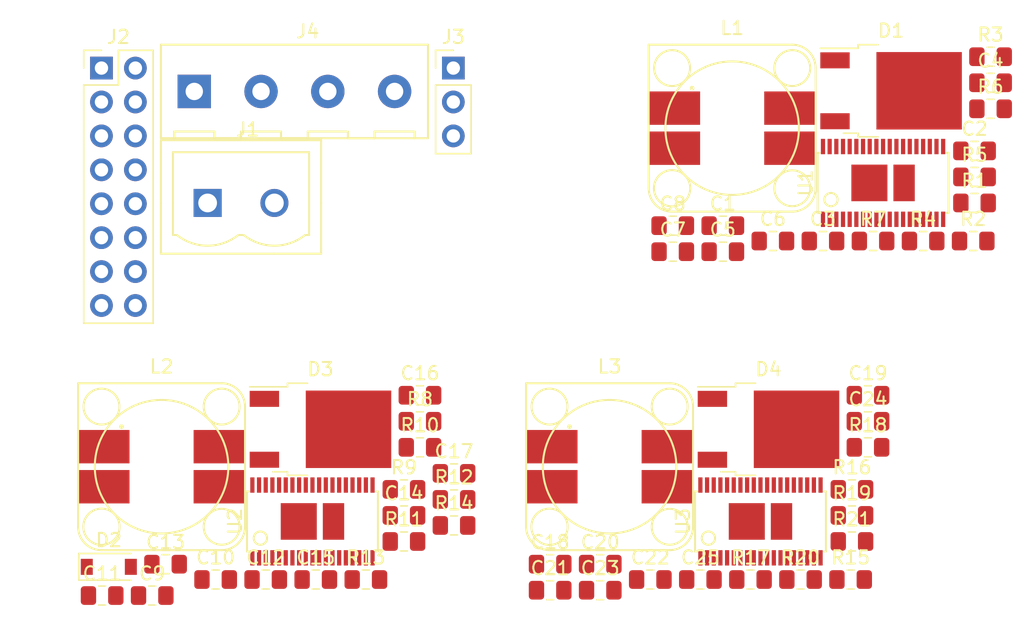
<source format=kicad_pcb>
(kicad_pcb (version 20171130) (host pcbnew 5.0.2+dfsg1-1~bpo9+1)

  (general
    (thickness 1.6)
    (drawings 0)
    (tracks 0)
    (zones 0)
    (modules 60)
    (nets 59)
  )

  (page A4)
  (layers
    (0 F.Cu signal)
    (31 B.Cu signal)
    (32 B.Adhes user)
    (33 F.Adhes user)
    (34 B.Paste user)
    (35 F.Paste user)
    (36 B.SilkS user)
    (37 F.SilkS user)
    (38 B.Mask user)
    (39 F.Mask user)
    (40 Dwgs.User user)
    (41 Cmts.User user)
    (42 Eco1.User user)
    (43 Eco2.User user)
    (44 Edge.Cuts user)
    (45 Margin user)
    (46 B.CrtYd user)
    (47 F.CrtYd user)
    (48 B.Fab user)
    (49 F.Fab user)
  )

  (setup
    (last_trace_width 0.25)
    (trace_clearance 0.2)
    (zone_clearance 0.508)
    (zone_45_only no)
    (trace_min 0.2)
    (segment_width 0.2)
    (edge_width 0.15)
    (via_size 0.8)
    (via_drill 0.4)
    (via_min_size 0.4)
    (via_min_drill 0.3)
    (uvia_size 0.3)
    (uvia_drill 0.1)
    (uvias_allowed no)
    (uvia_min_size 0.2)
    (uvia_min_drill 0.1)
    (pcb_text_width 0.3)
    (pcb_text_size 1.5 1.5)
    (mod_edge_width 0.15)
    (mod_text_size 1 1)
    (mod_text_width 0.15)
    (pad_size 1.524 1.524)
    (pad_drill 0.762)
    (pad_to_mask_clearance 0.051)
    (solder_mask_min_width 0.25)
    (aux_axis_origin 0 0)
    (visible_elements FFFFFF7F)
    (pcbplotparams
      (layerselection 0x010fc_ffffffff)
      (usegerberextensions false)
      (usegerberattributes false)
      (usegerberadvancedattributes false)
      (creategerberjobfile false)
      (excludeedgelayer true)
      (linewidth 0.100000)
      (plotframeref false)
      (viasonmask false)
      (mode 1)
      (useauxorigin false)
      (hpglpennumber 1)
      (hpglpenspeed 20)
      (hpglpendiameter 15.000000)
      (psnegative false)
      (psa4output false)
      (plotreference true)
      (plotvalue true)
      (plotinvisibletext false)
      (padsonsilk false)
      (subtractmaskfromsilk false)
      (outputformat 1)
      (mirror false)
      (drillshape 1)
      (scaleselection 1)
      (outputdirectory ""))
  )

  (net 0 "")
  (net 1 Earth)
  (net 2 Vin2.5-24V)
  (net 3 "Net-(C3-Pad2)")
  (net 4 "Net-(C3-Pad1)")
  (net 5 "Net-(C4-Pad1)")
  (net 6 "Net-(C5-Pad2)")
  (net 7 "Net-(C6-Pad2)")
  (net 8 "Net-(C6-Pad1)")
  (net 9 +12Vcc)
  (net 10 "Net-(C11-Pad2)")
  (net 11 "Net-(C11-Pad1)")
  (net 12 "Net-(C12-Pad1)")
  (net 13 "Net-(C13-Pad2)")
  (net 14 "Net-(C14-Pad1)")
  (net 15 "Net-(C15-Pad1)")
  (net 16 "Net-(C15-Pad2)")
  (net 17 -12Vcc)
  (net 18 "Net-(C20-Pad2)")
  (net 19 "Net-(C20-Pad1)")
  (net 20 "Net-(C21-Pad1)")
  (net 21 "Net-(C22-Pad2)")
  (net 22 "Net-(C23-Pad2)")
  (net 23 "Net-(C23-Pad1)")
  (net 24 +5Vcc)
  (net 25 "Net-(J2-Pad1)")
  (net 26 "Net-(J2-Pad2)")
  (net 27 "Net-(J2-Pad3)")
  (net 28 "Net-(J2-Pad4)")
  (net 29 "/positive 12V supply/~PGOOD")
  (net 30 "/negative 12V supply/~PGOOD")
  (net 31 /positive5Vsupply/~PGOOD)
  (net 32 "Net-(R2-Pad2)")
  (net 33 "Net-(R4-Pad2)")
  (net 34 "Net-(R6-Pad1)")
  (net 35 "Net-(R7-Pad1)")
  (net 36 "Net-(R10-Pad1)")
  (net 37 "Net-(R11-Pad1)")
  (net 38 "Net-(R12-Pad1)")
  (net 39 "Net-(R13-Pad2)")
  (net 40 "Net-(R16-Pad2)")
  (net 41 "Net-(R18-Pad2)")
  (net 42 "Net-(R20-Pad1)")
  (net 43 "Net-(R21-Pad1)")
  (net 44 "Net-(U1-Pad23)")
  (net 45 "Net-(U1-Pad25)")
  (net 46 "Net-(U1-Pad26)")
  (net 47 "Net-(U1-Pad28)")
  (net 48 "Net-(U1-Pad30)")
  (net 49 "Net-(U2-Pad23)")
  (net 50 "Net-(U2-Pad25)")
  (net 51 "Net-(U2-Pad26)")
  (net 52 "Net-(U2-Pad28)")
  (net 53 "Net-(U2-Pad30)")
  (net 54 "Net-(U3-Pad30)")
  (net 55 "Net-(U3-Pad28)")
  (net 56 "Net-(U3-Pad26)")
  (net 57 "Net-(U3-Pad25)")
  (net 58 "Net-(U3-Pad23)")

  (net_class Default "This is the default net class."
    (clearance 0.2)
    (trace_width 0.25)
    (via_dia 0.8)
    (via_drill 0.4)
    (uvia_dia 0.3)
    (uvia_drill 0.1)
    (add_net +12Vcc)
    (add_net +5Vcc)
    (add_net -12Vcc)
    (add_net "/negative 12V supply/~PGOOD")
    (add_net "/positive 12V supply/~PGOOD")
    (add_net /positive5Vsupply/~PGOOD)
    (add_net Earth)
    (add_net "Net-(C11-Pad1)")
    (add_net "Net-(C11-Pad2)")
    (add_net "Net-(C12-Pad1)")
    (add_net "Net-(C13-Pad2)")
    (add_net "Net-(C14-Pad1)")
    (add_net "Net-(C15-Pad1)")
    (add_net "Net-(C15-Pad2)")
    (add_net "Net-(C20-Pad1)")
    (add_net "Net-(C20-Pad2)")
    (add_net "Net-(C21-Pad1)")
    (add_net "Net-(C22-Pad2)")
    (add_net "Net-(C23-Pad1)")
    (add_net "Net-(C23-Pad2)")
    (add_net "Net-(C3-Pad1)")
    (add_net "Net-(C3-Pad2)")
    (add_net "Net-(C4-Pad1)")
    (add_net "Net-(C5-Pad2)")
    (add_net "Net-(C6-Pad1)")
    (add_net "Net-(C6-Pad2)")
    (add_net "Net-(J2-Pad1)")
    (add_net "Net-(J2-Pad2)")
    (add_net "Net-(J2-Pad3)")
    (add_net "Net-(J2-Pad4)")
    (add_net "Net-(R10-Pad1)")
    (add_net "Net-(R11-Pad1)")
    (add_net "Net-(R12-Pad1)")
    (add_net "Net-(R13-Pad2)")
    (add_net "Net-(R16-Pad2)")
    (add_net "Net-(R18-Pad2)")
    (add_net "Net-(R2-Pad2)")
    (add_net "Net-(R20-Pad1)")
    (add_net "Net-(R21-Pad1)")
    (add_net "Net-(R4-Pad2)")
    (add_net "Net-(R6-Pad1)")
    (add_net "Net-(R7-Pad1)")
    (add_net "Net-(U1-Pad23)")
    (add_net "Net-(U1-Pad25)")
    (add_net "Net-(U1-Pad26)")
    (add_net "Net-(U1-Pad28)")
    (add_net "Net-(U1-Pad30)")
    (add_net "Net-(U2-Pad23)")
    (add_net "Net-(U2-Pad25)")
    (add_net "Net-(U2-Pad26)")
    (add_net "Net-(U2-Pad28)")
    (add_net "Net-(U2-Pad30)")
    (add_net "Net-(U3-Pad23)")
    (add_net "Net-(U3-Pad25)")
    (add_net "Net-(U3-Pad26)")
    (add_net "Net-(U3-Pad28)")
    (add_net "Net-(U3-Pad30)")
    (add_net Vin2.5-24V)
  )

  (module Capacitor_SMD:C_0805_2012Metric_Pad1.15x1.40mm_HandSolder (layer F.Cu) (tedit 5B36C52B) (tstamp 5CEFA506)
    (at 168.355001 75.625001)
    (descr "Capacitor SMD 0805 (2012 Metric), square (rectangular) end terminal, IPC_7351 nominal with elongated pad for handsoldering. (Body size source: https://docs.google.com/spreadsheets/d/1BsfQQcO9C6DZCsRaXUlFlo91Tg2WpOkGARC1WS5S8t0/edit?usp=sharing), generated with kicad-footprint-generator")
    (tags "capacitor handsolder")
    (path /5CA65B33/5CA63925)
    (attr smd)
    (fp_text reference C1 (at 0 -1.65) (layer F.SilkS)
      (effects (font (size 1 1) (thickness 0.15)))
    )
    (fp_text value "22uF 50V" (at 0 1.65) (layer F.Fab)
      (effects (font (size 1 1) (thickness 0.15)))
    )
    (fp_text user %R (at 0 0) (layer F.Fab)
      (effects (font (size 0.5 0.5) (thickness 0.08)))
    )
    (fp_line (start 1.85 0.95) (end -1.85 0.95) (layer F.CrtYd) (width 0.05))
    (fp_line (start 1.85 -0.95) (end 1.85 0.95) (layer F.CrtYd) (width 0.05))
    (fp_line (start -1.85 -0.95) (end 1.85 -0.95) (layer F.CrtYd) (width 0.05))
    (fp_line (start -1.85 0.95) (end -1.85 -0.95) (layer F.CrtYd) (width 0.05))
    (fp_line (start -0.261252 0.71) (end 0.261252 0.71) (layer F.SilkS) (width 0.12))
    (fp_line (start -0.261252 -0.71) (end 0.261252 -0.71) (layer F.SilkS) (width 0.12))
    (fp_line (start 1 0.6) (end -1 0.6) (layer F.Fab) (width 0.1))
    (fp_line (start 1 -0.6) (end 1 0.6) (layer F.Fab) (width 0.1))
    (fp_line (start -1 -0.6) (end 1 -0.6) (layer F.Fab) (width 0.1))
    (fp_line (start -1 0.6) (end -1 -0.6) (layer F.Fab) (width 0.1))
    (pad 2 smd roundrect (at 1.025 0) (size 1.15 1.4) (layers F.Cu F.Paste F.Mask) (roundrect_rratio 0.217391)
      (net 1 Earth))
    (pad 1 smd roundrect (at -1.025 0) (size 1.15 1.4) (layers F.Cu F.Paste F.Mask) (roundrect_rratio 0.217391)
      (net 2 Vin2.5-24V))
    (model ${KISYS3DMOD}/Capacitor_SMD.3dshapes/C_0805_2012Metric.wrl
      (at (xyz 0 0 0))
      (scale (xyz 1 1 1))
      (rotate (xyz 0 0 0))
    )
  )

  (module Capacitor_SMD:C_0805_2012Metric_Pad1.15x1.40mm_HandSolder (layer F.Cu) (tedit 5B36C52B) (tstamp 5CEFA517)
    (at 187.205001 70.025001)
    (descr "Capacitor SMD 0805 (2012 Metric), square (rectangular) end terminal, IPC_7351 nominal with elongated pad for handsoldering. (Body size source: https://docs.google.com/spreadsheets/d/1BsfQQcO9C6DZCsRaXUlFlo91Tg2WpOkGARC1WS5S8t0/edit?usp=sharing), generated with kicad-footprint-generator")
    (tags "capacitor handsolder")
    (path /5CA65B33/5CB272EE)
    (attr smd)
    (fp_text reference C2 (at 0 -1.65) (layer F.SilkS)
      (effects (font (size 1 1) (thickness 0.15)))
    )
    (fp_text value "22uF 50V" (at 0 1.65) (layer F.Fab)
      (effects (font (size 1 1) (thickness 0.15)))
    )
    (fp_line (start -1 0.6) (end -1 -0.6) (layer F.Fab) (width 0.1))
    (fp_line (start -1 -0.6) (end 1 -0.6) (layer F.Fab) (width 0.1))
    (fp_line (start 1 -0.6) (end 1 0.6) (layer F.Fab) (width 0.1))
    (fp_line (start 1 0.6) (end -1 0.6) (layer F.Fab) (width 0.1))
    (fp_line (start -0.261252 -0.71) (end 0.261252 -0.71) (layer F.SilkS) (width 0.12))
    (fp_line (start -0.261252 0.71) (end 0.261252 0.71) (layer F.SilkS) (width 0.12))
    (fp_line (start -1.85 0.95) (end -1.85 -0.95) (layer F.CrtYd) (width 0.05))
    (fp_line (start -1.85 -0.95) (end 1.85 -0.95) (layer F.CrtYd) (width 0.05))
    (fp_line (start 1.85 -0.95) (end 1.85 0.95) (layer F.CrtYd) (width 0.05))
    (fp_line (start 1.85 0.95) (end -1.85 0.95) (layer F.CrtYd) (width 0.05))
    (fp_text user %R (at 0 0) (layer F.Fab)
      (effects (font (size 0.5 0.5) (thickness 0.08)))
    )
    (pad 1 smd roundrect (at -1.025 0) (size 1.15 1.4) (layers F.Cu F.Paste F.Mask) (roundrect_rratio 0.217391)
      (net 2 Vin2.5-24V))
    (pad 2 smd roundrect (at 1.025 0) (size 1.15 1.4) (layers F.Cu F.Paste F.Mask) (roundrect_rratio 0.217391)
      (net 1 Earth))
    (model ${KISYS3DMOD}/Capacitor_SMD.3dshapes/C_0805_2012Metric.wrl
      (at (xyz 0 0 0))
      (scale (xyz 1 1 1))
      (rotate (xyz 0 0 0))
    )
  )

  (module Capacitor_SMD:C_0805_2012Metric_Pad1.15x1.40mm_HandSolder (layer F.Cu) (tedit 5B36C52B) (tstamp 5CEFA528)
    (at 175.855001 76.775001)
    (descr "Capacitor SMD 0805 (2012 Metric), square (rectangular) end terminal, IPC_7351 nominal with elongated pad for handsoldering. (Body size source: https://docs.google.com/spreadsheets/d/1BsfQQcO9C6DZCsRaXUlFlo91Tg2WpOkGARC1WS5S8t0/edit?usp=sharing), generated with kicad-footprint-generator")
    (tags "capacitor handsolder")
    (path /5CA65B33/5CA6708A)
    (attr smd)
    (fp_text reference C3 (at 0 -1.65) (layer F.SilkS)
      (effects (font (size 1 1) (thickness 0.15)))
    )
    (fp_text value 22nF (at 0 1.65) (layer F.Fab)
      (effects (font (size 1 1) (thickness 0.15)))
    )
    (fp_line (start -1 0.6) (end -1 -0.6) (layer F.Fab) (width 0.1))
    (fp_line (start -1 -0.6) (end 1 -0.6) (layer F.Fab) (width 0.1))
    (fp_line (start 1 -0.6) (end 1 0.6) (layer F.Fab) (width 0.1))
    (fp_line (start 1 0.6) (end -1 0.6) (layer F.Fab) (width 0.1))
    (fp_line (start -0.261252 -0.71) (end 0.261252 -0.71) (layer F.SilkS) (width 0.12))
    (fp_line (start -0.261252 0.71) (end 0.261252 0.71) (layer F.SilkS) (width 0.12))
    (fp_line (start -1.85 0.95) (end -1.85 -0.95) (layer F.CrtYd) (width 0.05))
    (fp_line (start -1.85 -0.95) (end 1.85 -0.95) (layer F.CrtYd) (width 0.05))
    (fp_line (start 1.85 -0.95) (end 1.85 0.95) (layer F.CrtYd) (width 0.05))
    (fp_line (start 1.85 0.95) (end -1.85 0.95) (layer F.CrtYd) (width 0.05))
    (fp_text user %R (at 0 0) (layer F.Fab)
      (effects (font (size 0.5 0.5) (thickness 0.08)))
    )
    (pad 1 smd roundrect (at -1.025 0) (size 1.15 1.4) (layers F.Cu F.Paste F.Mask) (roundrect_rratio 0.217391)
      (net 4 "Net-(C3-Pad1)"))
    (pad 2 smd roundrect (at 1.025 0) (size 1.15 1.4) (layers F.Cu F.Paste F.Mask) (roundrect_rratio 0.217391)
      (net 3 "Net-(C3-Pad2)"))
    (model ${KISYS3DMOD}/Capacitor_SMD.3dshapes/C_0805_2012Metric.wrl
      (at (xyz 0 0 0))
      (scale (xyz 1 1 1))
      (rotate (xyz 0 0 0))
    )
  )

  (module Capacitor_SMD:C_0805_2012Metric_Pad1.15x1.40mm_HandSolder (layer F.Cu) (tedit 5B36C52B) (tstamp 5CEFA539)
    (at 188.405001 64.925001)
    (descr "Capacitor SMD 0805 (2012 Metric), square (rectangular) end terminal, IPC_7351 nominal with elongated pad for handsoldering. (Body size source: https://docs.google.com/spreadsheets/d/1BsfQQcO9C6DZCsRaXUlFlo91Tg2WpOkGARC1WS5S8t0/edit?usp=sharing), generated with kicad-footprint-generator")
    (tags "capacitor handsolder")
    (path /5CA65B33/5CB272F5)
    (attr smd)
    (fp_text reference C4 (at 0 -1.65) (layer F.SilkS)
      (effects (font (size 1 1) (thickness 0.15)))
    )
    (fp_text value 0.1uF (at 0 1.65) (layer F.Fab)
      (effects (font (size 1 1) (thickness 0.15)))
    )
    (fp_text user %R (at 0 0) (layer F.Fab)
      (effects (font (size 0.5 0.5) (thickness 0.08)))
    )
    (fp_line (start 1.85 0.95) (end -1.85 0.95) (layer F.CrtYd) (width 0.05))
    (fp_line (start 1.85 -0.95) (end 1.85 0.95) (layer F.CrtYd) (width 0.05))
    (fp_line (start -1.85 -0.95) (end 1.85 -0.95) (layer F.CrtYd) (width 0.05))
    (fp_line (start -1.85 0.95) (end -1.85 -0.95) (layer F.CrtYd) (width 0.05))
    (fp_line (start -0.261252 0.71) (end 0.261252 0.71) (layer F.SilkS) (width 0.12))
    (fp_line (start -0.261252 -0.71) (end 0.261252 -0.71) (layer F.SilkS) (width 0.12))
    (fp_line (start 1 0.6) (end -1 0.6) (layer F.Fab) (width 0.1))
    (fp_line (start 1 -0.6) (end 1 0.6) (layer F.Fab) (width 0.1))
    (fp_line (start -1 -0.6) (end 1 -0.6) (layer F.Fab) (width 0.1))
    (fp_line (start -1 0.6) (end -1 -0.6) (layer F.Fab) (width 0.1))
    (pad 2 smd roundrect (at 1.025 0) (size 1.15 1.4) (layers F.Cu F.Paste F.Mask) (roundrect_rratio 0.217391)
      (net 3 "Net-(C3-Pad2)"))
    (pad 1 smd roundrect (at -1.025 0) (size 1.15 1.4) (layers F.Cu F.Paste F.Mask) (roundrect_rratio 0.217391)
      (net 5 "Net-(C4-Pad1)"))
    (model ${KISYS3DMOD}/Capacitor_SMD.3dshapes/C_0805_2012Metric.wrl
      (at (xyz 0 0 0))
      (scale (xyz 1 1 1))
      (rotate (xyz 0 0 0))
    )
  )

  (module Capacitor_SMD:C_0805_2012Metric_Pad1.15x1.40mm_HandSolder (layer F.Cu) (tedit 5B36C52B) (tstamp 5CEFA54A)
    (at 168.355001 77.575001)
    (descr "Capacitor SMD 0805 (2012 Metric), square (rectangular) end terminal, IPC_7351 nominal with elongated pad for handsoldering. (Body size source: https://docs.google.com/spreadsheets/d/1BsfQQcO9C6DZCsRaXUlFlo91Tg2WpOkGARC1WS5S8t0/edit?usp=sharing), generated with kicad-footprint-generator")
    (tags "capacitor handsolder")
    (path /5CA65B33/5CA67092)
    (attr smd)
    (fp_text reference C5 (at 0 -1.65) (layer F.SilkS)
      (effects (font (size 1 1) (thickness 0.15)))
    )
    (fp_text value 4.7uF (at 0 1.65) (layer F.Fab)
      (effects (font (size 1 1) (thickness 0.15)))
    )
    (fp_text user %R (at 0 0) (layer F.Fab)
      (effects (font (size 0.5 0.5) (thickness 0.08)))
    )
    (fp_line (start 1.85 0.95) (end -1.85 0.95) (layer F.CrtYd) (width 0.05))
    (fp_line (start 1.85 -0.95) (end 1.85 0.95) (layer F.CrtYd) (width 0.05))
    (fp_line (start -1.85 -0.95) (end 1.85 -0.95) (layer F.CrtYd) (width 0.05))
    (fp_line (start -1.85 0.95) (end -1.85 -0.95) (layer F.CrtYd) (width 0.05))
    (fp_line (start -0.261252 0.71) (end 0.261252 0.71) (layer F.SilkS) (width 0.12))
    (fp_line (start -0.261252 -0.71) (end 0.261252 -0.71) (layer F.SilkS) (width 0.12))
    (fp_line (start 1 0.6) (end -1 0.6) (layer F.Fab) (width 0.1))
    (fp_line (start 1 -0.6) (end 1 0.6) (layer F.Fab) (width 0.1))
    (fp_line (start -1 -0.6) (end 1 -0.6) (layer F.Fab) (width 0.1))
    (fp_line (start -1 0.6) (end -1 -0.6) (layer F.Fab) (width 0.1))
    (pad 2 smd roundrect (at 1.025 0) (size 1.15 1.4) (layers F.Cu F.Paste F.Mask) (roundrect_rratio 0.217391)
      (net 6 "Net-(C5-Pad2)"))
    (pad 1 smd roundrect (at -1.025 0) (size 1.15 1.4) (layers F.Cu F.Paste F.Mask) (roundrect_rratio 0.217391)
      (net 3 "Net-(C3-Pad2)"))
    (model ${KISYS3DMOD}/Capacitor_SMD.3dshapes/C_0805_2012Metric.wrl
      (at (xyz 0 0 0))
      (scale (xyz 1 1 1))
      (rotate (xyz 0 0 0))
    )
  )

  (module Capacitor_SMD:C_0805_2012Metric_Pad1.15x1.40mm_HandSolder (layer F.Cu) (tedit 5B36C52B) (tstamp 5CEFA55B)
    (at 172.105001 76.775001)
    (descr "Capacitor SMD 0805 (2012 Metric), square (rectangular) end terminal, IPC_7351 nominal with elongated pad for handsoldering. (Body size source: https://docs.google.com/spreadsheets/d/1BsfQQcO9C6DZCsRaXUlFlo91Tg2WpOkGARC1WS5S8t0/edit?usp=sharing), generated with kicad-footprint-generator")
    (tags "capacitor handsolder")
    (path /5CA65B33/5CB272F3)
    (attr smd)
    (fp_text reference C6 (at 0 -1.65) (layer F.SilkS)
      (effects (font (size 1 1) (thickness 0.15)))
    )
    (fp_text value "4.7uF 50V" (at 0 1.65) (layer F.Fab)
      (effects (font (size 1 1) (thickness 0.15)))
    )
    (fp_text user %R (at 0 0) (layer F.Fab)
      (effects (font (size 0.5 0.5) (thickness 0.08)))
    )
    (fp_line (start 1.85 0.95) (end -1.85 0.95) (layer F.CrtYd) (width 0.05))
    (fp_line (start 1.85 -0.95) (end 1.85 0.95) (layer F.CrtYd) (width 0.05))
    (fp_line (start -1.85 -0.95) (end 1.85 -0.95) (layer F.CrtYd) (width 0.05))
    (fp_line (start -1.85 0.95) (end -1.85 -0.95) (layer F.CrtYd) (width 0.05))
    (fp_line (start -0.261252 0.71) (end 0.261252 0.71) (layer F.SilkS) (width 0.12))
    (fp_line (start -0.261252 -0.71) (end 0.261252 -0.71) (layer F.SilkS) (width 0.12))
    (fp_line (start 1 0.6) (end -1 0.6) (layer F.Fab) (width 0.1))
    (fp_line (start 1 -0.6) (end 1 0.6) (layer F.Fab) (width 0.1))
    (fp_line (start -1 -0.6) (end 1 -0.6) (layer F.Fab) (width 0.1))
    (fp_line (start -1 0.6) (end -1 -0.6) (layer F.Fab) (width 0.1))
    (pad 2 smd roundrect (at 1.025 0) (size 1.15 1.4) (layers F.Cu F.Paste F.Mask) (roundrect_rratio 0.217391)
      (net 7 "Net-(C6-Pad2)"))
    (pad 1 smd roundrect (at -1.025 0) (size 1.15 1.4) (layers F.Cu F.Paste F.Mask) (roundrect_rratio 0.217391)
      (net 8 "Net-(C6-Pad1)"))
    (model ${KISYS3DMOD}/Capacitor_SMD.3dshapes/C_0805_2012Metric.wrl
      (at (xyz 0 0 0))
      (scale (xyz 1 1 1))
      (rotate (xyz 0 0 0))
    )
  )

  (module Capacitor_SMD:C_0805_2012Metric_Pad1.15x1.40mm_HandSolder (layer F.Cu) (tedit 5B36C52B) (tstamp 5CEFA56C)
    (at 164.605001 77.575001)
    (descr "Capacitor SMD 0805 (2012 Metric), square (rectangular) end terminal, IPC_7351 nominal with elongated pad for handsoldering. (Body size source: https://docs.google.com/spreadsheets/d/1BsfQQcO9C6DZCsRaXUlFlo91Tg2WpOkGARC1WS5S8t0/edit?usp=sharing), generated with kicad-footprint-generator")
    (tags "capacitor handsolder")
    (path /5CA65B33/5CB272FB)
    (attr smd)
    (fp_text reference C7 (at 0 -1.65) (layer F.SilkS)
      (effects (font (size 1 1) (thickness 0.15)))
    )
    (fp_text value "47uF 16V X5R" (at 0 1.65) (layer F.Fab)
      (effects (font (size 1 1) (thickness 0.15)))
    )
    (fp_line (start -1 0.6) (end -1 -0.6) (layer F.Fab) (width 0.1))
    (fp_line (start -1 -0.6) (end 1 -0.6) (layer F.Fab) (width 0.1))
    (fp_line (start 1 -0.6) (end 1 0.6) (layer F.Fab) (width 0.1))
    (fp_line (start 1 0.6) (end -1 0.6) (layer F.Fab) (width 0.1))
    (fp_line (start -0.261252 -0.71) (end 0.261252 -0.71) (layer F.SilkS) (width 0.12))
    (fp_line (start -0.261252 0.71) (end 0.261252 0.71) (layer F.SilkS) (width 0.12))
    (fp_line (start -1.85 0.95) (end -1.85 -0.95) (layer F.CrtYd) (width 0.05))
    (fp_line (start -1.85 -0.95) (end 1.85 -0.95) (layer F.CrtYd) (width 0.05))
    (fp_line (start 1.85 -0.95) (end 1.85 0.95) (layer F.CrtYd) (width 0.05))
    (fp_line (start 1.85 0.95) (end -1.85 0.95) (layer F.CrtYd) (width 0.05))
    (fp_text user %R (at 0 0) (layer F.Fab)
      (effects (font (size 0.5 0.5) (thickness 0.08)))
    )
    (pad 1 smd roundrect (at -1.025 0) (size 1.15 1.4) (layers F.Cu F.Paste F.Mask) (roundrect_rratio 0.217391)
      (net 9 +12Vcc))
    (pad 2 smd roundrect (at 1.025 0) (size 1.15 1.4) (layers F.Cu F.Paste F.Mask) (roundrect_rratio 0.217391)
      (net 1 Earth))
    (model ${KISYS3DMOD}/Capacitor_SMD.3dshapes/C_0805_2012Metric.wrl
      (at (xyz 0 0 0))
      (scale (xyz 1 1 1))
      (rotate (xyz 0 0 0))
    )
  )

  (module Capacitor_SMD:C_0805_2012Metric_Pad1.15x1.40mm_HandSolder (layer F.Cu) (tedit 5B36C52B) (tstamp 5CEFA57D)
    (at 164.605001 75.625001)
    (descr "Capacitor SMD 0805 (2012 Metric), square (rectangular) end terminal, IPC_7351 nominal with elongated pad for handsoldering. (Body size source: https://docs.google.com/spreadsheets/d/1BsfQQcO9C6DZCsRaXUlFlo91Tg2WpOkGARC1WS5S8t0/edit?usp=sharing), generated with kicad-footprint-generator")
    (tags "capacitor handsolder")
    (path /5CA65B33/5CA670B7)
    (attr smd)
    (fp_text reference C8 (at 0 -1.65) (layer F.SilkS)
      (effects (font (size 1 1) (thickness 0.15)))
    )
    (fp_text value "47uF 16V X5R" (at 0 1.65) (layer F.Fab)
      (effects (font (size 1 1) (thickness 0.15)))
    )
    (fp_text user %R (at 0 0) (layer F.Fab)
      (effects (font (size 0.5 0.5) (thickness 0.08)))
    )
    (fp_line (start 1.85 0.95) (end -1.85 0.95) (layer F.CrtYd) (width 0.05))
    (fp_line (start 1.85 -0.95) (end 1.85 0.95) (layer F.CrtYd) (width 0.05))
    (fp_line (start -1.85 -0.95) (end 1.85 -0.95) (layer F.CrtYd) (width 0.05))
    (fp_line (start -1.85 0.95) (end -1.85 -0.95) (layer F.CrtYd) (width 0.05))
    (fp_line (start -0.261252 0.71) (end 0.261252 0.71) (layer F.SilkS) (width 0.12))
    (fp_line (start -0.261252 -0.71) (end 0.261252 -0.71) (layer F.SilkS) (width 0.12))
    (fp_line (start 1 0.6) (end -1 0.6) (layer F.Fab) (width 0.1))
    (fp_line (start 1 -0.6) (end 1 0.6) (layer F.Fab) (width 0.1))
    (fp_line (start -1 -0.6) (end 1 -0.6) (layer F.Fab) (width 0.1))
    (fp_line (start -1 0.6) (end -1 -0.6) (layer F.Fab) (width 0.1))
    (pad 2 smd roundrect (at 1.025 0) (size 1.15 1.4) (layers F.Cu F.Paste F.Mask) (roundrect_rratio 0.217391)
      (net 1 Earth))
    (pad 1 smd roundrect (at -1.025 0) (size 1.15 1.4) (layers F.Cu F.Paste F.Mask) (roundrect_rratio 0.217391)
      (net 9 +12Vcc))
    (model ${KISYS3DMOD}/Capacitor_SMD.3dshapes/C_0805_2012Metric.wrl
      (at (xyz 0 0 0))
      (scale (xyz 1 1 1))
      (rotate (xyz 0 0 0))
    )
  )

  (module Capacitor_SMD:C_0805_2012Metric_Pad1.15x1.40mm_HandSolder (layer F.Cu) (tedit 5B36C52B) (tstamp 5CEFA58E)
    (at 125.625001 103.325001)
    (descr "Capacitor SMD 0805 (2012 Metric), square (rectangular) end terminal, IPC_7351 nominal with elongated pad for handsoldering. (Body size source: https://docs.google.com/spreadsheets/d/1BsfQQcO9C6DZCsRaXUlFlo91Tg2WpOkGARC1WS5S8t0/edit?usp=sharing), generated with kicad-footprint-generator")
    (tags "capacitor handsolder")
    (path /5CA63886/5CA67058)
    (attr smd)
    (fp_text reference C9 (at 0 -1.65) (layer F.SilkS)
      (effects (font (size 1 1) (thickness 0.15)))
    )
    (fp_text value "22uF 50V" (at 0 1.65) (layer F.Fab)
      (effects (font (size 1 1) (thickness 0.15)))
    )
    (fp_text user %R (at 0 0) (layer F.Fab)
      (effects (font (size 0.5 0.5) (thickness 0.08)))
    )
    (fp_line (start 1.85 0.95) (end -1.85 0.95) (layer F.CrtYd) (width 0.05))
    (fp_line (start 1.85 -0.95) (end 1.85 0.95) (layer F.CrtYd) (width 0.05))
    (fp_line (start -1.85 -0.95) (end 1.85 -0.95) (layer F.CrtYd) (width 0.05))
    (fp_line (start -1.85 0.95) (end -1.85 -0.95) (layer F.CrtYd) (width 0.05))
    (fp_line (start -0.261252 0.71) (end 0.261252 0.71) (layer F.SilkS) (width 0.12))
    (fp_line (start -0.261252 -0.71) (end 0.261252 -0.71) (layer F.SilkS) (width 0.12))
    (fp_line (start 1 0.6) (end -1 0.6) (layer F.Fab) (width 0.1))
    (fp_line (start 1 -0.6) (end 1 0.6) (layer F.Fab) (width 0.1))
    (fp_line (start -1 -0.6) (end 1 -0.6) (layer F.Fab) (width 0.1))
    (fp_line (start -1 0.6) (end -1 -0.6) (layer F.Fab) (width 0.1))
    (pad 2 smd roundrect (at 1.025 0) (size 1.15 1.4) (layers F.Cu F.Paste F.Mask) (roundrect_rratio 0.217391)
      (net 1 Earth))
    (pad 1 smd roundrect (at -1.025 0) (size 1.15 1.4) (layers F.Cu F.Paste F.Mask) (roundrect_rratio 0.217391)
      (net 2 Vin2.5-24V))
    (model ${KISYS3DMOD}/Capacitor_SMD.3dshapes/C_0805_2012Metric.wrl
      (at (xyz 0 0 0))
      (scale (xyz 1 1 1))
      (rotate (xyz 0 0 0))
    )
  )

  (module Capacitor_SMD:C_0805_2012Metric_Pad1.15x1.40mm_HandSolder (layer F.Cu) (tedit 5B36C52B) (tstamp 5CEFA59F)
    (at 130.375001 102.125001)
    (descr "Capacitor SMD 0805 (2012 Metric), square (rectangular) end terminal, IPC_7351 nominal with elongated pad for handsoldering. (Body size source: https://docs.google.com/spreadsheets/d/1BsfQQcO9C6DZCsRaXUlFlo91Tg2WpOkGARC1WS5S8t0/edit?usp=sharing), generated with kicad-footprint-generator")
    (tags "capacitor handsolder")
    (path /5CA63886/5CA67051)
    (attr smd)
    (fp_text reference C10 (at 0 -1.65) (layer F.SilkS)
      (effects (font (size 1 1) (thickness 0.15)))
    )
    (fp_text value "22uF 50V" (at 0 1.65) (layer F.Fab)
      (effects (font (size 1 1) (thickness 0.15)))
    )
    (fp_line (start -1 0.6) (end -1 -0.6) (layer F.Fab) (width 0.1))
    (fp_line (start -1 -0.6) (end 1 -0.6) (layer F.Fab) (width 0.1))
    (fp_line (start 1 -0.6) (end 1 0.6) (layer F.Fab) (width 0.1))
    (fp_line (start 1 0.6) (end -1 0.6) (layer F.Fab) (width 0.1))
    (fp_line (start -0.261252 -0.71) (end 0.261252 -0.71) (layer F.SilkS) (width 0.12))
    (fp_line (start -0.261252 0.71) (end 0.261252 0.71) (layer F.SilkS) (width 0.12))
    (fp_line (start -1.85 0.95) (end -1.85 -0.95) (layer F.CrtYd) (width 0.05))
    (fp_line (start -1.85 -0.95) (end 1.85 -0.95) (layer F.CrtYd) (width 0.05))
    (fp_line (start 1.85 -0.95) (end 1.85 0.95) (layer F.CrtYd) (width 0.05))
    (fp_line (start 1.85 0.95) (end -1.85 0.95) (layer F.CrtYd) (width 0.05))
    (fp_text user %R (at 0 0) (layer F.Fab)
      (effects (font (size 0.5 0.5) (thickness 0.08)))
    )
    (pad 1 smd roundrect (at -1.025 0) (size 1.15 1.4) (layers F.Cu F.Paste F.Mask) (roundrect_rratio 0.217391)
      (net 2 Vin2.5-24V))
    (pad 2 smd roundrect (at 1.025 0) (size 1.15 1.4) (layers F.Cu F.Paste F.Mask) (roundrect_rratio 0.217391)
      (net 1 Earth))
    (model ${KISYS3DMOD}/Capacitor_SMD.3dshapes/C_0805_2012Metric.wrl
      (at (xyz 0 0 0))
      (scale (xyz 1 1 1))
      (rotate (xyz 0 0 0))
    )
  )

  (module Capacitor_SMD:C_0805_2012Metric_Pad1.15x1.40mm_HandSolder (layer F.Cu) (tedit 5B36C52B) (tstamp 5CEFA5B0)
    (at 121.875001 103.325001)
    (descr "Capacitor SMD 0805 (2012 Metric), square (rectangular) end terminal, IPC_7351 nominal with elongated pad for handsoldering. (Body size source: https://docs.google.com/spreadsheets/d/1BsfQQcO9C6DZCsRaXUlFlo91Tg2WpOkGARC1WS5S8t0/edit?usp=sharing), generated with kicad-footprint-generator")
    (tags "capacitor handsolder")
    (path /5CA63886/5CA6392C)
    (attr smd)
    (fp_text reference C11 (at 0 -1.65) (layer F.SilkS)
      (effects (font (size 1 1) (thickness 0.15)))
    )
    (fp_text value 22nF (at 0 1.65) (layer F.Fab)
      (effects (font (size 1 1) (thickness 0.15)))
    )
    (fp_line (start -1 0.6) (end -1 -0.6) (layer F.Fab) (width 0.1))
    (fp_line (start -1 -0.6) (end 1 -0.6) (layer F.Fab) (width 0.1))
    (fp_line (start 1 -0.6) (end 1 0.6) (layer F.Fab) (width 0.1))
    (fp_line (start 1 0.6) (end -1 0.6) (layer F.Fab) (width 0.1))
    (fp_line (start -0.261252 -0.71) (end 0.261252 -0.71) (layer F.SilkS) (width 0.12))
    (fp_line (start -0.261252 0.71) (end 0.261252 0.71) (layer F.SilkS) (width 0.12))
    (fp_line (start -1.85 0.95) (end -1.85 -0.95) (layer F.CrtYd) (width 0.05))
    (fp_line (start -1.85 -0.95) (end 1.85 -0.95) (layer F.CrtYd) (width 0.05))
    (fp_line (start 1.85 -0.95) (end 1.85 0.95) (layer F.CrtYd) (width 0.05))
    (fp_line (start 1.85 0.95) (end -1.85 0.95) (layer F.CrtYd) (width 0.05))
    (fp_text user %R (at 0 0) (layer F.Fab)
      (effects (font (size 0.5 0.5) (thickness 0.08)))
    )
    (pad 1 smd roundrect (at -1.025 0) (size 1.15 1.4) (layers F.Cu F.Paste F.Mask) (roundrect_rratio 0.217391)
      (net 11 "Net-(C11-Pad1)"))
    (pad 2 smd roundrect (at 1.025 0) (size 1.15 1.4) (layers F.Cu F.Paste F.Mask) (roundrect_rratio 0.217391)
      (net 10 "Net-(C11-Pad2)"))
    (model ${KISYS3DMOD}/Capacitor_SMD.3dshapes/C_0805_2012Metric.wrl
      (at (xyz 0 0 0))
      (scale (xyz 1 1 1))
      (rotate (xyz 0 0 0))
    )
  )

  (module Capacitor_SMD:C_0805_2012Metric_Pad1.15x1.40mm_HandSolder (layer F.Cu) (tedit 5B36C52B) (tstamp 5CEFA5C1)
    (at 134.125001 102.125001)
    (descr "Capacitor SMD 0805 (2012 Metric), square (rectangular) end terminal, IPC_7351 nominal with elongated pad for handsoldering. (Body size source: https://docs.google.com/spreadsheets/d/1BsfQQcO9C6DZCsRaXUlFlo91Tg2WpOkGARC1WS5S8t0/edit?usp=sharing), generated with kicad-footprint-generator")
    (tags "capacitor handsolder")
    (path /5CA63886/5CA6392A)
    (attr smd)
    (fp_text reference C12 (at 0 -1.65) (layer F.SilkS)
      (effects (font (size 1 1) (thickness 0.15)))
    )
    (fp_text value 0.1uF (at 0 1.65) (layer F.Fab)
      (effects (font (size 1 1) (thickness 0.15)))
    )
    (fp_line (start -1 0.6) (end -1 -0.6) (layer F.Fab) (width 0.1))
    (fp_line (start -1 -0.6) (end 1 -0.6) (layer F.Fab) (width 0.1))
    (fp_line (start 1 -0.6) (end 1 0.6) (layer F.Fab) (width 0.1))
    (fp_line (start 1 0.6) (end -1 0.6) (layer F.Fab) (width 0.1))
    (fp_line (start -0.261252 -0.71) (end 0.261252 -0.71) (layer F.SilkS) (width 0.12))
    (fp_line (start -0.261252 0.71) (end 0.261252 0.71) (layer F.SilkS) (width 0.12))
    (fp_line (start -1.85 0.95) (end -1.85 -0.95) (layer F.CrtYd) (width 0.05))
    (fp_line (start -1.85 -0.95) (end 1.85 -0.95) (layer F.CrtYd) (width 0.05))
    (fp_line (start 1.85 -0.95) (end 1.85 0.95) (layer F.CrtYd) (width 0.05))
    (fp_line (start 1.85 0.95) (end -1.85 0.95) (layer F.CrtYd) (width 0.05))
    (fp_text user %R (at 0 0) (layer F.Fab)
      (effects (font (size 0.5 0.5) (thickness 0.08)))
    )
    (pad 1 smd roundrect (at -1.025 0) (size 1.15 1.4) (layers F.Cu F.Paste F.Mask) (roundrect_rratio 0.217391)
      (net 12 "Net-(C12-Pad1)"))
    (pad 2 smd roundrect (at 1.025 0) (size 1.15 1.4) (layers F.Cu F.Paste F.Mask) (roundrect_rratio 0.217391)
      (net 10 "Net-(C11-Pad2)"))
    (model ${KISYS3DMOD}/Capacitor_SMD.3dshapes/C_0805_2012Metric.wrl
      (at (xyz 0 0 0))
      (scale (xyz 1 1 1))
      (rotate (xyz 0 0 0))
    )
  )

  (module Capacitor_SMD:C_0805_2012Metric_Pad1.15x1.40mm_HandSolder (layer F.Cu) (tedit 5B36C52B) (tstamp 5CEFA5D2)
    (at 126.625001 100.975001)
    (descr "Capacitor SMD 0805 (2012 Metric), square (rectangular) end terminal, IPC_7351 nominal with elongated pad for handsoldering. (Body size source: https://docs.google.com/spreadsheets/d/1BsfQQcO9C6DZCsRaXUlFlo91Tg2WpOkGARC1WS5S8t0/edit?usp=sharing), generated with kicad-footprint-generator")
    (tags "capacitor handsolder")
    (path /5CA63886/5CA6392D)
    (attr smd)
    (fp_text reference C13 (at 0 -1.65) (layer F.SilkS)
      (effects (font (size 1 1) (thickness 0.15)))
    )
    (fp_text value 4.7uF (at 0 1.65) (layer F.Fab)
      (effects (font (size 1 1) (thickness 0.15)))
    )
    (fp_line (start -1 0.6) (end -1 -0.6) (layer F.Fab) (width 0.1))
    (fp_line (start -1 -0.6) (end 1 -0.6) (layer F.Fab) (width 0.1))
    (fp_line (start 1 -0.6) (end 1 0.6) (layer F.Fab) (width 0.1))
    (fp_line (start 1 0.6) (end -1 0.6) (layer F.Fab) (width 0.1))
    (fp_line (start -0.261252 -0.71) (end 0.261252 -0.71) (layer F.SilkS) (width 0.12))
    (fp_line (start -0.261252 0.71) (end 0.261252 0.71) (layer F.SilkS) (width 0.12))
    (fp_line (start -1.85 0.95) (end -1.85 -0.95) (layer F.CrtYd) (width 0.05))
    (fp_line (start -1.85 -0.95) (end 1.85 -0.95) (layer F.CrtYd) (width 0.05))
    (fp_line (start 1.85 -0.95) (end 1.85 0.95) (layer F.CrtYd) (width 0.05))
    (fp_line (start 1.85 0.95) (end -1.85 0.95) (layer F.CrtYd) (width 0.05))
    (fp_text user %R (at 0 0) (layer F.Fab)
      (effects (font (size 0.5 0.5) (thickness 0.08)))
    )
    (pad 1 smd roundrect (at -1.025 0) (size 1.15 1.4) (layers F.Cu F.Paste F.Mask) (roundrect_rratio 0.217391)
      (net 10 "Net-(C11-Pad2)"))
    (pad 2 smd roundrect (at 1.025 0) (size 1.15 1.4) (layers F.Cu F.Paste F.Mask) (roundrect_rratio 0.217391)
      (net 13 "Net-(C13-Pad2)"))
    (model ${KISYS3DMOD}/Capacitor_SMD.3dshapes/C_0805_2012Metric.wrl
      (at (xyz 0 0 0))
      (scale (xyz 1 1 1))
      (rotate (xyz 0 0 0))
    )
  )

  (module Capacitor_SMD:C_0805_2012Metric_Pad1.15x1.40mm_HandSolder (layer F.Cu) (tedit 5B36C52B) (tstamp 5CEFA5E3)
    (at 144.475001 97.325001)
    (descr "Capacitor SMD 0805 (2012 Metric), square (rectangular) end terminal, IPC_7351 nominal with elongated pad for handsoldering. (Body size source: https://docs.google.com/spreadsheets/d/1BsfQQcO9C6DZCsRaXUlFlo91Tg2WpOkGARC1WS5S8t0/edit?usp=sharing), generated with kicad-footprint-generator")
    (tags "capacitor handsolder")
    (path /5CA63886/5CAE81F6)
    (attr smd)
    (fp_text reference C14 (at 0 -1.65) (layer F.SilkS)
      (effects (font (size 1 1) (thickness 0.15)))
    )
    (fp_text value "1uF 16V X5R" (at 0 1.65) (layer F.Fab)
      (effects (font (size 1 1) (thickness 0.15)))
    )
    (fp_line (start -1 0.6) (end -1 -0.6) (layer F.Fab) (width 0.1))
    (fp_line (start -1 -0.6) (end 1 -0.6) (layer F.Fab) (width 0.1))
    (fp_line (start 1 -0.6) (end 1 0.6) (layer F.Fab) (width 0.1))
    (fp_line (start 1 0.6) (end -1 0.6) (layer F.Fab) (width 0.1))
    (fp_line (start -0.261252 -0.71) (end 0.261252 -0.71) (layer F.SilkS) (width 0.12))
    (fp_line (start -0.261252 0.71) (end 0.261252 0.71) (layer F.SilkS) (width 0.12))
    (fp_line (start -1.85 0.95) (end -1.85 -0.95) (layer F.CrtYd) (width 0.05))
    (fp_line (start -1.85 -0.95) (end 1.85 -0.95) (layer F.CrtYd) (width 0.05))
    (fp_line (start 1.85 -0.95) (end 1.85 0.95) (layer F.CrtYd) (width 0.05))
    (fp_line (start 1.85 0.95) (end -1.85 0.95) (layer F.CrtYd) (width 0.05))
    (fp_text user %R (at 0 0) (layer F.Fab)
      (effects (font (size 0.5 0.5) (thickness 0.08)))
    )
    (pad 1 smd roundrect (at -1.025 0) (size 1.15 1.4) (layers F.Cu F.Paste F.Mask) (roundrect_rratio 0.217391)
      (net 14 "Net-(C14-Pad1)"))
    (pad 2 smd roundrect (at 1.025 0) (size 1.15 1.4) (layers F.Cu F.Paste F.Mask) (roundrect_rratio 0.217391)
      (net 1 Earth))
    (model ${KISYS3DMOD}/Capacitor_SMD.3dshapes/C_0805_2012Metric.wrl
      (at (xyz 0 0 0))
      (scale (xyz 1 1 1))
      (rotate (xyz 0 0 0))
    )
  )

  (module Capacitor_SMD:C_0805_2012Metric_Pad1.15x1.40mm_HandSolder (layer F.Cu) (tedit 5B36C52B) (tstamp 5CEFA5F4)
    (at 137.875001 102.125001)
    (descr "Capacitor SMD 0805 (2012 Metric), square (rectangular) end terminal, IPC_7351 nominal with elongated pad for handsoldering. (Body size source: https://docs.google.com/spreadsheets/d/1BsfQQcO9C6DZCsRaXUlFlo91Tg2WpOkGARC1WS5S8t0/edit?usp=sharing), generated with kicad-footprint-generator")
    (tags "capacitor handsolder")
    (path /5CA63886/5CA670A9)
    (attr smd)
    (fp_text reference C15 (at 0 -1.65) (layer F.SilkS)
      (effects (font (size 1 1) (thickness 0.15)))
    )
    (fp_text value "4.7uF 50V X7R" (at 0 1.65) (layer F.Fab)
      (effects (font (size 1 1) (thickness 0.15)))
    )
    (fp_text user %R (at 0 0) (layer F.Fab)
      (effects (font (size 0.5 0.5) (thickness 0.08)))
    )
    (fp_line (start 1.85 0.95) (end -1.85 0.95) (layer F.CrtYd) (width 0.05))
    (fp_line (start 1.85 -0.95) (end 1.85 0.95) (layer F.CrtYd) (width 0.05))
    (fp_line (start -1.85 -0.95) (end 1.85 -0.95) (layer F.CrtYd) (width 0.05))
    (fp_line (start -1.85 0.95) (end -1.85 -0.95) (layer F.CrtYd) (width 0.05))
    (fp_line (start -0.261252 0.71) (end 0.261252 0.71) (layer F.SilkS) (width 0.12))
    (fp_line (start -0.261252 -0.71) (end 0.261252 -0.71) (layer F.SilkS) (width 0.12))
    (fp_line (start 1 0.6) (end -1 0.6) (layer F.Fab) (width 0.1))
    (fp_line (start 1 -0.6) (end 1 0.6) (layer F.Fab) (width 0.1))
    (fp_line (start -1 -0.6) (end 1 -0.6) (layer F.Fab) (width 0.1))
    (fp_line (start -1 0.6) (end -1 -0.6) (layer F.Fab) (width 0.1))
    (pad 2 smd roundrect (at 1.025 0) (size 1.15 1.4) (layers F.Cu F.Paste F.Mask) (roundrect_rratio 0.217391)
      (net 16 "Net-(C15-Pad2)"))
    (pad 1 smd roundrect (at -1.025 0) (size 1.15 1.4) (layers F.Cu F.Paste F.Mask) (roundrect_rratio 0.217391)
      (net 15 "Net-(C15-Pad1)"))
    (model ${KISYS3DMOD}/Capacitor_SMD.3dshapes/C_0805_2012Metric.wrl
      (at (xyz 0 0 0))
      (scale (xyz 1 1 1))
      (rotate (xyz 0 0 0))
    )
  )

  (module Capacitor_SMD:C_0805_2012Metric_Pad1.15x1.40mm_HandSolder (layer F.Cu) (tedit 5B36C52B) (tstamp 5CEFA605)
    (at 145.675001 88.325001)
    (descr "Capacitor SMD 0805 (2012 Metric), square (rectangular) end terminal, IPC_7351 nominal with elongated pad for handsoldering. (Body size source: https://docs.google.com/spreadsheets/d/1BsfQQcO9C6DZCsRaXUlFlo91Tg2WpOkGARC1WS5S8t0/edit?usp=sharing), generated with kicad-footprint-generator")
    (tags "capacitor handsolder")
    (path /5CA63886/5CA63931)
    (attr smd)
    (fp_text reference C16 (at 0 -1.65) (layer F.SilkS)
      (effects (font (size 1 1) (thickness 0.15)))
    )
    (fp_text value "47uF 16V X5R" (at 0 1.65) (layer F.Fab)
      (effects (font (size 1 1) (thickness 0.15)))
    )
    (fp_line (start -1 0.6) (end -1 -0.6) (layer F.Fab) (width 0.1))
    (fp_line (start -1 -0.6) (end 1 -0.6) (layer F.Fab) (width 0.1))
    (fp_line (start 1 -0.6) (end 1 0.6) (layer F.Fab) (width 0.1))
    (fp_line (start 1 0.6) (end -1 0.6) (layer F.Fab) (width 0.1))
    (fp_line (start -0.261252 -0.71) (end 0.261252 -0.71) (layer F.SilkS) (width 0.12))
    (fp_line (start -0.261252 0.71) (end 0.261252 0.71) (layer F.SilkS) (width 0.12))
    (fp_line (start -1.85 0.95) (end -1.85 -0.95) (layer F.CrtYd) (width 0.05))
    (fp_line (start -1.85 -0.95) (end 1.85 -0.95) (layer F.CrtYd) (width 0.05))
    (fp_line (start 1.85 -0.95) (end 1.85 0.95) (layer F.CrtYd) (width 0.05))
    (fp_line (start 1.85 0.95) (end -1.85 0.95) (layer F.CrtYd) (width 0.05))
    (fp_text user %R (at 0 0) (layer F.Fab)
      (effects (font (size 0.5 0.5) (thickness 0.08)))
    )
    (pad 1 smd roundrect (at -1.025 0) (size 1.15 1.4) (layers F.Cu F.Paste F.Mask) (roundrect_rratio 0.217391)
      (net 17 -12Vcc))
    (pad 2 smd roundrect (at 1.025 0) (size 1.15 1.4) (layers F.Cu F.Paste F.Mask) (roundrect_rratio 0.217391)
      (net 1 Earth))
    (model ${KISYS3DMOD}/Capacitor_SMD.3dshapes/C_0805_2012Metric.wrl
      (at (xyz 0 0 0))
      (scale (xyz 1 1 1))
      (rotate (xyz 0 0 0))
    )
  )

  (module Capacitor_SMD:C_0805_2012Metric_Pad1.15x1.40mm_HandSolder (layer F.Cu) (tedit 5B36C52B) (tstamp 5CEFA616)
    (at 148.225001 94.175001)
    (descr "Capacitor SMD 0805 (2012 Metric), square (rectangular) end terminal, IPC_7351 nominal with elongated pad for handsoldering. (Body size source: https://docs.google.com/spreadsheets/d/1BsfQQcO9C6DZCsRaXUlFlo91Tg2WpOkGARC1WS5S8t0/edit?usp=sharing), generated with kicad-footprint-generator")
    (tags "capacitor handsolder")
    (path /5CA63886/5CA63932)
    (attr smd)
    (fp_text reference C17 (at 0 -1.65) (layer F.SilkS)
      (effects (font (size 1 1) (thickness 0.15)))
    )
    (fp_text value "47uF 16V X5R" (at 0 1.65) (layer F.Fab)
      (effects (font (size 1 1) (thickness 0.15)))
    )
    (fp_text user %R (at 0 0) (layer F.Fab)
      (effects (font (size 0.5 0.5) (thickness 0.08)))
    )
    (fp_line (start 1.85 0.95) (end -1.85 0.95) (layer F.CrtYd) (width 0.05))
    (fp_line (start 1.85 -0.95) (end 1.85 0.95) (layer F.CrtYd) (width 0.05))
    (fp_line (start -1.85 -0.95) (end 1.85 -0.95) (layer F.CrtYd) (width 0.05))
    (fp_line (start -1.85 0.95) (end -1.85 -0.95) (layer F.CrtYd) (width 0.05))
    (fp_line (start -0.261252 0.71) (end 0.261252 0.71) (layer F.SilkS) (width 0.12))
    (fp_line (start -0.261252 -0.71) (end 0.261252 -0.71) (layer F.SilkS) (width 0.12))
    (fp_line (start 1 0.6) (end -1 0.6) (layer F.Fab) (width 0.1))
    (fp_line (start 1 -0.6) (end 1 0.6) (layer F.Fab) (width 0.1))
    (fp_line (start -1 -0.6) (end 1 -0.6) (layer F.Fab) (width 0.1))
    (fp_line (start -1 0.6) (end -1 -0.6) (layer F.Fab) (width 0.1))
    (pad 2 smd roundrect (at 1.025 0) (size 1.15 1.4) (layers F.Cu F.Paste F.Mask) (roundrect_rratio 0.217391)
      (net 1 Earth))
    (pad 1 smd roundrect (at -1.025 0) (size 1.15 1.4) (layers F.Cu F.Paste F.Mask) (roundrect_rratio 0.217391)
      (net 17 -12Vcc))
    (model ${KISYS3DMOD}/Capacitor_SMD.3dshapes/C_0805_2012Metric.wrl
      (at (xyz 0 0 0))
      (scale (xyz 1 1 1))
      (rotate (xyz 0 0 0))
    )
  )

  (module Capacitor_SMD:C_0805_2012Metric_Pad1.15x1.40mm_HandSolder (layer F.Cu) (tedit 5B36C52B) (tstamp 5CEFA627)
    (at 155.425001 100.975001)
    (descr "Capacitor SMD 0805 (2012 Metric), square (rectangular) end terminal, IPC_7351 nominal with elongated pad for handsoldering. (Body size source: https://docs.google.com/spreadsheets/d/1BsfQQcO9C6DZCsRaXUlFlo91Tg2WpOkGARC1WS5S8t0/edit?usp=sharing), generated with kicad-footprint-generator")
    (tags "capacitor handsolder")
    (path /5CB27250/5CB272EF)
    (attr smd)
    (fp_text reference C18 (at 0 -1.65) (layer F.SilkS)
      (effects (font (size 1 1) (thickness 0.15)))
    )
    (fp_text value "22uF 50V" (at 0 1.65) (layer F.Fab)
      (effects (font (size 1 1) (thickness 0.15)))
    )
    (fp_text user %R (at 0 0) (layer F.Fab)
      (effects (font (size 0.5 0.5) (thickness 0.08)))
    )
    (fp_line (start 1.85 0.95) (end -1.85 0.95) (layer F.CrtYd) (width 0.05))
    (fp_line (start 1.85 -0.95) (end 1.85 0.95) (layer F.CrtYd) (width 0.05))
    (fp_line (start -1.85 -0.95) (end 1.85 -0.95) (layer F.CrtYd) (width 0.05))
    (fp_line (start -1.85 0.95) (end -1.85 -0.95) (layer F.CrtYd) (width 0.05))
    (fp_line (start -0.261252 0.71) (end 0.261252 0.71) (layer F.SilkS) (width 0.12))
    (fp_line (start -0.261252 -0.71) (end 0.261252 -0.71) (layer F.SilkS) (width 0.12))
    (fp_line (start 1 0.6) (end -1 0.6) (layer F.Fab) (width 0.1))
    (fp_line (start 1 -0.6) (end 1 0.6) (layer F.Fab) (width 0.1))
    (fp_line (start -1 -0.6) (end 1 -0.6) (layer F.Fab) (width 0.1))
    (fp_line (start -1 0.6) (end -1 -0.6) (layer F.Fab) (width 0.1))
    (pad 2 smd roundrect (at 1.025 0) (size 1.15 1.4) (layers F.Cu F.Paste F.Mask) (roundrect_rratio 0.217391)
      (net 1 Earth))
    (pad 1 smd roundrect (at -1.025 0) (size 1.15 1.4) (layers F.Cu F.Paste F.Mask) (roundrect_rratio 0.217391)
      (net 2 Vin2.5-24V))
    (model ${KISYS3DMOD}/Capacitor_SMD.3dshapes/C_0805_2012Metric.wrl
      (at (xyz 0 0 0))
      (scale (xyz 1 1 1))
      (rotate (xyz 0 0 0))
    )
  )

  (module Capacitor_SMD:C_0805_2012Metric_Pad1.15x1.40mm_HandSolder (layer F.Cu) (tedit 5B36C52B) (tstamp 5CEFA638)
    (at 179.225001 88.325001)
    (descr "Capacitor SMD 0805 (2012 Metric), square (rectangular) end terminal, IPC_7351 nominal with elongated pad for handsoldering. (Body size source: https://docs.google.com/spreadsheets/d/1BsfQQcO9C6DZCsRaXUlFlo91Tg2WpOkGARC1WS5S8t0/edit?usp=sharing), generated with kicad-footprint-generator")
    (tags "capacitor handsolder")
    (path /5CB27250/5CA63924)
    (attr smd)
    (fp_text reference C19 (at 0 -1.65) (layer F.SilkS)
      (effects (font (size 1 1) (thickness 0.15)))
    )
    (fp_text value "22uF 50V" (at 0 1.65) (layer F.Fab)
      (effects (font (size 1 1) (thickness 0.15)))
    )
    (fp_text user %R (at 0 0) (layer F.Fab)
      (effects (font (size 0.5 0.5) (thickness 0.08)))
    )
    (fp_line (start 1.85 0.95) (end -1.85 0.95) (layer F.CrtYd) (width 0.05))
    (fp_line (start 1.85 -0.95) (end 1.85 0.95) (layer F.CrtYd) (width 0.05))
    (fp_line (start -1.85 -0.95) (end 1.85 -0.95) (layer F.CrtYd) (width 0.05))
    (fp_line (start -1.85 0.95) (end -1.85 -0.95) (layer F.CrtYd) (width 0.05))
    (fp_line (start -0.261252 0.71) (end 0.261252 0.71) (layer F.SilkS) (width 0.12))
    (fp_line (start -0.261252 -0.71) (end 0.261252 -0.71) (layer F.SilkS) (width 0.12))
    (fp_line (start 1 0.6) (end -1 0.6) (layer F.Fab) (width 0.1))
    (fp_line (start 1 -0.6) (end 1 0.6) (layer F.Fab) (width 0.1))
    (fp_line (start -1 -0.6) (end 1 -0.6) (layer F.Fab) (width 0.1))
    (fp_line (start -1 0.6) (end -1 -0.6) (layer F.Fab) (width 0.1))
    (pad 2 smd roundrect (at 1.025 0) (size 1.15 1.4) (layers F.Cu F.Paste F.Mask) (roundrect_rratio 0.217391)
      (net 1 Earth))
    (pad 1 smd roundrect (at -1.025 0) (size 1.15 1.4) (layers F.Cu F.Paste F.Mask) (roundrect_rratio 0.217391)
      (net 2 Vin2.5-24V))
    (model ${KISYS3DMOD}/Capacitor_SMD.3dshapes/C_0805_2012Metric.wrl
      (at (xyz 0 0 0))
      (scale (xyz 1 1 1))
      (rotate (xyz 0 0 0))
    )
  )

  (module Capacitor_SMD:C_0805_2012Metric_Pad1.15x1.40mm_HandSolder (layer F.Cu) (tedit 5B36C52B) (tstamp 5CEFA649)
    (at 159.175001 100.975001)
    (descr "Capacitor SMD 0805 (2012 Metric), square (rectangular) end terminal, IPC_7351 nominal with elongated pad for handsoldering. (Body size source: https://docs.google.com/spreadsheets/d/1BsfQQcO9C6DZCsRaXUlFlo91Tg2WpOkGARC1WS5S8t0/edit?usp=sharing), generated with kicad-footprint-generator")
    (tags "capacitor handsolder")
    (path /5CB27250/5CB272F7)
    (attr smd)
    (fp_text reference C20 (at 0 -1.65) (layer F.SilkS)
      (effects (font (size 1 1) (thickness 0.15)))
    )
    (fp_text value 22nF (at 0 1.65) (layer F.Fab)
      (effects (font (size 1 1) (thickness 0.15)))
    )
    (fp_text user %R (at 0 0) (layer F.Fab)
      (effects (font (size 0.5 0.5) (thickness 0.08)))
    )
    (fp_line (start 1.85 0.95) (end -1.85 0.95) (layer F.CrtYd) (width 0.05))
    (fp_line (start 1.85 -0.95) (end 1.85 0.95) (layer F.CrtYd) (width 0.05))
    (fp_line (start -1.85 -0.95) (end 1.85 -0.95) (layer F.CrtYd) (width 0.05))
    (fp_line (start -1.85 0.95) (end -1.85 -0.95) (layer F.CrtYd) (width 0.05))
    (fp_line (start -0.261252 0.71) (end 0.261252 0.71) (layer F.SilkS) (width 0.12))
    (fp_line (start -0.261252 -0.71) (end 0.261252 -0.71) (layer F.SilkS) (width 0.12))
    (fp_line (start 1 0.6) (end -1 0.6) (layer F.Fab) (width 0.1))
    (fp_line (start 1 -0.6) (end 1 0.6) (layer F.Fab) (width 0.1))
    (fp_line (start -1 -0.6) (end 1 -0.6) (layer F.Fab) (width 0.1))
    (fp_line (start -1 0.6) (end -1 -0.6) (layer F.Fab) (width 0.1))
    (pad 2 smd roundrect (at 1.025 0) (size 1.15 1.4) (layers F.Cu F.Paste F.Mask) (roundrect_rratio 0.217391)
      (net 18 "Net-(C20-Pad2)"))
    (pad 1 smd roundrect (at -1.025 0) (size 1.15 1.4) (layers F.Cu F.Paste F.Mask) (roundrect_rratio 0.217391)
      (net 19 "Net-(C20-Pad1)"))
    (model ${KISYS3DMOD}/Capacitor_SMD.3dshapes/C_0805_2012Metric.wrl
      (at (xyz 0 0 0))
      (scale (xyz 1 1 1))
      (rotate (xyz 0 0 0))
    )
  )

  (module Capacitor_SMD:C_0805_2012Metric_Pad1.15x1.40mm_HandSolder (layer F.Cu) (tedit 5B36C52B) (tstamp 5CEFA65A)
    (at 155.425001 102.925001)
    (descr "Capacitor SMD 0805 (2012 Metric), square (rectangular) end terminal, IPC_7351 nominal with elongated pad for handsoldering. (Body size source: https://docs.google.com/spreadsheets/d/1BsfQQcO9C6DZCsRaXUlFlo91Tg2WpOkGARC1WS5S8t0/edit?usp=sharing), generated with kicad-footprint-generator")
    (tags "capacitor handsolder")
    (path /5CB27250/5CA6707C)
    (attr smd)
    (fp_text reference C21 (at 0 -1.65) (layer F.SilkS)
      (effects (font (size 1 1) (thickness 0.15)))
    )
    (fp_text value 0.1uF (at 0 1.65) (layer F.Fab)
      (effects (font (size 1 1) (thickness 0.15)))
    )
    (fp_line (start -1 0.6) (end -1 -0.6) (layer F.Fab) (width 0.1))
    (fp_line (start -1 -0.6) (end 1 -0.6) (layer F.Fab) (width 0.1))
    (fp_line (start 1 -0.6) (end 1 0.6) (layer F.Fab) (width 0.1))
    (fp_line (start 1 0.6) (end -1 0.6) (layer F.Fab) (width 0.1))
    (fp_line (start -0.261252 -0.71) (end 0.261252 -0.71) (layer F.SilkS) (width 0.12))
    (fp_line (start -0.261252 0.71) (end 0.261252 0.71) (layer F.SilkS) (width 0.12))
    (fp_line (start -1.85 0.95) (end -1.85 -0.95) (layer F.CrtYd) (width 0.05))
    (fp_line (start -1.85 -0.95) (end 1.85 -0.95) (layer F.CrtYd) (width 0.05))
    (fp_line (start 1.85 -0.95) (end 1.85 0.95) (layer F.CrtYd) (width 0.05))
    (fp_line (start 1.85 0.95) (end -1.85 0.95) (layer F.CrtYd) (width 0.05))
    (fp_text user %R (at 0 0) (layer F.Fab)
      (effects (font (size 0.5 0.5) (thickness 0.08)))
    )
    (pad 1 smd roundrect (at -1.025 0) (size 1.15 1.4) (layers F.Cu F.Paste F.Mask) (roundrect_rratio 0.217391)
      (net 20 "Net-(C21-Pad1)"))
    (pad 2 smd roundrect (at 1.025 0) (size 1.15 1.4) (layers F.Cu F.Paste F.Mask) (roundrect_rratio 0.217391)
      (net 18 "Net-(C20-Pad2)"))
    (model ${KISYS3DMOD}/Capacitor_SMD.3dshapes/C_0805_2012Metric.wrl
      (at (xyz 0 0 0))
      (scale (xyz 1 1 1))
      (rotate (xyz 0 0 0))
    )
  )

  (module Capacitor_SMD:C_0805_2012Metric_Pad1.15x1.40mm_HandSolder (layer F.Cu) (tedit 5B36C52B) (tstamp 5CEFA66B)
    (at 162.925001 102.125001)
    (descr "Capacitor SMD 0805 (2012 Metric), square (rectangular) end terminal, IPC_7351 nominal with elongated pad for handsoldering. (Body size source: https://docs.google.com/spreadsheets/d/1BsfQQcO9C6DZCsRaXUlFlo91Tg2WpOkGARC1WS5S8t0/edit?usp=sharing), generated with kicad-footprint-generator")
    (tags "capacitor handsolder")
    (path /5CB27250/5CB272F8)
    (attr smd)
    (fp_text reference C22 (at 0 -1.65) (layer F.SilkS)
      (effects (font (size 1 1) (thickness 0.15)))
    )
    (fp_text value 4.7uF (at 0 1.65) (layer F.Fab)
      (effects (font (size 1 1) (thickness 0.15)))
    )
    (fp_line (start -1 0.6) (end -1 -0.6) (layer F.Fab) (width 0.1))
    (fp_line (start -1 -0.6) (end 1 -0.6) (layer F.Fab) (width 0.1))
    (fp_line (start 1 -0.6) (end 1 0.6) (layer F.Fab) (width 0.1))
    (fp_line (start 1 0.6) (end -1 0.6) (layer F.Fab) (width 0.1))
    (fp_line (start -0.261252 -0.71) (end 0.261252 -0.71) (layer F.SilkS) (width 0.12))
    (fp_line (start -0.261252 0.71) (end 0.261252 0.71) (layer F.SilkS) (width 0.12))
    (fp_line (start -1.85 0.95) (end -1.85 -0.95) (layer F.CrtYd) (width 0.05))
    (fp_line (start -1.85 -0.95) (end 1.85 -0.95) (layer F.CrtYd) (width 0.05))
    (fp_line (start 1.85 -0.95) (end 1.85 0.95) (layer F.CrtYd) (width 0.05))
    (fp_line (start 1.85 0.95) (end -1.85 0.95) (layer F.CrtYd) (width 0.05))
    (fp_text user %R (at 0 0) (layer F.Fab)
      (effects (font (size 0.5 0.5) (thickness 0.08)))
    )
    (pad 1 smd roundrect (at -1.025 0) (size 1.15 1.4) (layers F.Cu F.Paste F.Mask) (roundrect_rratio 0.217391)
      (net 18 "Net-(C20-Pad2)"))
    (pad 2 smd roundrect (at 1.025 0) (size 1.15 1.4) (layers F.Cu F.Paste F.Mask) (roundrect_rratio 0.217391)
      (net 21 "Net-(C22-Pad2)"))
    (model ${KISYS3DMOD}/Capacitor_SMD.3dshapes/C_0805_2012Metric.wrl
      (at (xyz 0 0 0))
      (scale (xyz 1 1 1))
      (rotate (xyz 0 0 0))
    )
  )

  (module Capacitor_SMD:C_0805_2012Metric_Pad1.15x1.40mm_HandSolder (layer F.Cu) (tedit 5B36C52B) (tstamp 5CEFA67C)
    (at 159.175001 102.925001)
    (descr "Capacitor SMD 0805 (2012 Metric), square (rectangular) end terminal, IPC_7351 nominal with elongated pad for handsoldering. (Body size source: https://docs.google.com/spreadsheets/d/1BsfQQcO9C6DZCsRaXUlFlo91Tg2WpOkGARC1WS5S8t0/edit?usp=sharing), generated with kicad-footprint-generator")
    (tags "capacitor handsolder")
    (path /5CB27250/5CA63930)
    (attr smd)
    (fp_text reference C23 (at 0 -1.65) (layer F.SilkS)
      (effects (font (size 1 1) (thickness 0.15)))
    )
    (fp_text value "4.7uF 50V" (at 0 1.65) (layer F.Fab)
      (effects (font (size 1 1) (thickness 0.15)))
    )
    (fp_line (start -1 0.6) (end -1 -0.6) (layer F.Fab) (width 0.1))
    (fp_line (start -1 -0.6) (end 1 -0.6) (layer F.Fab) (width 0.1))
    (fp_line (start 1 -0.6) (end 1 0.6) (layer F.Fab) (width 0.1))
    (fp_line (start 1 0.6) (end -1 0.6) (layer F.Fab) (width 0.1))
    (fp_line (start -0.261252 -0.71) (end 0.261252 -0.71) (layer F.SilkS) (width 0.12))
    (fp_line (start -0.261252 0.71) (end 0.261252 0.71) (layer F.SilkS) (width 0.12))
    (fp_line (start -1.85 0.95) (end -1.85 -0.95) (layer F.CrtYd) (width 0.05))
    (fp_line (start -1.85 -0.95) (end 1.85 -0.95) (layer F.CrtYd) (width 0.05))
    (fp_line (start 1.85 -0.95) (end 1.85 0.95) (layer F.CrtYd) (width 0.05))
    (fp_line (start 1.85 0.95) (end -1.85 0.95) (layer F.CrtYd) (width 0.05))
    (fp_text user %R (at 0 0) (layer F.Fab)
      (effects (font (size 0.5 0.5) (thickness 0.08)))
    )
    (pad 1 smd roundrect (at -1.025 0) (size 1.15 1.4) (layers F.Cu F.Paste F.Mask) (roundrect_rratio 0.217391)
      (net 23 "Net-(C23-Pad1)"))
    (pad 2 smd roundrect (at 1.025 0) (size 1.15 1.4) (layers F.Cu F.Paste F.Mask) (roundrect_rratio 0.217391)
      (net 22 "Net-(C23-Pad2)"))
    (model ${KISYS3DMOD}/Capacitor_SMD.3dshapes/C_0805_2012Metric.wrl
      (at (xyz 0 0 0))
      (scale (xyz 1 1 1))
      (rotate (xyz 0 0 0))
    )
  )

  (module Capacitor_SMD:C_0805_2012Metric_Pad1.15x1.40mm_HandSolder (layer F.Cu) (tedit 5B36C52B) (tstamp 5CEFA68D)
    (at 179.225001 90.275001)
    (descr "Capacitor SMD 0805 (2012 Metric), square (rectangular) end terminal, IPC_7351 nominal with elongated pad for handsoldering. (Body size source: https://docs.google.com/spreadsheets/d/1BsfQQcO9C6DZCsRaXUlFlo91Tg2WpOkGARC1WS5S8t0/edit?usp=sharing), generated with kicad-footprint-generator")
    (tags "capacitor handsolder")
    (path /5CB27250/5CA670B0)
    (attr smd)
    (fp_text reference C24 (at 0 -1.65) (layer F.SilkS)
      (effects (font (size 1 1) (thickness 0.15)))
    )
    (fp_text value "47uF 16V X5R" (at 0 1.65) (layer F.Fab)
      (effects (font (size 1 1) (thickness 0.15)))
    )
    (fp_text user %R (at 0 0) (layer F.Fab)
      (effects (font (size 0.5 0.5) (thickness 0.08)))
    )
    (fp_line (start 1.85 0.95) (end -1.85 0.95) (layer F.CrtYd) (width 0.05))
    (fp_line (start 1.85 -0.95) (end 1.85 0.95) (layer F.CrtYd) (width 0.05))
    (fp_line (start -1.85 -0.95) (end 1.85 -0.95) (layer F.CrtYd) (width 0.05))
    (fp_line (start -1.85 0.95) (end -1.85 -0.95) (layer F.CrtYd) (width 0.05))
    (fp_line (start -0.261252 0.71) (end 0.261252 0.71) (layer F.SilkS) (width 0.12))
    (fp_line (start -0.261252 -0.71) (end 0.261252 -0.71) (layer F.SilkS) (width 0.12))
    (fp_line (start 1 0.6) (end -1 0.6) (layer F.Fab) (width 0.1))
    (fp_line (start 1 -0.6) (end 1 0.6) (layer F.Fab) (width 0.1))
    (fp_line (start -1 -0.6) (end 1 -0.6) (layer F.Fab) (width 0.1))
    (fp_line (start -1 0.6) (end -1 -0.6) (layer F.Fab) (width 0.1))
    (pad 2 smd roundrect (at 1.025 0) (size 1.15 1.4) (layers F.Cu F.Paste F.Mask) (roundrect_rratio 0.217391)
      (net 1 Earth))
    (pad 1 smd roundrect (at -1.025 0) (size 1.15 1.4) (layers F.Cu F.Paste F.Mask) (roundrect_rratio 0.217391)
      (net 24 +5Vcc))
    (model ${KISYS3DMOD}/Capacitor_SMD.3dshapes/C_0805_2012Metric.wrl
      (at (xyz 0 0 0))
      (scale (xyz 1 1 1))
      (rotate (xyz 0 0 0))
    )
  )

  (module Capacitor_SMD:C_0805_2012Metric_Pad1.15x1.40mm_HandSolder (layer F.Cu) (tedit 5B36C52B) (tstamp 5CEFA69E)
    (at 166.675001 102.125001)
    (descr "Capacitor SMD 0805 (2012 Metric), square (rectangular) end terminal, IPC_7351 nominal with elongated pad for handsoldering. (Body size source: https://docs.google.com/spreadsheets/d/1BsfQQcO9C6DZCsRaXUlFlo91Tg2WpOkGARC1WS5S8t0/edit?usp=sharing), generated with kicad-footprint-generator")
    (tags "capacitor handsolder")
    (path /5CB27250/5CB272FC)
    (attr smd)
    (fp_text reference C25 (at 0 -1.65) (layer F.SilkS)
      (effects (font (size 1 1) (thickness 0.15)))
    )
    (fp_text value "47uF 16V X5R" (at 0 1.65) (layer F.Fab)
      (effects (font (size 1 1) (thickness 0.15)))
    )
    (fp_line (start -1 0.6) (end -1 -0.6) (layer F.Fab) (width 0.1))
    (fp_line (start -1 -0.6) (end 1 -0.6) (layer F.Fab) (width 0.1))
    (fp_line (start 1 -0.6) (end 1 0.6) (layer F.Fab) (width 0.1))
    (fp_line (start 1 0.6) (end -1 0.6) (layer F.Fab) (width 0.1))
    (fp_line (start -0.261252 -0.71) (end 0.261252 -0.71) (layer F.SilkS) (width 0.12))
    (fp_line (start -0.261252 0.71) (end 0.261252 0.71) (layer F.SilkS) (width 0.12))
    (fp_line (start -1.85 0.95) (end -1.85 -0.95) (layer F.CrtYd) (width 0.05))
    (fp_line (start -1.85 -0.95) (end 1.85 -0.95) (layer F.CrtYd) (width 0.05))
    (fp_line (start 1.85 -0.95) (end 1.85 0.95) (layer F.CrtYd) (width 0.05))
    (fp_line (start 1.85 0.95) (end -1.85 0.95) (layer F.CrtYd) (width 0.05))
    (fp_text user %R (at 0 0) (layer F.Fab)
      (effects (font (size 0.5 0.5) (thickness 0.08)))
    )
    (pad 1 smd roundrect (at -1.025 0) (size 1.15 1.4) (layers F.Cu F.Paste F.Mask) (roundrect_rratio 0.217391)
      (net 24 +5Vcc))
    (pad 2 smd roundrect (at 1.025 0) (size 1.15 1.4) (layers F.Cu F.Paste F.Mask) (roundrect_rratio 0.217391)
      (net 1 Earth))
    (model ${KISYS3DMOD}/Capacitor_SMD.3dshapes/C_0805_2012Metric.wrl
      (at (xyz 0 0 0))
      (scale (xyz 1 1 1))
      (rotate (xyz 0 0 0))
    )
  )

  (module Package_TO_SOT_SMD:TO-252-2 (layer F.Cu) (tedit 5A70A390) (tstamp 5CEFA6C2)
    (at 180.955001 65.525001)
    (descr "TO-252 / DPAK SMD package, http://www.infineon.com/cms/en/product/packages/PG-TO252/PG-TO252-3-1/")
    (tags "DPAK TO-252 DPAK-3 TO-252-3 SOT-428")
    (path /5CA65B33/5CA670BE)
    (attr smd)
    (fp_text reference D1 (at 0 -4.5) (layer F.SilkS)
      (effects (font (size 1 1) (thickness 0.15)))
    )
    (fp_text value "VISHAY 6CWQ06FN" (at 0 4.5) (layer F.Fab)
      (effects (font (size 1 1) (thickness 0.15)))
    )
    (fp_line (start 3.95 -2.7) (end 4.95 -2.7) (layer F.Fab) (width 0.1))
    (fp_line (start 4.95 -2.7) (end 4.95 2.7) (layer F.Fab) (width 0.1))
    (fp_line (start 4.95 2.7) (end 3.95 2.7) (layer F.Fab) (width 0.1))
    (fp_line (start 3.95 -3.25) (end 3.95 3.25) (layer F.Fab) (width 0.1))
    (fp_line (start 3.95 3.25) (end -2.27 3.25) (layer F.Fab) (width 0.1))
    (fp_line (start -2.27 3.25) (end -2.27 -2.25) (layer F.Fab) (width 0.1))
    (fp_line (start -2.27 -2.25) (end -1.27 -3.25) (layer F.Fab) (width 0.1))
    (fp_line (start -1.27 -3.25) (end 3.95 -3.25) (layer F.Fab) (width 0.1))
    (fp_line (start -1.865 -2.655) (end -4.97 -2.655) (layer F.Fab) (width 0.1))
    (fp_line (start -4.97 -2.655) (end -4.97 -1.905) (layer F.Fab) (width 0.1))
    (fp_line (start -4.97 -1.905) (end -2.27 -1.905) (layer F.Fab) (width 0.1))
    (fp_line (start -2.27 1.905) (end -4.97 1.905) (layer F.Fab) (width 0.1))
    (fp_line (start -4.97 1.905) (end -4.97 2.655) (layer F.Fab) (width 0.1))
    (fp_line (start -4.97 2.655) (end -2.27 2.655) (layer F.Fab) (width 0.1))
    (fp_line (start -0.97 -3.45) (end -2.47 -3.45) (layer F.SilkS) (width 0.12))
    (fp_line (start -2.47 -3.45) (end -2.47 -3.18) (layer F.SilkS) (width 0.12))
    (fp_line (start -2.47 -3.18) (end -5.3 -3.18) (layer F.SilkS) (width 0.12))
    (fp_line (start -0.97 3.45) (end -2.47 3.45) (layer F.SilkS) (width 0.12))
    (fp_line (start -2.47 3.45) (end -2.47 3.18) (layer F.SilkS) (width 0.12))
    (fp_line (start -2.47 3.18) (end -3.57 3.18) (layer F.SilkS) (width 0.12))
    (fp_line (start -5.55 -3.5) (end -5.55 3.5) (layer F.CrtYd) (width 0.05))
    (fp_line (start -5.55 3.5) (end 5.55 3.5) (layer F.CrtYd) (width 0.05))
    (fp_line (start 5.55 3.5) (end 5.55 -3.5) (layer F.CrtYd) (width 0.05))
    (fp_line (start 5.55 -3.5) (end -5.55 -3.5) (layer F.CrtYd) (width 0.05))
    (fp_text user %R (at 0 0) (layer F.Fab)
      (effects (font (size 1 1) (thickness 0.15)))
    )
    (pad 1 smd rect (at -4.2 -2.28) (size 2.2 1.2) (layers F.Cu F.Paste F.Mask)
      (net 9 +12Vcc))
    (pad 3 smd rect (at -4.2 2.28) (size 2.2 1.2) (layers F.Cu F.Paste F.Mask))
    (pad 2 smd rect (at 2.1 0) (size 6.4 5.8) (layers F.Cu F.Mask)
      (net 7 "Net-(C6-Pad2)"))
    (pad "" smd rect (at 3.775 1.525) (size 3.05 2.75) (layers F.Paste))
    (pad "" smd rect (at 0.425 -1.525) (size 3.05 2.75) (layers F.Paste))
    (pad "" smd rect (at 3.775 -1.525) (size 3.05 2.75) (layers F.Paste))
    (pad "" smd rect (at 0.425 1.525) (size 3.05 2.75) (layers F.Paste))
    (model ${KISYS3DMOD}/Package_TO_SOT_SMD.3dshapes/TO-252-2.wrl
      (at (xyz 0 0 0))
      (scale (xyz 1 1 1))
      (rotate (xyz 0 0 0))
    )
  )

  (module Diode_SMD:D_SOD-123 (layer F.Cu) (tedit 58645DC7) (tstamp 5CEFA6DB)
    (at 122.375001 101.175001)
    (descr SOD-123)
    (tags SOD-123)
    (path /5CA63886/5CAE38EF)
    (attr smd)
    (fp_text reference D2 (at 0 -2) (layer F.SilkS)
      (effects (font (size 1 1) (thickness 0.15)))
    )
    (fp_text value "PHILIPS PMEG4005EJ" (at 0 2.1) (layer F.Fab)
      (effects (font (size 1 1) (thickness 0.15)))
    )
    (fp_text user %R (at 0 -2) (layer F.Fab)
      (effects (font (size 1 1) (thickness 0.15)))
    )
    (fp_line (start -2.25 -1) (end -2.25 1) (layer F.SilkS) (width 0.12))
    (fp_line (start 0.25 0) (end 0.75 0) (layer F.Fab) (width 0.1))
    (fp_line (start 0.25 0.4) (end -0.35 0) (layer F.Fab) (width 0.1))
    (fp_line (start 0.25 -0.4) (end 0.25 0.4) (layer F.Fab) (width 0.1))
    (fp_line (start -0.35 0) (end 0.25 -0.4) (layer F.Fab) (width 0.1))
    (fp_line (start -0.35 0) (end -0.35 0.55) (layer F.Fab) (width 0.1))
    (fp_line (start -0.35 0) (end -0.35 -0.55) (layer F.Fab) (width 0.1))
    (fp_line (start -0.75 0) (end -0.35 0) (layer F.Fab) (width 0.1))
    (fp_line (start -1.4 0.9) (end -1.4 -0.9) (layer F.Fab) (width 0.1))
    (fp_line (start 1.4 0.9) (end -1.4 0.9) (layer F.Fab) (width 0.1))
    (fp_line (start 1.4 -0.9) (end 1.4 0.9) (layer F.Fab) (width 0.1))
    (fp_line (start -1.4 -0.9) (end 1.4 -0.9) (layer F.Fab) (width 0.1))
    (fp_line (start -2.35 -1.15) (end 2.35 -1.15) (layer F.CrtYd) (width 0.05))
    (fp_line (start 2.35 -1.15) (end 2.35 1.15) (layer F.CrtYd) (width 0.05))
    (fp_line (start 2.35 1.15) (end -2.35 1.15) (layer F.CrtYd) (width 0.05))
    (fp_line (start -2.35 -1.15) (end -2.35 1.15) (layer F.CrtYd) (width 0.05))
    (fp_line (start -2.25 1) (end 1.65 1) (layer F.SilkS) (width 0.12))
    (fp_line (start -2.25 -1) (end 1.65 -1) (layer F.SilkS) (width 0.12))
    (pad 1 smd rect (at -1.65 0) (size 0.9 1.2) (layers F.Cu F.Paste F.Mask)
      (net 14 "Net-(C14-Pad1)"))
    (pad 2 smd rect (at 1.65 0) (size 0.9 1.2) (layers F.Cu F.Paste F.Mask)
      (net 15 "Net-(C15-Pad1)"))
    (model ${KISYS3DMOD}/Diode_SMD.3dshapes/D_SOD-123.wrl
      (at (xyz 0 0 0))
      (scale (xyz 1 1 1))
      (rotate (xyz 0 0 0))
    )
  )

  (module Package_TO_SOT_SMD:TO-252-2 (layer F.Cu) (tedit 5A70A390) (tstamp 5CEFA6FF)
    (at 138.225001 90.875001)
    (descr "TO-252 / DPAK SMD package, http://www.infineon.com/cms/en/product/packages/PG-TO252/PG-TO252-3-1/")
    (tags "DPAK TO-252 DPAK-3 TO-252-3 SOT-428")
    (path /5CA63886/5CA63933)
    (attr smd)
    (fp_text reference D3 (at 0 -4.5) (layer F.SilkS)
      (effects (font (size 1 1) (thickness 0.15)))
    )
    (fp_text value "VISHAY 6CWQ06FN" (at 0 4.5) (layer F.Fab)
      (effects (font (size 1 1) (thickness 0.15)))
    )
    (fp_text user %R (at 0 0) (layer F.Fab)
      (effects (font (size 1 1) (thickness 0.15)))
    )
    (fp_line (start 5.55 -3.5) (end -5.55 -3.5) (layer F.CrtYd) (width 0.05))
    (fp_line (start 5.55 3.5) (end 5.55 -3.5) (layer F.CrtYd) (width 0.05))
    (fp_line (start -5.55 3.5) (end 5.55 3.5) (layer F.CrtYd) (width 0.05))
    (fp_line (start -5.55 -3.5) (end -5.55 3.5) (layer F.CrtYd) (width 0.05))
    (fp_line (start -2.47 3.18) (end -3.57 3.18) (layer F.SilkS) (width 0.12))
    (fp_line (start -2.47 3.45) (end -2.47 3.18) (layer F.SilkS) (width 0.12))
    (fp_line (start -0.97 3.45) (end -2.47 3.45) (layer F.SilkS) (width 0.12))
    (fp_line (start -2.47 -3.18) (end -5.3 -3.18) (layer F.SilkS) (width 0.12))
    (fp_line (start -2.47 -3.45) (end -2.47 -3.18) (layer F.SilkS) (width 0.12))
    (fp_line (start -0.97 -3.45) (end -2.47 -3.45) (layer F.SilkS) (width 0.12))
    (fp_line (start -4.97 2.655) (end -2.27 2.655) (layer F.Fab) (width 0.1))
    (fp_line (start -4.97 1.905) (end -4.97 2.655) (layer F.Fab) (width 0.1))
    (fp_line (start -2.27 1.905) (end -4.97 1.905) (layer F.Fab) (width 0.1))
    (fp_line (start -4.97 -1.905) (end -2.27 -1.905) (layer F.Fab) (width 0.1))
    (fp_line (start -4.97 -2.655) (end -4.97 -1.905) (layer F.Fab) (width 0.1))
    (fp_line (start -1.865 -2.655) (end -4.97 -2.655) (layer F.Fab) (width 0.1))
    (fp_line (start -1.27 -3.25) (end 3.95 -3.25) (layer F.Fab) (width 0.1))
    (fp_line (start -2.27 -2.25) (end -1.27 -3.25) (layer F.Fab) (width 0.1))
    (fp_line (start -2.27 3.25) (end -2.27 -2.25) (layer F.Fab) (width 0.1))
    (fp_line (start 3.95 3.25) (end -2.27 3.25) (layer F.Fab) (width 0.1))
    (fp_line (start 3.95 -3.25) (end 3.95 3.25) (layer F.Fab) (width 0.1))
    (fp_line (start 4.95 2.7) (end 3.95 2.7) (layer F.Fab) (width 0.1))
    (fp_line (start 4.95 -2.7) (end 4.95 2.7) (layer F.Fab) (width 0.1))
    (fp_line (start 3.95 -2.7) (end 4.95 -2.7) (layer F.Fab) (width 0.1))
    (pad "" smd rect (at 0.425 1.525) (size 3.05 2.75) (layers F.Paste))
    (pad "" smd rect (at 3.775 -1.525) (size 3.05 2.75) (layers F.Paste))
    (pad "" smd rect (at 0.425 -1.525) (size 3.05 2.75) (layers F.Paste))
    (pad "" smd rect (at 3.775 1.525) (size 3.05 2.75) (layers F.Paste))
    (pad 2 smd rect (at 2.1 0) (size 6.4 5.8) (layers F.Cu F.Mask)
      (net 16 "Net-(C15-Pad2)"))
    (pad 3 smd rect (at -4.2 2.28) (size 2.2 1.2) (layers F.Cu F.Paste F.Mask))
    (pad 1 smd rect (at -4.2 -2.28) (size 2.2 1.2) (layers F.Cu F.Paste F.Mask)
      (net 1 Earth))
    (model ${KISYS3DMOD}/Package_TO_SOT_SMD.3dshapes/TO-252-2.wrl
      (at (xyz 0 0 0))
      (scale (xyz 1 1 1))
      (rotate (xyz 0 0 0))
    )
  )

  (module Package_TO_SOT_SMD:TO-252-2 (layer F.Cu) (tedit 5A70A390) (tstamp 5CEFA723)
    (at 171.775001 90.875001)
    (descr "TO-252 / DPAK SMD package, http://www.infineon.com/cms/en/product/packages/PG-TO252/PG-TO252-3-1/")
    (tags "DPAK TO-252 DPAK-3 TO-252-3 SOT-428")
    (path /5CB27250/5CB272FD)
    (attr smd)
    (fp_text reference D4 (at 0 -4.5) (layer F.SilkS)
      (effects (font (size 1 1) (thickness 0.15)))
    )
    (fp_text value "VISHAY 6CWQ06FN" (at 0 4.5) (layer F.Fab)
      (effects (font (size 1 1) (thickness 0.15)))
    )
    (fp_line (start 3.95 -2.7) (end 4.95 -2.7) (layer F.Fab) (width 0.1))
    (fp_line (start 4.95 -2.7) (end 4.95 2.7) (layer F.Fab) (width 0.1))
    (fp_line (start 4.95 2.7) (end 3.95 2.7) (layer F.Fab) (width 0.1))
    (fp_line (start 3.95 -3.25) (end 3.95 3.25) (layer F.Fab) (width 0.1))
    (fp_line (start 3.95 3.25) (end -2.27 3.25) (layer F.Fab) (width 0.1))
    (fp_line (start -2.27 3.25) (end -2.27 -2.25) (layer F.Fab) (width 0.1))
    (fp_line (start -2.27 -2.25) (end -1.27 -3.25) (layer F.Fab) (width 0.1))
    (fp_line (start -1.27 -3.25) (end 3.95 -3.25) (layer F.Fab) (width 0.1))
    (fp_line (start -1.865 -2.655) (end -4.97 -2.655) (layer F.Fab) (width 0.1))
    (fp_line (start -4.97 -2.655) (end -4.97 -1.905) (layer F.Fab) (width 0.1))
    (fp_line (start -4.97 -1.905) (end -2.27 -1.905) (layer F.Fab) (width 0.1))
    (fp_line (start -2.27 1.905) (end -4.97 1.905) (layer F.Fab) (width 0.1))
    (fp_line (start -4.97 1.905) (end -4.97 2.655) (layer F.Fab) (width 0.1))
    (fp_line (start -4.97 2.655) (end -2.27 2.655) (layer F.Fab) (width 0.1))
    (fp_line (start -0.97 -3.45) (end -2.47 -3.45) (layer F.SilkS) (width 0.12))
    (fp_line (start -2.47 -3.45) (end -2.47 -3.18) (layer F.SilkS) (width 0.12))
    (fp_line (start -2.47 -3.18) (end -5.3 -3.18) (layer F.SilkS) (width 0.12))
    (fp_line (start -0.97 3.45) (end -2.47 3.45) (layer F.SilkS) (width 0.12))
    (fp_line (start -2.47 3.45) (end -2.47 3.18) (layer F.SilkS) (width 0.12))
    (fp_line (start -2.47 3.18) (end -3.57 3.18) (layer F.SilkS) (width 0.12))
    (fp_line (start -5.55 -3.5) (end -5.55 3.5) (layer F.CrtYd) (width 0.05))
    (fp_line (start -5.55 3.5) (end 5.55 3.5) (layer F.CrtYd) (width 0.05))
    (fp_line (start 5.55 3.5) (end 5.55 -3.5) (layer F.CrtYd) (width 0.05))
    (fp_line (start 5.55 -3.5) (end -5.55 -3.5) (layer F.CrtYd) (width 0.05))
    (fp_text user %R (at 0 0) (layer F.Fab)
      (effects (font (size 1 1) (thickness 0.15)))
    )
    (pad 1 smd rect (at -4.2 -2.28) (size 2.2 1.2) (layers F.Cu F.Paste F.Mask)
      (net 24 +5Vcc))
    (pad 3 smd rect (at -4.2 2.28) (size 2.2 1.2) (layers F.Cu F.Paste F.Mask))
    (pad 2 smd rect (at 2.1 0) (size 6.4 5.8) (layers F.Cu F.Mask)
      (net 22 "Net-(C23-Pad2)"))
    (pad "" smd rect (at 3.775 1.525) (size 3.05 2.75) (layers F.Paste))
    (pad "" smd rect (at 0.425 -1.525) (size 3.05 2.75) (layers F.Paste))
    (pad "" smd rect (at 3.775 -1.525) (size 3.05 2.75) (layers F.Paste))
    (pad "" smd rect (at 0.425 1.525) (size 3.05 2.75) (layers F.Paste))
    (model ${KISYS3DMOD}/Package_TO_SOT_SMD.3dshapes/TO-252-2.wrl
      (at (xyz 0 0 0))
      (scale (xyz 1 1 1))
      (rotate (xyz 0 0 0))
    )
  )

  (module wuerth:wuerth_3117_5.00mm_691311700102 (layer F.Cu) (tedit 5CABCD9E) (tstamp 5CEFA741)
    (at 129.775001 73.925001)
    (path /5CB2E7EA/5CB2FFF2)
    (fp_text reference J1 (at 3 -5.5) (layer F.SilkS)
      (effects (font (size 1 1) (thickness 0.15)))
    )
    (fp_text value Screw_Terminal_01x02 (at 0 5.1) (layer F.Fab)
      (effects (font (size 1 1) (thickness 0.15)))
    )
    (fp_line (start -3.5 0) (end -3.5 3.8) (layer F.SilkS) (width 0.15))
    (fp_line (start -3.5 3.8) (end 5 3.8) (layer F.SilkS) (width 0.15))
    (fp_line (start 5 3.8) (end 8.5 3.8) (layer F.SilkS) (width 0.15))
    (fp_line (start 8.5 3.8) (end 8.5 0) (layer F.SilkS) (width 0.15))
    (fp_line (start 8.5 0) (end 8.5 -4.7) (layer F.SilkS) (width 0.15))
    (fp_line (start 8.5 -4.7) (end -3.5 -4.7) (layer F.SilkS) (width 0.15))
    (fp_line (start -3.5 -4.7) (end -3.5 0) (layer F.SilkS) (width 0.15))
    (fp_line (start -2.6 0) (end -2.6 -3.8) (layer F.SilkS) (width 0.15))
    (fp_line (start -2.6 -3.8) (end 7.6 -3.8) (layer F.SilkS) (width 0.15))
    (fp_arc (start 0 -0.499999) (end -2.299999 2.4) (angle -76.83611069) (layer F.SilkS) (width 0.15))
    (fp_arc (start 4.999999 -0.499999) (end 2.7 2.4) (angle -76.83611069) (layer F.SilkS) (width 0.15))
    (fp_line (start -2.6 0) (end -2.6 2.4) (layer F.SilkS) (width 0.15))
    (fp_line (start -2.6 2.4) (end -2.3 2.4) (layer F.SilkS) (width 0.15))
    (fp_line (start 2.3 2.4) (end 2.7 2.4) (layer F.SilkS) (width 0.15))
    (fp_line (start 7.3 2.4) (end 7.6 2.4) (layer F.SilkS) (width 0.15))
    (fp_line (start 7.6 2.4) (end 7.6 -3.8) (layer F.SilkS) (width 0.15))
    (fp_line (start -3.5 -4.7) (end 8.5 -4.7) (layer F.CrtYd) (width 0.15))
    (fp_line (start 8.5 -4.7) (end 8.5 3.8) (layer F.CrtYd) (width 0.15))
    (fp_line (start 8.5 3.8) (end -3.5 3.8) (layer F.CrtYd) (width 0.15))
    (fp_line (start -3.5 3.8) (end -3.5 -4.7) (layer F.CrtYd) (width 0.15))
    (fp_line (start -2 -2) (end 7 -2) (layer B.CrtYd) (width 0.15))
    (fp_line (start 7 -2) (end 7 2) (layer B.CrtYd) (width 0.15))
    (fp_line (start 7 2) (end -2 2) (layer B.CrtYd) (width 0.15))
    (fp_line (start -2 2) (end -2 -2) (layer B.CrtYd) (width 0.15))
    (pad 1 thru_hole rect (at 0 0) (size 2.1 2.1) (drill 1.4) (layers *.Cu *.Mask)
      (net 2 Vin2.5-24V))
    (pad 2 thru_hole circle (at 5 0) (size 2.1 2.1) (drill 1.4) (layers *.Cu *.Mask)
      (net 1 Earth))
  )

  (module Connector_PinHeader_2.54mm:PinHeader_2x08_P2.54mm_Vertical (layer F.Cu) (tedit 59FED5CC) (tstamp 5CEFA767)
    (at 121.825001 63.825001)
    (descr "Through hole straight pin header, 2x08, 2.54mm pitch, double rows")
    (tags "Through hole pin header THT 2x08 2.54mm double row")
    (path /5CB2E7EA/5CB2EEBB)
    (fp_text reference J2 (at 1.27 -2.33) (layer F.SilkS)
      (effects (font (size 1 1) (thickness 0.15)))
    )
    (fp_text value Conn_02x08_Odd_Even (at 1.27 20.11) (layer F.Fab)
      (effects (font (size 1 1) (thickness 0.15)))
    )
    (fp_line (start 0 -1.27) (end 3.81 -1.27) (layer F.Fab) (width 0.1))
    (fp_line (start 3.81 -1.27) (end 3.81 19.05) (layer F.Fab) (width 0.1))
    (fp_line (start 3.81 19.05) (end -1.27 19.05) (layer F.Fab) (width 0.1))
    (fp_line (start -1.27 19.05) (end -1.27 0) (layer F.Fab) (width 0.1))
    (fp_line (start -1.27 0) (end 0 -1.27) (layer F.Fab) (width 0.1))
    (fp_line (start -1.33 19.11) (end 3.87 19.11) (layer F.SilkS) (width 0.12))
    (fp_line (start -1.33 1.27) (end -1.33 19.11) (layer F.SilkS) (width 0.12))
    (fp_line (start 3.87 -1.33) (end 3.87 19.11) (layer F.SilkS) (width 0.12))
    (fp_line (start -1.33 1.27) (end 1.27 1.27) (layer F.SilkS) (width 0.12))
    (fp_line (start 1.27 1.27) (end 1.27 -1.33) (layer F.SilkS) (width 0.12))
    (fp_line (start 1.27 -1.33) (end 3.87 -1.33) (layer F.SilkS) (width 0.12))
    (fp_line (start -1.33 0) (end -1.33 -1.33) (layer F.SilkS) (width 0.12))
    (fp_line (start -1.33 -1.33) (end 0 -1.33) (layer F.SilkS) (width 0.12))
    (fp_line (start -1.8 -1.8) (end -1.8 19.55) (layer F.CrtYd) (width 0.05))
    (fp_line (start -1.8 19.55) (end 4.35 19.55) (layer F.CrtYd) (width 0.05))
    (fp_line (start 4.35 19.55) (end 4.35 -1.8) (layer F.CrtYd) (width 0.05))
    (fp_line (start 4.35 -1.8) (end -1.8 -1.8) (layer F.CrtYd) (width 0.05))
    (fp_text user %R (at 1.27 8.89 90) (layer F.Fab)
      (effects (font (size 1 1) (thickness 0.15)))
    )
    (pad 1 thru_hole rect (at 0 0) (size 1.7 1.7) (drill 1) (layers *.Cu *.Mask)
      (net 25 "Net-(J2-Pad1)"))
    (pad 2 thru_hole oval (at 2.54 0) (size 1.7 1.7) (drill 1) (layers *.Cu *.Mask)
      (net 26 "Net-(J2-Pad2)"))
    (pad 3 thru_hole oval (at 0 2.54) (size 1.7 1.7) (drill 1) (layers *.Cu *.Mask)
      (net 27 "Net-(J2-Pad3)"))
    (pad 4 thru_hole oval (at 2.54 2.54) (size 1.7 1.7) (drill 1) (layers *.Cu *.Mask)
      (net 28 "Net-(J2-Pad4)"))
    (pad 5 thru_hole oval (at 0 5.08) (size 1.7 1.7) (drill 1) (layers *.Cu *.Mask)
      (net 24 +5Vcc))
    (pad 6 thru_hole oval (at 2.54 5.08) (size 1.7 1.7) (drill 1) (layers *.Cu *.Mask)
      (net 24 +5Vcc))
    (pad 7 thru_hole oval (at 0 7.62) (size 1.7 1.7) (drill 1) (layers *.Cu *.Mask)
      (net 9 +12Vcc))
    (pad 8 thru_hole oval (at 2.54 7.62) (size 1.7 1.7) (drill 1) (layers *.Cu *.Mask)
      (net 9 +12Vcc))
    (pad 9 thru_hole oval (at 0 10.16) (size 1.7 1.7) (drill 1) (layers *.Cu *.Mask)
      (net 1 Earth))
    (pad 10 thru_hole oval (at 2.54 10.16) (size 1.7 1.7) (drill 1) (layers *.Cu *.Mask)
      (net 1 Earth))
    (pad 11 thru_hole oval (at 0 12.7) (size 1.7 1.7) (drill 1) (layers *.Cu *.Mask)
      (net 1 Earth))
    (pad 12 thru_hole oval (at 2.54 12.7) (size 1.7 1.7) (drill 1) (layers *.Cu *.Mask)
      (net 1 Earth))
    (pad 13 thru_hole oval (at 0 15.24) (size 1.7 1.7) (drill 1) (layers *.Cu *.Mask)
      (net 1 Earth))
    (pad 14 thru_hole oval (at 2.54 15.24) (size 1.7 1.7) (drill 1) (layers *.Cu *.Mask)
      (net 1 Earth))
    (pad 15 thru_hole oval (at 0 17.78) (size 1.7 1.7) (drill 1) (layers *.Cu *.Mask)
      (net 17 -12Vcc))
    (pad 16 thru_hole oval (at 2.54 17.78) (size 1.7 1.7) (drill 1) (layers *.Cu *.Mask)
      (net 17 -12Vcc))
    (model ${KISYS3DMOD}/Connector_PinHeader_2.54mm.3dshapes/PinHeader_2x08_P2.54mm_Vertical.wrl
      (at (xyz 0 0 0))
      (scale (xyz 1 1 1))
      (rotate (xyz 0 0 0))
    )
  )

  (module Connector_PinHeader_2.54mm:PinHeader_1x03_P2.54mm_Vertical (layer F.Cu) (tedit 59FED5CC) (tstamp 5CEFA77E)
    (at 148.175001 63.825001)
    (descr "Through hole straight pin header, 1x03, 2.54mm pitch, single row")
    (tags "Through hole pin header THT 1x03 2.54mm single row")
    (path /5CB2E7EA/5CB320EC)
    (fp_text reference J3 (at 0 -2.33) (layer F.SilkS)
      (effects (font (size 1 1) (thickness 0.15)))
    )
    (fp_text value Conn_01x03_Male (at 0 7.41) (layer F.Fab)
      (effects (font (size 1 1) (thickness 0.15)))
    )
    (fp_line (start -0.635 -1.27) (end 1.27 -1.27) (layer F.Fab) (width 0.1))
    (fp_line (start 1.27 -1.27) (end 1.27 6.35) (layer F.Fab) (width 0.1))
    (fp_line (start 1.27 6.35) (end -1.27 6.35) (layer F.Fab) (width 0.1))
    (fp_line (start -1.27 6.35) (end -1.27 -0.635) (layer F.Fab) (width 0.1))
    (fp_line (start -1.27 -0.635) (end -0.635 -1.27) (layer F.Fab) (width 0.1))
    (fp_line (start -1.33 6.41) (end 1.33 6.41) (layer F.SilkS) (width 0.12))
    (fp_line (start -1.33 1.27) (end -1.33 6.41) (layer F.SilkS) (width 0.12))
    (fp_line (start 1.33 1.27) (end 1.33 6.41) (layer F.SilkS) (width 0.12))
    (fp_line (start -1.33 1.27) (end 1.33 1.27) (layer F.SilkS) (width 0.12))
    (fp_line (start -1.33 0) (end -1.33 -1.33) (layer F.SilkS) (width 0.12))
    (fp_line (start -1.33 -1.33) (end 0 -1.33) (layer F.SilkS) (width 0.12))
    (fp_line (start -1.8 -1.8) (end -1.8 6.85) (layer F.CrtYd) (width 0.05))
    (fp_line (start -1.8 6.85) (end 1.8 6.85) (layer F.CrtYd) (width 0.05))
    (fp_line (start 1.8 6.85) (end 1.8 -1.8) (layer F.CrtYd) (width 0.05))
    (fp_line (start 1.8 -1.8) (end -1.8 -1.8) (layer F.CrtYd) (width 0.05))
    (fp_text user %R (at 0 2.54 90) (layer F.Fab)
      (effects (font (size 1 1) (thickness 0.15)))
    )
    (pad 1 thru_hole rect (at 0 0) (size 1.7 1.7) (drill 1) (layers *.Cu *.Mask)
      (net 29 "/positive 12V supply/~PGOOD"))
    (pad 2 thru_hole oval (at 0 2.54) (size 1.7 1.7) (drill 1) (layers *.Cu *.Mask)
      (net 30 "/negative 12V supply/~PGOOD"))
    (pad 3 thru_hole oval (at 0 5.08) (size 1.7 1.7) (drill 1) (layers *.Cu *.Mask)
      (net 31 /positive5Vsupply/~PGOOD))
    (model ${KISYS3DMOD}/Connector_PinHeader_2.54mm.3dshapes/PinHeader_1x03_P2.54mm_Vertical.wrl
      (at (xyz 0 0 0))
      (scale (xyz 1 1 1))
      (rotate (xyz 0 0 0))
    )
  )

  (module wuerth:wuerth_1337_1x4_5.00mm_691137710004 (layer F.Cu) (tedit 5CABCD10) (tstamp 5CEFA79B)
    (at 128.775001 65.575001)
    (path /5CB2E7EA/5CABCB32)
    (fp_text reference J4 (at 8.5 -4.5) (layer F.SilkS)
      (effects (font (size 1 1) (thickness 0.15)))
    )
    (fp_text value Screw_Terminal_01x04 (at 9 -6) (layer F.Fab)
      (effects (font (size 1 1) (thickness 0.15)))
    )
    (fp_line (start -2.5 -3.5) (end 17.5 -3.5) (layer F.SilkS) (width 0.15))
    (fp_line (start 17.5 -3.5) (end 17.5 3.5) (layer F.SilkS) (width 0.15))
    (fp_line (start 17.5 3.5) (end 16.5 3.5) (layer F.SilkS) (width 0.15))
    (fp_line (start 16.5 3.5) (end 16.5 3) (layer F.SilkS) (width 0.15))
    (fp_line (start 16.5 3) (end 13.5 3) (layer F.SilkS) (width 0.15))
    (fp_line (start 13.5 3) (end 13.5 3.5) (layer F.SilkS) (width 0.15))
    (fp_line (start 13.5 3.5) (end 11.5 3.5) (layer F.SilkS) (width 0.15))
    (fp_line (start 11.5 3.5) (end 11.5 3) (layer F.SilkS) (width 0.15))
    (fp_line (start 11.5 3) (end 8.5 3) (layer F.SilkS) (width 0.15))
    (fp_line (start 8.5 3) (end 8.5 3.5) (layer F.SilkS) (width 0.15))
    (fp_line (start 8.5 3.5) (end 6.5 3.5) (layer F.SilkS) (width 0.15))
    (fp_line (start 6.5 3.5) (end 6.5 3) (layer F.SilkS) (width 0.15))
    (fp_line (start 6.5 3) (end 3.5 3) (layer F.SilkS) (width 0.15))
    (fp_line (start 3.5 3) (end 3.5 3.5) (layer F.SilkS) (width 0.15))
    (fp_line (start 3.5 3.5) (end 1.5 3.5) (layer F.SilkS) (width 0.15))
    (fp_line (start 1.5 3.5) (end 1.5 3) (layer F.SilkS) (width 0.15))
    (fp_line (start 1.5 3) (end -1.5 3) (layer F.SilkS) (width 0.15))
    (fp_line (start -1.5 3) (end -1.5 3.5) (layer F.SilkS) (width 0.15))
    (fp_line (start -1.5 3.5) (end -2.5 3.5) (layer F.SilkS) (width 0.15))
    (fp_line (start -2.5 3.5) (end -2.5 -3.5) (layer F.SilkS) (width 0.15))
    (fp_line (start -1.5 3.5) (end 16.5 3.5) (layer F.SilkS) (width 0.15))
    (pad 1 thru_hole rect (at 0 0) (size 2.5 2.5) (drill 1.3) (layers *.Cu *.Mask)
      (net 24 +5Vcc))
    (pad 2 thru_hole circle (at 5 0) (size 2.5 2.5) (drill 1.3) (layers *.Cu *.Mask)
      (net 9 +12Vcc))
    (pad 3 thru_hole circle (at 10 0) (size 2.5 2.5) (drill 1.3) (layers *.Cu *.Mask)
      (net 1 Earth))
    (pad 4 thru_hole circle (at 15 0) (size 2.5 2.5) (drill 1.3) (layers *.Cu *.Mask)
      (net 17 -12Vcc))
  )

  (module eaton:eaton_drq127 (layer F.Cu) (tedit 5CABCE37) (tstamp 5CEFA7B2)
    (at 169.055001 68.325001)
    (path /5CA65B33/5CA6712E)
    (fp_text reference L1 (at 0 -7.5) (layer F.SilkS)
      (effects (font (size 1 1) (thickness 0.15)))
    )
    (fp_text value DRQ127-150 (at 0 7.6) (layer F.Fab)
      (effects (font (size 1 1) (thickness 0.15)))
    )
    (fp_line (start -6.25 -6.25) (end -6.25 -4.5) (layer F.SilkS) (width 0.15))
    (fp_line (start -4.5 -6.25) (end -6.25 -6.25) (layer F.SilkS) (width 0.15))
    (fp_line (start 4.5 6.25) (end -4.5 6.25) (layer F.SilkS) (width 0.15))
    (fp_line (start 6.25 -4.5) (end 6.25 4.5) (layer F.SilkS) (width 0.15))
    (fp_line (start -4.5 -6.25) (end 4.5 -6.25) (layer F.SilkS) (width 0.15))
    (fp_arc (start 4.5 4.5) (end 4.5 6.25) (angle -90) (layer F.SilkS) (width 0.15))
    (fp_arc (start 4.5 -4.5) (end 6.25 -4.5) (angle -90) (layer F.SilkS) (width 0.15))
    (fp_line (start -6.25 4.5) (end -6.25 -4.5) (layer F.SilkS) (width 0.15))
    (fp_arc (start -4.5 4.5) (end -6.25 4.5) (angle -90) (layer F.SilkS) (width 0.15))
    (fp_circle (center -3 -3) (end -3 -3.1) (layer F.SilkS) (width 0.15))
    (fp_circle (center 4.5 4.5) (end 3.5 3.6) (layer F.SilkS) (width 0.15))
    (fp_circle (center -4.5 4.5) (end -3.4 3.7) (layer F.SilkS) (width 0.15))
    (fp_circle (center 4.5 -4.5) (end 3.6 -3.5) (layer F.SilkS) (width 0.15))
    (fp_circle (center -4.5 -4.5) (end -3.6 -3.5) (layer F.SilkS) (width 0.15))
    (fp_circle (center 0 0) (end -5 0) (layer F.SilkS) (width 0.15))
    (pad 3 smd rect (at 4.325 -1.5) (size 3.85 2.5) (layers F.Cu F.Paste F.Mask)
      (net 2 Vin2.5-24V))
    (pad 4 smd rect (at 4.325 1.5) (size 3.85 2.5) (layers F.Cu F.Paste F.Mask)
      (net 1 Earth))
    (pad 2 smd rect (at -4.325 1.5) (size 3.85 2.5) (layers F.Cu F.Paste F.Mask)
      (net 7 "Net-(C6-Pad2)"))
    (pad 1 smd rect (at -4.325 -1.5) (size 3.85 2.5) (layers F.Cu F.Paste F.Mask)
      (net 8 "Net-(C6-Pad1)"))
  )

  (module eaton:eaton_drq127 (layer F.Cu) (tedit 5CABCE37) (tstamp 5CEFA7C9)
    (at 126.325001 93.675001)
    (path /5CA63886/5CA63937)
    (fp_text reference L2 (at 0 -7.5) (layer F.SilkS)
      (effects (font (size 1 1) (thickness 0.15)))
    )
    (fp_text value DRQ127-150 (at 0 7.6) (layer F.Fab)
      (effects (font (size 1 1) (thickness 0.15)))
    )
    (fp_circle (center 0 0) (end -5 0) (layer F.SilkS) (width 0.15))
    (fp_circle (center -4.5 -4.5) (end -3.6 -3.5) (layer F.SilkS) (width 0.15))
    (fp_circle (center 4.5 -4.5) (end 3.6 -3.5) (layer F.SilkS) (width 0.15))
    (fp_circle (center -4.5 4.5) (end -3.4 3.7) (layer F.SilkS) (width 0.15))
    (fp_circle (center 4.5 4.5) (end 3.5 3.6) (layer F.SilkS) (width 0.15))
    (fp_circle (center -3 -3) (end -3 -3.1) (layer F.SilkS) (width 0.15))
    (fp_arc (start -4.5 4.5) (end -6.25 4.5) (angle -90) (layer F.SilkS) (width 0.15))
    (fp_line (start -6.25 4.5) (end -6.25 -4.5) (layer F.SilkS) (width 0.15))
    (fp_arc (start 4.5 -4.5) (end 6.25 -4.5) (angle -90) (layer F.SilkS) (width 0.15))
    (fp_arc (start 4.5 4.5) (end 4.5 6.25) (angle -90) (layer F.SilkS) (width 0.15))
    (fp_line (start -4.5 -6.25) (end 4.5 -6.25) (layer F.SilkS) (width 0.15))
    (fp_line (start 6.25 -4.5) (end 6.25 4.5) (layer F.SilkS) (width 0.15))
    (fp_line (start 4.5 6.25) (end -4.5 6.25) (layer F.SilkS) (width 0.15))
    (fp_line (start -4.5 -6.25) (end -6.25 -6.25) (layer F.SilkS) (width 0.15))
    (fp_line (start -6.25 -6.25) (end -6.25 -4.5) (layer F.SilkS) (width 0.15))
    (pad 1 smd rect (at -4.325 -1.5) (size 3.85 2.5) (layers F.Cu F.Paste F.Mask)
      (net 2 Vin2.5-24V))
    (pad 2 smd rect (at -4.325 1.5) (size 3.85 2.5) (layers F.Cu F.Paste F.Mask)
      (net 17 -12Vcc))
    (pad 4 smd rect (at 4.325 1.5) (size 3.85 2.5) (layers F.Cu F.Paste F.Mask)
      (net 16 "Net-(C15-Pad2)"))
    (pad 3 smd rect (at 4.325 -1.5) (size 3.85 2.5) (layers F.Cu F.Paste F.Mask)
      (net 15 "Net-(C15-Pad1)"))
  )

  (module eaton:eaton_drq127 (layer F.Cu) (tedit 5CABCE37) (tstamp 5CEFA7E0)
    (at 159.875001 93.675001)
    (path /5CB27250/5CB27300)
    (fp_text reference L3 (at 0 -7.5) (layer F.SilkS)
      (effects (font (size 1 1) (thickness 0.15)))
    )
    (fp_text value DRQ127-150 (at 0 7.6) (layer F.Fab)
      (effects (font (size 1 1) (thickness 0.15)))
    )
    (fp_circle (center 0 0) (end -5 0) (layer F.SilkS) (width 0.15))
    (fp_circle (center -4.5 -4.5) (end -3.6 -3.5) (layer F.SilkS) (width 0.15))
    (fp_circle (center 4.5 -4.5) (end 3.6 -3.5) (layer F.SilkS) (width 0.15))
    (fp_circle (center -4.5 4.5) (end -3.4 3.7) (layer F.SilkS) (width 0.15))
    (fp_circle (center 4.5 4.5) (end 3.5 3.6) (layer F.SilkS) (width 0.15))
    (fp_circle (center -3 -3) (end -3 -3.1) (layer F.SilkS) (width 0.15))
    (fp_arc (start -4.5 4.5) (end -6.25 4.5) (angle -90) (layer F.SilkS) (width 0.15))
    (fp_line (start -6.25 4.5) (end -6.25 -4.5) (layer F.SilkS) (width 0.15))
    (fp_arc (start 4.5 -4.5) (end 6.25 -4.5) (angle -90) (layer F.SilkS) (width 0.15))
    (fp_arc (start 4.5 4.5) (end 4.5 6.25) (angle -90) (layer F.SilkS) (width 0.15))
    (fp_line (start -4.5 -6.25) (end 4.5 -6.25) (layer F.SilkS) (width 0.15))
    (fp_line (start 6.25 -4.5) (end 6.25 4.5) (layer F.SilkS) (width 0.15))
    (fp_line (start 4.5 6.25) (end -4.5 6.25) (layer F.SilkS) (width 0.15))
    (fp_line (start -4.5 -6.25) (end -6.25 -6.25) (layer F.SilkS) (width 0.15))
    (fp_line (start -6.25 -6.25) (end -6.25 -4.5) (layer F.SilkS) (width 0.15))
    (pad 1 smd rect (at -4.325 -1.5) (size 3.85 2.5) (layers F.Cu F.Paste F.Mask)
      (net 23 "Net-(C23-Pad1)"))
    (pad 2 smd rect (at -4.325 1.5) (size 3.85 2.5) (layers F.Cu F.Paste F.Mask)
      (net 22 "Net-(C23-Pad2)"))
    (pad 4 smd rect (at 4.325 1.5) (size 3.85 2.5) (layers F.Cu F.Paste F.Mask)
      (net 1 Earth))
    (pad 3 smd rect (at 4.325 -1.5) (size 3.85 2.5) (layers F.Cu F.Paste F.Mask)
      (net 2 Vin2.5-24V))
  )

  (module Resistor_SMD:R_0805_2012Metric_Pad1.15x1.40mm_HandSolder (layer F.Cu) (tedit 5B36C52B) (tstamp 5CEFA7F1)
    (at 187.205001 73.925001)
    (descr "Resistor SMD 0805 (2012 Metric), square (rectangular) end terminal, IPC_7351 nominal with elongated pad for handsoldering. (Body size source: https://docs.google.com/spreadsheets/d/1BsfQQcO9C6DZCsRaXUlFlo91Tg2WpOkGARC1WS5S8t0/edit?usp=sharing), generated with kicad-footprint-generator")
    (tags "resistor handsolder")
    (path /5CA65B33/5CA63926)
    (attr smd)
    (fp_text reference R1 (at 0 -1.65) (layer F.SilkS)
      (effects (font (size 1 1) (thickness 0.15)))
    )
    (fp_text value 150K (at 0 1.65) (layer F.Fab)
      (effects (font (size 1 1) (thickness 0.15)))
    )
    (fp_text user %R (at 0 0) (layer F.Fab)
      (effects (font (size 0.5 0.5) (thickness 0.08)))
    )
    (fp_line (start 1.85 0.95) (end -1.85 0.95) (layer F.CrtYd) (width 0.05))
    (fp_line (start 1.85 -0.95) (end 1.85 0.95) (layer F.CrtYd) (width 0.05))
    (fp_line (start -1.85 -0.95) (end 1.85 -0.95) (layer F.CrtYd) (width 0.05))
    (fp_line (start -1.85 0.95) (end -1.85 -0.95) (layer F.CrtYd) (width 0.05))
    (fp_line (start -0.261252 0.71) (end 0.261252 0.71) (layer F.SilkS) (width 0.12))
    (fp_line (start -0.261252 -0.71) (end 0.261252 -0.71) (layer F.SilkS) (width 0.12))
    (fp_line (start 1 0.6) (end -1 0.6) (layer F.Fab) (width 0.1))
    (fp_line (start 1 -0.6) (end 1 0.6) (layer F.Fab) (width 0.1))
    (fp_line (start -1 -0.6) (end 1 -0.6) (layer F.Fab) (width 0.1))
    (fp_line (start -1 0.6) (end -1 -0.6) (layer F.Fab) (width 0.1))
    (pad 2 smd roundrect (at 1.025 0) (size 1.15 1.4) (layers F.Cu F.Paste F.Mask) (roundrect_rratio 0.217391)
      (net 29 "/positive 12V supply/~PGOOD"))
    (pad 1 smd roundrect (at -1.025 0) (size 1.15 1.4) (layers F.Cu F.Paste F.Mask) (roundrect_rratio 0.217391)
      (net 2 Vin2.5-24V))
    (model ${KISYS3DMOD}/Resistor_SMD.3dshapes/R_0805_2012Metric.wrl
      (at (xyz 0 0 0))
      (scale (xyz 1 1 1))
      (rotate (xyz 0 0 0))
    )
  )

  (module Resistor_SMD:R_0805_2012Metric_Pad1.15x1.40mm_HandSolder (layer F.Cu) (tedit 5B36C52B) (tstamp 5CEFA802)
    (at 187.105001 76.775001)
    (descr "Resistor SMD 0805 (2012 Metric), square (rectangular) end terminal, IPC_7351 nominal with elongated pad for handsoldering. (Body size source: https://docs.google.com/spreadsheets/d/1BsfQQcO9C6DZCsRaXUlFlo91Tg2WpOkGARC1WS5S8t0/edit?usp=sharing), generated with kicad-footprint-generator")
    (tags "resistor handsolder")
    (path /5CA65B33/5CA6709A)
    (attr smd)
    (fp_text reference R2 (at 0 -1.65) (layer F.SilkS)
      (effects (font (size 1 1) (thickness 0.15)))
    )
    (fp_text value 105K (at 0 1.65) (layer F.Fab)
      (effects (font (size 1 1) (thickness 0.15)))
    )
    (fp_line (start -1 0.6) (end -1 -0.6) (layer F.Fab) (width 0.1))
    (fp_line (start -1 -0.6) (end 1 -0.6) (layer F.Fab) (width 0.1))
    (fp_line (start 1 -0.6) (end 1 0.6) (layer F.Fab) (width 0.1))
    (fp_line (start 1 0.6) (end -1 0.6) (layer F.Fab) (width 0.1))
    (fp_line (start -0.261252 -0.71) (end 0.261252 -0.71) (layer F.SilkS) (width 0.12))
    (fp_line (start -0.261252 0.71) (end 0.261252 0.71) (layer F.SilkS) (width 0.12))
    (fp_line (start -1.85 0.95) (end -1.85 -0.95) (layer F.CrtYd) (width 0.05))
    (fp_line (start -1.85 -0.95) (end 1.85 -0.95) (layer F.CrtYd) (width 0.05))
    (fp_line (start 1.85 -0.95) (end 1.85 0.95) (layer F.CrtYd) (width 0.05))
    (fp_line (start 1.85 0.95) (end -1.85 0.95) (layer F.CrtYd) (width 0.05))
    (fp_text user %R (at 0 0) (layer F.Fab)
      (effects (font (size 0.5 0.5) (thickness 0.08)))
    )
    (pad 1 smd roundrect (at -1.025 0) (size 1.15 1.4) (layers F.Cu F.Paste F.Mask) (roundrect_rratio 0.217391)
      (net 9 +12Vcc))
    (pad 2 smd roundrect (at 1.025 0) (size 1.15 1.4) (layers F.Cu F.Paste F.Mask) (roundrect_rratio 0.217391)
      (net 32 "Net-(R2-Pad2)"))
    (model ${KISYS3DMOD}/Resistor_SMD.3dshapes/R_0805_2012Metric.wrl
      (at (xyz 0 0 0))
      (scale (xyz 1 1 1))
      (rotate (xyz 0 0 0))
    )
  )

  (module Resistor_SMD:R_0805_2012Metric_Pad1.15x1.40mm_HandSolder (layer F.Cu) (tedit 5B36C52B) (tstamp 5CEFA813)
    (at 188.405001 62.975001)
    (descr "Resistor SMD 0805 (2012 Metric), square (rectangular) end terminal, IPC_7351 nominal with elongated pad for handsoldering. (Body size source: https://docs.google.com/spreadsheets/d/1BsfQQcO9C6DZCsRaXUlFlo91Tg2WpOkGARC1WS5S8t0/edit?usp=sharing), generated with kicad-footprint-generator")
    (tags "resistor handsolder")
    (path /5CA65B33/5CB272FA)
    (attr smd)
    (fp_text reference R3 (at 0 -1.65) (layer F.SilkS)
      (effects (font (size 1 1) (thickness 0.15)))
    )
    (fp_text value 15.8K (at 0 1.65) (layer F.Fab)
      (effects (font (size 1 1) (thickness 0.15)))
    )
    (fp_line (start -1 0.6) (end -1 -0.6) (layer F.Fab) (width 0.1))
    (fp_line (start -1 -0.6) (end 1 -0.6) (layer F.Fab) (width 0.1))
    (fp_line (start 1 -0.6) (end 1 0.6) (layer F.Fab) (width 0.1))
    (fp_line (start 1 0.6) (end -1 0.6) (layer F.Fab) (width 0.1))
    (fp_line (start -0.261252 -0.71) (end 0.261252 -0.71) (layer F.SilkS) (width 0.12))
    (fp_line (start -0.261252 0.71) (end 0.261252 0.71) (layer F.SilkS) (width 0.12))
    (fp_line (start -1.85 0.95) (end -1.85 -0.95) (layer F.CrtYd) (width 0.05))
    (fp_line (start -1.85 -0.95) (end 1.85 -0.95) (layer F.CrtYd) (width 0.05))
    (fp_line (start 1.85 -0.95) (end 1.85 0.95) (layer F.CrtYd) (width 0.05))
    (fp_line (start 1.85 0.95) (end -1.85 0.95) (layer F.CrtYd) (width 0.05))
    (fp_text user %R (at 0 0) (layer F.Fab)
      (effects (font (size 0.5 0.5) (thickness 0.08)))
    )
    (pad 1 smd roundrect (at -1.025 0) (size 1.15 1.4) (layers F.Cu F.Paste F.Mask) (roundrect_rratio 0.217391)
      (net 32 "Net-(R2-Pad2)"))
    (pad 2 smd roundrect (at 1.025 0) (size 1.15 1.4) (layers F.Cu F.Paste F.Mask) (roundrect_rratio 0.217391)
      (net 3 "Net-(C3-Pad2)"))
    (model ${KISYS3DMOD}/Resistor_SMD.3dshapes/R_0805_2012Metric.wrl
      (at (xyz 0 0 0))
      (scale (xyz 1 1 1))
      (rotate (xyz 0 0 0))
    )
  )

  (module Resistor_SMD:R_0805_2012Metric_Pad1.15x1.40mm_HandSolder (layer F.Cu) (tedit 5B36C52B) (tstamp 5CEFA824)
    (at 183.355001 76.775001)
    (descr "Resistor SMD 0805 (2012 Metric), square (rectangular) end terminal, IPC_7351 nominal with elongated pad for handsoldering. (Body size source: https://docs.google.com/spreadsheets/d/1BsfQQcO9C6DZCsRaXUlFlo91Tg2WpOkGARC1WS5S8t0/edit?usp=sharing), generated with kicad-footprint-generator")
    (tags "resistor handsolder")
    (path /5CA65B33/5CB272F1)
    (attr smd)
    (fp_text reference R4 (at 0 -1.65) (layer F.SilkS)
      (effects (font (size 1 1) (thickness 0.15)))
    )
    (fp_text value 124K (at 0 1.65) (layer F.Fab)
      (effects (font (size 1 1) (thickness 0.15)))
    )
    (fp_text user %R (at 0 0) (layer F.Fab)
      (effects (font (size 0.5 0.5) (thickness 0.08)))
    )
    (fp_line (start 1.85 0.95) (end -1.85 0.95) (layer F.CrtYd) (width 0.05))
    (fp_line (start 1.85 -0.95) (end 1.85 0.95) (layer F.CrtYd) (width 0.05))
    (fp_line (start -1.85 -0.95) (end 1.85 -0.95) (layer F.CrtYd) (width 0.05))
    (fp_line (start -1.85 0.95) (end -1.85 -0.95) (layer F.CrtYd) (width 0.05))
    (fp_line (start -0.261252 0.71) (end 0.261252 0.71) (layer F.SilkS) (width 0.12))
    (fp_line (start -0.261252 -0.71) (end 0.261252 -0.71) (layer F.SilkS) (width 0.12))
    (fp_line (start 1 0.6) (end -1 0.6) (layer F.Fab) (width 0.1))
    (fp_line (start 1 -0.6) (end 1 0.6) (layer F.Fab) (width 0.1))
    (fp_line (start -1 -0.6) (end 1 -0.6) (layer F.Fab) (width 0.1))
    (fp_line (start -1 0.6) (end -1 -0.6) (layer F.Fab) (width 0.1))
    (pad 2 smd roundrect (at 1.025 0) (size 1.15 1.4) (layers F.Cu F.Paste F.Mask) (roundrect_rratio 0.217391)
      (net 33 "Net-(R4-Pad2)"))
    (pad 1 smd roundrect (at -1.025 0) (size 1.15 1.4) (layers F.Cu F.Paste F.Mask) (roundrect_rratio 0.217391)
      (net 2 Vin2.5-24V))
    (model ${KISYS3DMOD}/Resistor_SMD.3dshapes/R_0805_2012Metric.wrl
      (at (xyz 0 0 0))
      (scale (xyz 1 1 1))
      (rotate (xyz 0 0 0))
    )
  )

  (module Resistor_SMD:R_0805_2012Metric_Pad1.15x1.40mm_HandSolder (layer F.Cu) (tedit 5B36C52B) (tstamp 5CEFA835)
    (at 187.205001 71.975001)
    (descr "Resistor SMD 0805 (2012 Metric), square (rectangular) end terminal, IPC_7351 nominal with elongated pad for handsoldering. (Body size source: https://docs.google.com/spreadsheets/d/1BsfQQcO9C6DZCsRaXUlFlo91Tg2WpOkGARC1WS5S8t0/edit?usp=sharing), generated with kicad-footprint-generator")
    (tags "resistor handsolder")
    (path /5CA65B33/5CB272F2)
    (attr smd)
    (fp_text reference R5 (at 0 -1.65) (layer F.SilkS)
      (effects (font (size 1 1) (thickness 0.15)))
    )
    (fp_text value 121K (at 0 1.65) (layer F.Fab)
      (effects (font (size 1 1) (thickness 0.15)))
    )
    (fp_text user %R (at 0 0) (layer F.Fab)
      (effects (font (size 0.5 0.5) (thickness 0.08)))
    )
    (fp_line (start 1.85 0.95) (end -1.85 0.95) (layer F.CrtYd) (width 0.05))
    (fp_line (start 1.85 -0.95) (end 1.85 0.95) (layer F.CrtYd) (width 0.05))
    (fp_line (start -1.85 -0.95) (end 1.85 -0.95) (layer F.CrtYd) (width 0.05))
    (fp_line (start -1.85 0.95) (end -1.85 -0.95) (layer F.CrtYd) (width 0.05))
    (fp_line (start -0.261252 0.71) (end 0.261252 0.71) (layer F.SilkS) (width 0.12))
    (fp_line (start -0.261252 -0.71) (end 0.261252 -0.71) (layer F.SilkS) (width 0.12))
    (fp_line (start 1 0.6) (end -1 0.6) (layer F.Fab) (width 0.1))
    (fp_line (start 1 -0.6) (end 1 0.6) (layer F.Fab) (width 0.1))
    (fp_line (start -1 -0.6) (end 1 -0.6) (layer F.Fab) (width 0.1))
    (fp_line (start -1 0.6) (end -1 -0.6) (layer F.Fab) (width 0.1))
    (pad 2 smd roundrect (at 1.025 0) (size 1.15 1.4) (layers F.Cu F.Paste F.Mask) (roundrect_rratio 0.217391)
      (net 3 "Net-(C3-Pad2)"))
    (pad 1 smd roundrect (at -1.025 0) (size 1.15 1.4) (layers F.Cu F.Paste F.Mask) (roundrect_rratio 0.217391)
      (net 33 "Net-(R4-Pad2)"))
    (model ${KISYS3DMOD}/Resistor_SMD.3dshapes/R_0805_2012Metric.wrl
      (at (xyz 0 0 0))
      (scale (xyz 1 1 1))
      (rotate (xyz 0 0 0))
    )
  )

  (module Resistor_SMD:R_0805_2012Metric_Pad1.15x1.40mm_HandSolder (layer F.Cu) (tedit 5B36C52B) (tstamp 5CEFA846)
    (at 188.405001 66.875001)
    (descr "Resistor SMD 0805 (2012 Metric), square (rectangular) end terminal, IPC_7351 nominal with elongated pad for handsoldering. (Body size source: https://docs.google.com/spreadsheets/d/1BsfQQcO9C6DZCsRaXUlFlo91Tg2WpOkGARC1WS5S8t0/edit?usp=sharing), generated with kicad-footprint-generator")
    (tags "resistor handsolder")
    (path /5CA65B33/5CB272F6)
    (attr smd)
    (fp_text reference R6 (at 0 -1.65) (layer F.SilkS)
      (effects (font (size 1 1) (thickness 0.15)))
    )
    (fp_text value 7.5K (at 0 1.65) (layer F.Fab)
      (effects (font (size 1 1) (thickness 0.15)))
    )
    (fp_text user %R (at 0 0) (layer F.Fab)
      (effects (font (size 0.5 0.5) (thickness 0.08)))
    )
    (fp_line (start 1.85 0.95) (end -1.85 0.95) (layer F.CrtYd) (width 0.05))
    (fp_line (start 1.85 -0.95) (end 1.85 0.95) (layer F.CrtYd) (width 0.05))
    (fp_line (start -1.85 -0.95) (end 1.85 -0.95) (layer F.CrtYd) (width 0.05))
    (fp_line (start -1.85 0.95) (end -1.85 -0.95) (layer F.CrtYd) (width 0.05))
    (fp_line (start -0.261252 0.71) (end 0.261252 0.71) (layer F.SilkS) (width 0.12))
    (fp_line (start -0.261252 -0.71) (end 0.261252 -0.71) (layer F.SilkS) (width 0.12))
    (fp_line (start 1 0.6) (end -1 0.6) (layer F.Fab) (width 0.1))
    (fp_line (start 1 -0.6) (end 1 0.6) (layer F.Fab) (width 0.1))
    (fp_line (start -1 -0.6) (end 1 -0.6) (layer F.Fab) (width 0.1))
    (fp_line (start -1 0.6) (end -1 -0.6) (layer F.Fab) (width 0.1))
    (pad 2 smd roundrect (at 1.025 0) (size 1.15 1.4) (layers F.Cu F.Paste F.Mask) (roundrect_rratio 0.217391)
      (net 4 "Net-(C3-Pad1)"))
    (pad 1 smd roundrect (at -1.025 0) (size 1.15 1.4) (layers F.Cu F.Paste F.Mask) (roundrect_rratio 0.217391)
      (net 34 "Net-(R6-Pad1)"))
    (model ${KISYS3DMOD}/Resistor_SMD.3dshapes/R_0805_2012Metric.wrl
      (at (xyz 0 0 0))
      (scale (xyz 1 1 1))
      (rotate (xyz 0 0 0))
    )
  )

  (module Resistor_SMD:R_0805_2012Metric_Pad1.15x1.40mm_HandSolder (layer F.Cu) (tedit 5B36C52B) (tstamp 5CEFA857)
    (at 179.605001 76.775001)
    (descr "Resistor SMD 0805 (2012 Metric), square (rectangular) end terminal, IPC_7351 nominal with elongated pad for handsoldering. (Body size source: https://docs.google.com/spreadsheets/d/1BsfQQcO9C6DZCsRaXUlFlo91Tg2WpOkGARC1WS5S8t0/edit?usp=sharing), generated with kicad-footprint-generator")
    (tags "resistor handsolder")
    (path /5CA65B33/5CB272F4)
    (attr smd)
    (fp_text reference R7 (at 0 -1.65) (layer F.SilkS)
      (effects (font (size 1 1) (thickness 0.15)))
    )
    (fp_text value 27.4K (at 0 1.65) (layer F.Fab)
      (effects (font (size 1 1) (thickness 0.15)))
    )
    (fp_line (start -1 0.6) (end -1 -0.6) (layer F.Fab) (width 0.1))
    (fp_line (start -1 -0.6) (end 1 -0.6) (layer F.Fab) (width 0.1))
    (fp_line (start 1 -0.6) (end 1 0.6) (layer F.Fab) (width 0.1))
    (fp_line (start 1 0.6) (end -1 0.6) (layer F.Fab) (width 0.1))
    (fp_line (start -0.261252 -0.71) (end 0.261252 -0.71) (layer F.SilkS) (width 0.12))
    (fp_line (start -0.261252 0.71) (end 0.261252 0.71) (layer F.SilkS) (width 0.12))
    (fp_line (start -1.85 0.95) (end -1.85 -0.95) (layer F.CrtYd) (width 0.05))
    (fp_line (start -1.85 -0.95) (end 1.85 -0.95) (layer F.CrtYd) (width 0.05))
    (fp_line (start 1.85 -0.95) (end 1.85 0.95) (layer F.CrtYd) (width 0.05))
    (fp_line (start 1.85 0.95) (end -1.85 0.95) (layer F.CrtYd) (width 0.05))
    (fp_text user %R (at 0 0) (layer F.Fab)
      (effects (font (size 0.5 0.5) (thickness 0.08)))
    )
    (pad 1 smd roundrect (at -1.025 0) (size 1.15 1.4) (layers F.Cu F.Paste F.Mask) (roundrect_rratio 0.217391)
      (net 35 "Net-(R7-Pad1)"))
    (pad 2 smd roundrect (at 1.025 0) (size 1.15 1.4) (layers F.Cu F.Paste F.Mask) (roundrect_rratio 0.217391)
      (net 3 "Net-(C3-Pad2)"))
    (model ${KISYS3DMOD}/Resistor_SMD.3dshapes/R_0805_2012Metric.wrl
      (at (xyz 0 0 0))
      (scale (xyz 1 1 1))
      (rotate (xyz 0 0 0))
    )
  )

  (module Resistor_SMD:R_0805_2012Metric_Pad1.15x1.40mm_HandSolder (layer F.Cu) (tedit 5B36C52B) (tstamp 5CEFA868)
    (at 145.675001 90.275001)
    (descr "Resistor SMD 0805 (2012 Metric), square (rectangular) end terminal, IPC_7351 nominal with elongated pad for handsoldering. (Body size source: https://docs.google.com/spreadsheets/d/1BsfQQcO9C6DZCsRaXUlFlo91Tg2WpOkGARC1WS5S8t0/edit?usp=sharing), generated with kicad-footprint-generator")
    (tags "resistor handsolder")
    (path /5CA63886/5CA6705F)
    (attr smd)
    (fp_text reference R8 (at 0 -1.65) (layer F.SilkS)
      (effects (font (size 1 1) (thickness 0.15)))
    )
    (fp_text value 150K (at 0 1.65) (layer F.Fab)
      (effects (font (size 1 1) (thickness 0.15)))
    )
    (fp_line (start -1 0.6) (end -1 -0.6) (layer F.Fab) (width 0.1))
    (fp_line (start -1 -0.6) (end 1 -0.6) (layer F.Fab) (width 0.1))
    (fp_line (start 1 -0.6) (end 1 0.6) (layer F.Fab) (width 0.1))
    (fp_line (start 1 0.6) (end -1 0.6) (layer F.Fab) (width 0.1))
    (fp_line (start -0.261252 -0.71) (end 0.261252 -0.71) (layer F.SilkS) (width 0.12))
    (fp_line (start -0.261252 0.71) (end 0.261252 0.71) (layer F.SilkS) (width 0.12))
    (fp_line (start -1.85 0.95) (end -1.85 -0.95) (layer F.CrtYd) (width 0.05))
    (fp_line (start -1.85 -0.95) (end 1.85 -0.95) (layer F.CrtYd) (width 0.05))
    (fp_line (start 1.85 -0.95) (end 1.85 0.95) (layer F.CrtYd) (width 0.05))
    (fp_line (start 1.85 0.95) (end -1.85 0.95) (layer F.CrtYd) (width 0.05))
    (fp_text user %R (at 0 0) (layer F.Fab)
      (effects (font (size 0.5 0.5) (thickness 0.08)))
    )
    (pad 1 smd roundrect (at -1.025 0) (size 1.15 1.4) (layers F.Cu F.Paste F.Mask) (roundrect_rratio 0.217391)
      (net 2 Vin2.5-24V))
    (pad 2 smd roundrect (at 1.025 0) (size 1.15 1.4) (layers F.Cu F.Paste F.Mask) (roundrect_rratio 0.217391)
      (net 30 "/negative 12V supply/~PGOOD"))
    (model ${KISYS3DMOD}/Resistor_SMD.3dshapes/R_0805_2012Metric.wrl
      (at (xyz 0 0 0))
      (scale (xyz 1 1 1))
      (rotate (xyz 0 0 0))
    )
  )

  (module Resistor_SMD:R_0805_2012Metric_Pad1.15x1.40mm_HandSolder (layer F.Cu) (tedit 5B36C52B) (tstamp 5CEFA879)
    (at 144.475001 95.375001)
    (descr "Resistor SMD 0805 (2012 Metric), square (rectangular) end terminal, IPC_7351 nominal with elongated pad for handsoldering. (Body size source: https://docs.google.com/spreadsheets/d/1BsfQQcO9C6DZCsRaXUlFlo91Tg2WpOkGARC1WS5S8t0/edit?usp=sharing), generated with kicad-footprint-generator")
    (tags "resistor handsolder")
    (path /5CA63886/5CA67066)
    (attr smd)
    (fp_text reference R9 (at 0 -1.65) (layer F.SilkS)
      (effects (font (size 1 1) (thickness 0.15)))
    )
    (fp_text value 124K (at 0 1.65) (layer F.Fab)
      (effects (font (size 1 1) (thickness 0.15)))
    )
    (fp_text user %R (at 0 0) (layer F.Fab)
      (effects (font (size 0.5 0.5) (thickness 0.08)))
    )
    (fp_line (start 1.85 0.95) (end -1.85 0.95) (layer F.CrtYd) (width 0.05))
    (fp_line (start 1.85 -0.95) (end 1.85 0.95) (layer F.CrtYd) (width 0.05))
    (fp_line (start -1.85 -0.95) (end 1.85 -0.95) (layer F.CrtYd) (width 0.05))
    (fp_line (start -1.85 0.95) (end -1.85 -0.95) (layer F.CrtYd) (width 0.05))
    (fp_line (start -0.261252 0.71) (end 0.261252 0.71) (layer F.SilkS) (width 0.12))
    (fp_line (start -0.261252 -0.71) (end 0.261252 -0.71) (layer F.SilkS) (width 0.12))
    (fp_line (start 1 0.6) (end -1 0.6) (layer F.Fab) (width 0.1))
    (fp_line (start 1 -0.6) (end 1 0.6) (layer F.Fab) (width 0.1))
    (fp_line (start -1 -0.6) (end 1 -0.6) (layer F.Fab) (width 0.1))
    (fp_line (start -1 0.6) (end -1 -0.6) (layer F.Fab) (width 0.1))
    (pad 2 smd roundrect (at 1.025 0) (size 1.15 1.4) (layers F.Cu F.Paste F.Mask) (roundrect_rratio 0.217391)
      (net 36 "Net-(R10-Pad1)"))
    (pad 1 smd roundrect (at -1.025 0) (size 1.15 1.4) (layers F.Cu F.Paste F.Mask) (roundrect_rratio 0.217391)
      (net 2 Vin2.5-24V))
    (model ${KISYS3DMOD}/Resistor_SMD.3dshapes/R_0805_2012Metric.wrl
      (at (xyz 0 0 0))
      (scale (xyz 1 1 1))
      (rotate (xyz 0 0 0))
    )
  )

  (module Resistor_SMD:R_0805_2012Metric_Pad1.15x1.40mm_HandSolder (layer F.Cu) (tedit 5B36C52B) (tstamp 5CEFA88A)
    (at 145.675001 92.225001)
    (descr "Resistor SMD 0805 (2012 Metric), square (rectangular) end terminal, IPC_7351 nominal with elongated pad for handsoldering. (Body size source: https://docs.google.com/spreadsheets/d/1BsfQQcO9C6DZCsRaXUlFlo91Tg2WpOkGARC1WS5S8t0/edit?usp=sharing), generated with kicad-footprint-generator")
    (tags "resistor handsolder")
    (path /5CA63886/5CA6706D)
    (attr smd)
    (fp_text reference R10 (at 0 -1.65) (layer F.SilkS)
      (effects (font (size 1 1) (thickness 0.15)))
    )
    (fp_text value 121K (at 0 1.65) (layer F.Fab)
      (effects (font (size 1 1) (thickness 0.15)))
    )
    (fp_text user %R (at 0 0) (layer F.Fab)
      (effects (font (size 0.5 0.5) (thickness 0.08)))
    )
    (fp_line (start 1.85 0.95) (end -1.85 0.95) (layer F.CrtYd) (width 0.05))
    (fp_line (start 1.85 -0.95) (end 1.85 0.95) (layer F.CrtYd) (width 0.05))
    (fp_line (start -1.85 -0.95) (end 1.85 -0.95) (layer F.CrtYd) (width 0.05))
    (fp_line (start -1.85 0.95) (end -1.85 -0.95) (layer F.CrtYd) (width 0.05))
    (fp_line (start -0.261252 0.71) (end 0.261252 0.71) (layer F.SilkS) (width 0.12))
    (fp_line (start -0.261252 -0.71) (end 0.261252 -0.71) (layer F.SilkS) (width 0.12))
    (fp_line (start 1 0.6) (end -1 0.6) (layer F.Fab) (width 0.1))
    (fp_line (start 1 -0.6) (end 1 0.6) (layer F.Fab) (width 0.1))
    (fp_line (start -1 -0.6) (end 1 -0.6) (layer F.Fab) (width 0.1))
    (fp_line (start -1 0.6) (end -1 -0.6) (layer F.Fab) (width 0.1))
    (pad 2 smd roundrect (at 1.025 0) (size 1.15 1.4) (layers F.Cu F.Paste F.Mask) (roundrect_rratio 0.217391)
      (net 10 "Net-(C11-Pad2)"))
    (pad 1 smd roundrect (at -1.025 0) (size 1.15 1.4) (layers F.Cu F.Paste F.Mask) (roundrect_rratio 0.217391)
      (net 36 "Net-(R10-Pad1)"))
    (model ${KISYS3DMOD}/Resistor_SMD.3dshapes/R_0805_2012Metric.wrl
      (at (xyz 0 0 0))
      (scale (xyz 1 1 1))
      (rotate (xyz 0 0 0))
    )
  )

  (module Resistor_SMD:R_0805_2012Metric_Pad1.15x1.40mm_HandSolder (layer F.Cu) (tedit 5B36C52B) (tstamp 5CEFA89B)
    (at 144.475001 99.275001)
    (descr "Resistor SMD 0805 (2012 Metric), square (rectangular) end terminal, IPC_7351 nominal with elongated pad for handsoldering. (Body size source: https://docs.google.com/spreadsheets/d/1BsfQQcO9C6DZCsRaXUlFlo91Tg2WpOkGARC1WS5S8t0/edit?usp=sharing), generated with kicad-footprint-generator")
    (tags "resistor handsolder")
    (path /5CA63886/5CA6392B)
    (attr smd)
    (fp_text reference R11 (at 0 -1.65) (layer F.SilkS)
      (effects (font (size 1 1) (thickness 0.15)))
    )
    (fp_text value 7.5K (at 0 1.65) (layer F.Fab)
      (effects (font (size 1 1) (thickness 0.15)))
    )
    (fp_line (start -1 0.6) (end -1 -0.6) (layer F.Fab) (width 0.1))
    (fp_line (start -1 -0.6) (end 1 -0.6) (layer F.Fab) (width 0.1))
    (fp_line (start 1 -0.6) (end 1 0.6) (layer F.Fab) (width 0.1))
    (fp_line (start 1 0.6) (end -1 0.6) (layer F.Fab) (width 0.1))
    (fp_line (start -0.261252 -0.71) (end 0.261252 -0.71) (layer F.SilkS) (width 0.12))
    (fp_line (start -0.261252 0.71) (end 0.261252 0.71) (layer F.SilkS) (width 0.12))
    (fp_line (start -1.85 0.95) (end -1.85 -0.95) (layer F.CrtYd) (width 0.05))
    (fp_line (start -1.85 -0.95) (end 1.85 -0.95) (layer F.CrtYd) (width 0.05))
    (fp_line (start 1.85 -0.95) (end 1.85 0.95) (layer F.CrtYd) (width 0.05))
    (fp_line (start 1.85 0.95) (end -1.85 0.95) (layer F.CrtYd) (width 0.05))
    (fp_text user %R (at 0 0) (layer F.Fab)
      (effects (font (size 0.5 0.5) (thickness 0.08)))
    )
    (pad 1 smd roundrect (at -1.025 0) (size 1.15 1.4) (layers F.Cu F.Paste F.Mask) (roundrect_rratio 0.217391)
      (net 37 "Net-(R11-Pad1)"))
    (pad 2 smd roundrect (at 1.025 0) (size 1.15 1.4) (layers F.Cu F.Paste F.Mask) (roundrect_rratio 0.217391)
      (net 11 "Net-(C11-Pad1)"))
    (model ${KISYS3DMOD}/Resistor_SMD.3dshapes/R_0805_2012Metric.wrl
      (at (xyz 0 0 0))
      (scale (xyz 1 1 1))
      (rotate (xyz 0 0 0))
    )
  )

  (module Resistor_SMD:R_0805_2012Metric_Pad1.15x1.40mm_HandSolder (layer F.Cu) (tedit 5B36C52B) (tstamp 5CEFA8AC)
    (at 148.225001 96.125001)
    (descr "Resistor SMD 0805 (2012 Metric), square (rectangular) end terminal, IPC_7351 nominal with elongated pad for handsoldering. (Body size source: https://docs.google.com/spreadsheets/d/1BsfQQcO9C6DZCsRaXUlFlo91Tg2WpOkGARC1WS5S8t0/edit?usp=sharing), generated with kicad-footprint-generator")
    (tags "resistor handsolder")
    (path /5CA63886/5CA63929)
    (attr smd)
    (fp_text reference R12 (at 0 -1.65) (layer F.SilkS)
      (effects (font (size 1 1) (thickness 0.15)))
    )
    (fp_text value 27.4K (at 0 1.65) (layer F.Fab)
      (effects (font (size 1 1) (thickness 0.15)))
    )
    (fp_line (start -1 0.6) (end -1 -0.6) (layer F.Fab) (width 0.1))
    (fp_line (start -1 -0.6) (end 1 -0.6) (layer F.Fab) (width 0.1))
    (fp_line (start 1 -0.6) (end 1 0.6) (layer F.Fab) (width 0.1))
    (fp_line (start 1 0.6) (end -1 0.6) (layer F.Fab) (width 0.1))
    (fp_line (start -0.261252 -0.71) (end 0.261252 -0.71) (layer F.SilkS) (width 0.12))
    (fp_line (start -0.261252 0.71) (end 0.261252 0.71) (layer F.SilkS) (width 0.12))
    (fp_line (start -1.85 0.95) (end -1.85 -0.95) (layer F.CrtYd) (width 0.05))
    (fp_line (start -1.85 -0.95) (end 1.85 -0.95) (layer F.CrtYd) (width 0.05))
    (fp_line (start 1.85 -0.95) (end 1.85 0.95) (layer F.CrtYd) (width 0.05))
    (fp_line (start 1.85 0.95) (end -1.85 0.95) (layer F.CrtYd) (width 0.05))
    (fp_text user %R (at 0 0) (layer F.Fab)
      (effects (font (size 0.5 0.5) (thickness 0.08)))
    )
    (pad 1 smd roundrect (at -1.025 0) (size 1.15 1.4) (layers F.Cu F.Paste F.Mask) (roundrect_rratio 0.217391)
      (net 38 "Net-(R12-Pad1)"))
    (pad 2 smd roundrect (at 1.025 0) (size 1.15 1.4) (layers F.Cu F.Paste F.Mask) (roundrect_rratio 0.217391)
      (net 10 "Net-(C11-Pad2)"))
    (model ${KISYS3DMOD}/Resistor_SMD.3dshapes/R_0805_2012Metric.wrl
      (at (xyz 0 0 0))
      (scale (xyz 1 1 1))
      (rotate (xyz 0 0 0))
    )
  )

  (module Resistor_SMD:R_0805_2012Metric_Pad1.15x1.40mm_HandSolder (layer F.Cu) (tedit 5B36C52B) (tstamp 5CEFA8BD)
    (at 141.625001 102.125001)
    (descr "Resistor SMD 0805 (2012 Metric), square (rectangular) end terminal, IPC_7351 nominal with elongated pad for handsoldering. (Body size source: https://docs.google.com/spreadsheets/d/1BsfQQcO9C6DZCsRaXUlFlo91Tg2WpOkGARC1WS5S8t0/edit?usp=sharing), generated with kicad-footprint-generator")
    (tags "resistor handsolder")
    (path /5CA63886/5CAB9E8B)
    (attr smd)
    (fp_text reference R13 (at 0 -1.65) (layer F.SilkS)
      (effects (font (size 1 1) (thickness 0.15)))
    )
    (fp_text value 226K (at 0 1.65) (layer F.Fab)
      (effects (font (size 1 1) (thickness 0.15)))
    )
    (fp_line (start -1 0.6) (end -1 -0.6) (layer F.Fab) (width 0.1))
    (fp_line (start -1 -0.6) (end 1 -0.6) (layer F.Fab) (width 0.1))
    (fp_line (start 1 -0.6) (end 1 0.6) (layer F.Fab) (width 0.1))
    (fp_line (start 1 0.6) (end -1 0.6) (layer F.Fab) (width 0.1))
    (fp_line (start -0.261252 -0.71) (end 0.261252 -0.71) (layer F.SilkS) (width 0.12))
    (fp_line (start -0.261252 0.71) (end 0.261252 0.71) (layer F.SilkS) (width 0.12))
    (fp_line (start -1.85 0.95) (end -1.85 -0.95) (layer F.CrtYd) (width 0.05))
    (fp_line (start -1.85 -0.95) (end 1.85 -0.95) (layer F.CrtYd) (width 0.05))
    (fp_line (start 1.85 -0.95) (end 1.85 0.95) (layer F.CrtYd) (width 0.05))
    (fp_line (start 1.85 0.95) (end -1.85 0.95) (layer F.CrtYd) (width 0.05))
    (fp_text user %R (at 0 0) (layer F.Fab)
      (effects (font (size 0.5 0.5) (thickness 0.08)))
    )
    (pad 1 smd roundrect (at -1.025 0) (size 1.15 1.4) (layers F.Cu F.Paste F.Mask) (roundrect_rratio 0.217391)
      (net 17 -12Vcc))
    (pad 2 smd roundrect (at 1.025 0) (size 1.15 1.4) (layers F.Cu F.Paste F.Mask) (roundrect_rratio 0.217391)
      (net 39 "Net-(R13-Pad2)"))
    (model ${KISYS3DMOD}/Resistor_SMD.3dshapes/R_0805_2012Metric.wrl
      (at (xyz 0 0 0))
      (scale (xyz 1 1 1))
      (rotate (xyz 0 0 0))
    )
  )

  (module Resistor_SMD:R_0805_2012Metric_Pad1.15x1.40mm_HandSolder (layer F.Cu) (tedit 5B36C52B) (tstamp 5CEFA8CE)
    (at 148.225001 98.075001)
    (descr "Resistor SMD 0805 (2012 Metric), square (rectangular) end terminal, IPC_7351 nominal with elongated pad for handsoldering. (Body size source: https://docs.google.com/spreadsheets/d/1BsfQQcO9C6DZCsRaXUlFlo91Tg2WpOkGARC1WS5S8t0/edit?usp=sharing), generated with kicad-footprint-generator")
    (tags "resistor handsolder")
    (path /5CA63886/5CABE519)
    (attr smd)
    (fp_text reference R14 (at 0 -1.65) (layer F.SilkS)
      (effects (font (size 1 1) (thickness 0.15)))
    )
    (fp_text value 15.8K (at 0 1.65) (layer F.Fab)
      (effects (font (size 1 1) (thickness 0.15)))
    )
    (fp_text user %R (at 0 0) (layer F.Fab)
      (effects (font (size 0.5 0.5) (thickness 0.08)))
    )
    (fp_line (start 1.85 0.95) (end -1.85 0.95) (layer F.CrtYd) (width 0.05))
    (fp_line (start 1.85 -0.95) (end 1.85 0.95) (layer F.CrtYd) (width 0.05))
    (fp_line (start -1.85 -0.95) (end 1.85 -0.95) (layer F.CrtYd) (width 0.05))
    (fp_line (start -1.85 0.95) (end -1.85 -0.95) (layer F.CrtYd) (width 0.05))
    (fp_line (start -0.261252 0.71) (end 0.261252 0.71) (layer F.SilkS) (width 0.12))
    (fp_line (start -0.261252 -0.71) (end 0.261252 -0.71) (layer F.SilkS) (width 0.12))
    (fp_line (start 1 0.6) (end -1 0.6) (layer F.Fab) (width 0.1))
    (fp_line (start 1 -0.6) (end 1 0.6) (layer F.Fab) (width 0.1))
    (fp_line (start -1 -0.6) (end 1 -0.6) (layer F.Fab) (width 0.1))
    (fp_line (start -1 0.6) (end -1 -0.6) (layer F.Fab) (width 0.1))
    (pad 2 smd roundrect (at 1.025 0) (size 1.15 1.4) (layers F.Cu F.Paste F.Mask) (roundrect_rratio 0.217391)
      (net 10 "Net-(C11-Pad2)"))
    (pad 1 smd roundrect (at -1.025 0) (size 1.15 1.4) (layers F.Cu F.Paste F.Mask) (roundrect_rratio 0.217391)
      (net 39 "Net-(R13-Pad2)"))
    (model ${KISYS3DMOD}/Resistor_SMD.3dshapes/R_0805_2012Metric.wrl
      (at (xyz 0 0 0))
      (scale (xyz 1 1 1))
      (rotate (xyz 0 0 0))
    )
  )

  (module Resistor_SMD:R_0805_2012Metric_Pad1.15x1.40mm_HandSolder (layer F.Cu) (tedit 5B36C52B) (tstamp 5CEFA8DF)
    (at 177.925001 102.125001)
    (descr "Resistor SMD 0805 (2012 Metric), square (rectangular) end terminal, IPC_7351 nominal with elongated pad for handsoldering. (Body size source: https://docs.google.com/spreadsheets/d/1BsfQQcO9C6DZCsRaXUlFlo91Tg2WpOkGARC1WS5S8t0/edit?usp=sharing), generated with kicad-footprint-generator")
    (tags "resistor handsolder")
    (path /5CB27250/5CB272F0)
    (attr smd)
    (fp_text reference R15 (at 0 -1.65) (layer F.SilkS)
      (effects (font (size 1 1) (thickness 0.15)))
    )
    (fp_text value 150K (at 0 1.65) (layer F.Fab)
      (effects (font (size 1 1) (thickness 0.15)))
    )
    (fp_line (start -1 0.6) (end -1 -0.6) (layer F.Fab) (width 0.1))
    (fp_line (start -1 -0.6) (end 1 -0.6) (layer F.Fab) (width 0.1))
    (fp_line (start 1 -0.6) (end 1 0.6) (layer F.Fab) (width 0.1))
    (fp_line (start 1 0.6) (end -1 0.6) (layer F.Fab) (width 0.1))
    (fp_line (start -0.261252 -0.71) (end 0.261252 -0.71) (layer F.SilkS) (width 0.12))
    (fp_line (start -0.261252 0.71) (end 0.261252 0.71) (layer F.SilkS) (width 0.12))
    (fp_line (start -1.85 0.95) (end -1.85 -0.95) (layer F.CrtYd) (width 0.05))
    (fp_line (start -1.85 -0.95) (end 1.85 -0.95) (layer F.CrtYd) (width 0.05))
    (fp_line (start 1.85 -0.95) (end 1.85 0.95) (layer F.CrtYd) (width 0.05))
    (fp_line (start 1.85 0.95) (end -1.85 0.95) (layer F.CrtYd) (width 0.05))
    (fp_text user %R (at 0 0) (layer F.Fab)
      (effects (font (size 0.5 0.5) (thickness 0.08)))
    )
    (pad 1 smd roundrect (at -1.025 0) (size 1.15 1.4) (layers F.Cu F.Paste F.Mask) (roundrect_rratio 0.217391)
      (net 2 Vin2.5-24V))
    (pad 2 smd roundrect (at 1.025 0) (size 1.15 1.4) (layers F.Cu F.Paste F.Mask) (roundrect_rratio 0.217391)
      (net 31 /positive5Vsupply/~PGOOD))
    (model ${KISYS3DMOD}/Resistor_SMD.3dshapes/R_0805_2012Metric.wrl
      (at (xyz 0 0 0))
      (scale (xyz 1 1 1))
      (rotate (xyz 0 0 0))
    )
  )

  (module Resistor_SMD:R_0805_2012Metric_Pad1.15x1.40mm_HandSolder (layer F.Cu) (tedit 5B36C52B) (tstamp 5CEFA8F0)
    (at 178.025001 95.375001)
    (descr "Resistor SMD 0805 (2012 Metric), square (rectangular) end terminal, IPC_7351 nominal with elongated pad for handsoldering. (Body size source: https://docs.google.com/spreadsheets/d/1BsfQQcO9C6DZCsRaXUlFlo91Tg2WpOkGARC1WS5S8t0/edit?usp=sharing), generated with kicad-footprint-generator")
    (tags "resistor handsolder")
    (path /5CB27250/5CB272F9)
    (attr smd)
    (fp_text reference R16 (at 0 -1.65) (layer F.SilkS)
      (effects (font (size 1 1) (thickness 0.15)))
    )
    (fp_text value 34.8K (at 0 1.65) (layer F.Fab)
      (effects (font (size 1 1) (thickness 0.15)))
    )
    (fp_text user %R (at 0 0) (layer F.Fab)
      (effects (font (size 0.5 0.5) (thickness 0.08)))
    )
    (fp_line (start 1.85 0.95) (end -1.85 0.95) (layer F.CrtYd) (width 0.05))
    (fp_line (start 1.85 -0.95) (end 1.85 0.95) (layer F.CrtYd) (width 0.05))
    (fp_line (start -1.85 -0.95) (end 1.85 -0.95) (layer F.CrtYd) (width 0.05))
    (fp_line (start -1.85 0.95) (end -1.85 -0.95) (layer F.CrtYd) (width 0.05))
    (fp_line (start -0.261252 0.71) (end 0.261252 0.71) (layer F.SilkS) (width 0.12))
    (fp_line (start -0.261252 -0.71) (end 0.261252 -0.71) (layer F.SilkS) (width 0.12))
    (fp_line (start 1 0.6) (end -1 0.6) (layer F.Fab) (width 0.1))
    (fp_line (start 1 -0.6) (end 1 0.6) (layer F.Fab) (width 0.1))
    (fp_line (start -1 -0.6) (end 1 -0.6) (layer F.Fab) (width 0.1))
    (fp_line (start -1 0.6) (end -1 -0.6) (layer F.Fab) (width 0.1))
    (pad 2 smd roundrect (at 1.025 0) (size 1.15 1.4) (layers F.Cu F.Paste F.Mask) (roundrect_rratio 0.217391)
      (net 40 "Net-(R16-Pad2)"))
    (pad 1 smd roundrect (at -1.025 0) (size 1.15 1.4) (layers F.Cu F.Paste F.Mask) (roundrect_rratio 0.217391)
      (net 24 +5Vcc))
    (model ${KISYS3DMOD}/Resistor_SMD.3dshapes/R_0805_2012Metric.wrl
      (at (xyz 0 0 0))
      (scale (xyz 1 1 1))
      (rotate (xyz 0 0 0))
    )
  )

  (module Resistor_SMD:R_0805_2012Metric_Pad1.15x1.40mm_HandSolder (layer F.Cu) (tedit 5B36C52B) (tstamp 5CEFA901)
    (at 170.425001 102.125001)
    (descr "Resistor SMD 0805 (2012 Metric), square (rectangular) end terminal, IPC_7351 nominal with elongated pad for handsoldering. (Body size source: https://docs.google.com/spreadsheets/d/1BsfQQcO9C6DZCsRaXUlFlo91Tg2WpOkGARC1WS5S8t0/edit?usp=sharing), generated with kicad-footprint-generator")
    (tags "resistor handsolder")
    (path /5CB27250/5CA670A1)
    (attr smd)
    (fp_text reference R17 (at 0 -1.65) (layer F.SilkS)
      (effects (font (size 1 1) (thickness 0.15)))
    )
    (fp_text value 15.8K (at 0 1.65) (layer F.Fab)
      (effects (font (size 1 1) (thickness 0.15)))
    )
    (fp_line (start -1 0.6) (end -1 -0.6) (layer F.Fab) (width 0.1))
    (fp_line (start -1 -0.6) (end 1 -0.6) (layer F.Fab) (width 0.1))
    (fp_line (start 1 -0.6) (end 1 0.6) (layer F.Fab) (width 0.1))
    (fp_line (start 1 0.6) (end -1 0.6) (layer F.Fab) (width 0.1))
    (fp_line (start -0.261252 -0.71) (end 0.261252 -0.71) (layer F.SilkS) (width 0.12))
    (fp_line (start -0.261252 0.71) (end 0.261252 0.71) (layer F.SilkS) (width 0.12))
    (fp_line (start -1.85 0.95) (end -1.85 -0.95) (layer F.CrtYd) (width 0.05))
    (fp_line (start -1.85 -0.95) (end 1.85 -0.95) (layer F.CrtYd) (width 0.05))
    (fp_line (start 1.85 -0.95) (end 1.85 0.95) (layer F.CrtYd) (width 0.05))
    (fp_line (start 1.85 0.95) (end -1.85 0.95) (layer F.CrtYd) (width 0.05))
    (fp_text user %R (at 0 0) (layer F.Fab)
      (effects (font (size 0.5 0.5) (thickness 0.08)))
    )
    (pad 1 smd roundrect (at -1.025 0) (size 1.15 1.4) (layers F.Cu F.Paste F.Mask) (roundrect_rratio 0.217391)
      (net 40 "Net-(R16-Pad2)"))
    (pad 2 smd roundrect (at 1.025 0) (size 1.15 1.4) (layers F.Cu F.Paste F.Mask) (roundrect_rratio 0.217391)
      (net 18 "Net-(C20-Pad2)"))
    (model ${KISYS3DMOD}/Resistor_SMD.3dshapes/R_0805_2012Metric.wrl
      (at (xyz 0 0 0))
      (scale (xyz 1 1 1))
      (rotate (xyz 0 0 0))
    )
  )

  (module Resistor_SMD:R_0805_2012Metric_Pad1.15x1.40mm_HandSolder (layer F.Cu) (tedit 5B36C52B) (tstamp 5CEFA912)
    (at 179.225001 92.225001)
    (descr "Resistor SMD 0805 (2012 Metric), square (rectangular) end terminal, IPC_7351 nominal with elongated pad for handsoldering. (Body size source: https://docs.google.com/spreadsheets/d/1BsfQQcO9C6DZCsRaXUlFlo91Tg2WpOkGARC1WS5S8t0/edit?usp=sharing), generated with kicad-footprint-generator")
    (tags "resistor handsolder")
    (path /5CB27250/5CA63927)
    (attr smd)
    (fp_text reference R18 (at 0 -1.65) (layer F.SilkS)
      (effects (font (size 1 1) (thickness 0.15)))
    )
    (fp_text value 124K (at 0 1.65) (layer F.Fab)
      (effects (font (size 1 1) (thickness 0.15)))
    )
    (fp_text user %R (at 0 0) (layer F.Fab)
      (effects (font (size 0.5 0.5) (thickness 0.08)))
    )
    (fp_line (start 1.85 0.95) (end -1.85 0.95) (layer F.CrtYd) (width 0.05))
    (fp_line (start 1.85 -0.95) (end 1.85 0.95) (layer F.CrtYd) (width 0.05))
    (fp_line (start -1.85 -0.95) (end 1.85 -0.95) (layer F.CrtYd) (width 0.05))
    (fp_line (start -1.85 0.95) (end -1.85 -0.95) (layer F.CrtYd) (width 0.05))
    (fp_line (start -0.261252 0.71) (end 0.261252 0.71) (layer F.SilkS) (width 0.12))
    (fp_line (start -0.261252 -0.71) (end 0.261252 -0.71) (layer F.SilkS) (width 0.12))
    (fp_line (start 1 0.6) (end -1 0.6) (layer F.Fab) (width 0.1))
    (fp_line (start 1 -0.6) (end 1 0.6) (layer F.Fab) (width 0.1))
    (fp_line (start -1 -0.6) (end 1 -0.6) (layer F.Fab) (width 0.1))
    (fp_line (start -1 0.6) (end -1 -0.6) (layer F.Fab) (width 0.1))
    (pad 2 smd roundrect (at 1.025 0) (size 1.15 1.4) (layers F.Cu F.Paste F.Mask) (roundrect_rratio 0.217391)
      (net 41 "Net-(R18-Pad2)"))
    (pad 1 smd roundrect (at -1.025 0) (size 1.15 1.4) (layers F.Cu F.Paste F.Mask) (roundrect_rratio 0.217391)
      (net 2 Vin2.5-24V))
    (model ${KISYS3DMOD}/Resistor_SMD.3dshapes/R_0805_2012Metric.wrl
      (at (xyz 0 0 0))
      (scale (xyz 1 1 1))
      (rotate (xyz 0 0 0))
    )
  )

  (module Resistor_SMD:R_0805_2012Metric_Pad1.15x1.40mm_HandSolder (layer F.Cu) (tedit 5B36C52B) (tstamp 5CEFA923)
    (at 178.025001 97.325001)
    (descr "Resistor SMD 0805 (2012 Metric), square (rectangular) end terminal, IPC_7351 nominal with elongated pad for handsoldering. (Body size source: https://docs.google.com/spreadsheets/d/1BsfQQcO9C6DZCsRaXUlFlo91Tg2WpOkGARC1WS5S8t0/edit?usp=sharing), generated with kicad-footprint-generator")
    (tags "resistor handsolder")
    (path /5CB27250/5CA63928)
    (attr smd)
    (fp_text reference R19 (at 0 -1.65) (layer F.SilkS)
      (effects (font (size 1 1) (thickness 0.15)))
    )
    (fp_text value 121K (at 0 1.65) (layer F.Fab)
      (effects (font (size 1 1) (thickness 0.15)))
    )
    (fp_line (start -1 0.6) (end -1 -0.6) (layer F.Fab) (width 0.1))
    (fp_line (start -1 -0.6) (end 1 -0.6) (layer F.Fab) (width 0.1))
    (fp_line (start 1 -0.6) (end 1 0.6) (layer F.Fab) (width 0.1))
    (fp_line (start 1 0.6) (end -1 0.6) (layer F.Fab) (width 0.1))
    (fp_line (start -0.261252 -0.71) (end 0.261252 -0.71) (layer F.SilkS) (width 0.12))
    (fp_line (start -0.261252 0.71) (end 0.261252 0.71) (layer F.SilkS) (width 0.12))
    (fp_line (start -1.85 0.95) (end -1.85 -0.95) (layer F.CrtYd) (width 0.05))
    (fp_line (start -1.85 -0.95) (end 1.85 -0.95) (layer F.CrtYd) (width 0.05))
    (fp_line (start 1.85 -0.95) (end 1.85 0.95) (layer F.CrtYd) (width 0.05))
    (fp_line (start 1.85 0.95) (end -1.85 0.95) (layer F.CrtYd) (width 0.05))
    (fp_text user %R (at 0 0) (layer F.Fab)
      (effects (font (size 0.5 0.5) (thickness 0.08)))
    )
    (pad 1 smd roundrect (at -1.025 0) (size 1.15 1.4) (layers F.Cu F.Paste F.Mask) (roundrect_rratio 0.217391)
      (net 41 "Net-(R18-Pad2)"))
    (pad 2 smd roundrect (at 1.025 0) (size 1.15 1.4) (layers F.Cu F.Paste F.Mask) (roundrect_rratio 0.217391)
      (net 18 "Net-(C20-Pad2)"))
    (model ${KISYS3DMOD}/Resistor_SMD.3dshapes/R_0805_2012Metric.wrl
      (at (xyz 0 0 0))
      (scale (xyz 1 1 1))
      (rotate (xyz 0 0 0))
    )
  )

  (module Resistor_SMD:R_0805_2012Metric_Pad1.15x1.40mm_HandSolder (layer F.Cu) (tedit 5B36C52B) (tstamp 5CEFA934)
    (at 174.175001 102.125001)
    (descr "Resistor SMD 0805 (2012 Metric), square (rectangular) end terminal, IPC_7351 nominal with elongated pad for handsoldering. (Body size source: https://docs.google.com/spreadsheets/d/1BsfQQcO9C6DZCsRaXUlFlo91Tg2WpOkGARC1WS5S8t0/edit?usp=sharing), generated with kicad-footprint-generator")
    (tags "resistor handsolder")
    (path /5CB27250/5CA67083)
    (attr smd)
    (fp_text reference R20 (at 0 -1.65) (layer F.SilkS)
      (effects (font (size 1 1) (thickness 0.15)))
    )
    (fp_text value 7.5K (at 0 1.65) (layer F.Fab)
      (effects (font (size 1 1) (thickness 0.15)))
    )
    (fp_line (start -1 0.6) (end -1 -0.6) (layer F.Fab) (width 0.1))
    (fp_line (start -1 -0.6) (end 1 -0.6) (layer F.Fab) (width 0.1))
    (fp_line (start 1 -0.6) (end 1 0.6) (layer F.Fab) (width 0.1))
    (fp_line (start 1 0.6) (end -1 0.6) (layer F.Fab) (width 0.1))
    (fp_line (start -0.261252 -0.71) (end 0.261252 -0.71) (layer F.SilkS) (width 0.12))
    (fp_line (start -0.261252 0.71) (end 0.261252 0.71) (layer F.SilkS) (width 0.12))
    (fp_line (start -1.85 0.95) (end -1.85 -0.95) (layer F.CrtYd) (width 0.05))
    (fp_line (start -1.85 -0.95) (end 1.85 -0.95) (layer F.CrtYd) (width 0.05))
    (fp_line (start 1.85 -0.95) (end 1.85 0.95) (layer F.CrtYd) (width 0.05))
    (fp_line (start 1.85 0.95) (end -1.85 0.95) (layer F.CrtYd) (width 0.05))
    (fp_text user %R (at 0 0) (layer F.Fab)
      (effects (font (size 0.5 0.5) (thickness 0.08)))
    )
    (pad 1 smd roundrect (at -1.025 0) (size 1.15 1.4) (layers F.Cu F.Paste F.Mask) (roundrect_rratio 0.217391)
      (net 42 "Net-(R20-Pad1)"))
    (pad 2 smd roundrect (at 1.025 0) (size 1.15 1.4) (layers F.Cu F.Paste F.Mask) (roundrect_rratio 0.217391)
      (net 19 "Net-(C20-Pad1)"))
    (model ${KISYS3DMOD}/Resistor_SMD.3dshapes/R_0805_2012Metric.wrl
      (at (xyz 0 0 0))
      (scale (xyz 1 1 1))
      (rotate (xyz 0 0 0))
    )
  )

  (module Resistor_SMD:R_0805_2012Metric_Pad1.15x1.40mm_HandSolder (layer F.Cu) (tedit 5B36C52B) (tstamp 5CEFA945)
    (at 178.025001 99.275001)
    (descr "Resistor SMD 0805 (2012 Metric), square (rectangular) end terminal, IPC_7351 nominal with elongated pad for handsoldering. (Body size source: https://docs.google.com/spreadsheets/d/1BsfQQcO9C6DZCsRaXUlFlo91Tg2WpOkGARC1WS5S8t0/edit?usp=sharing), generated with kicad-footprint-generator")
    (tags "resistor handsolder")
    (path /5CB27250/5CA67074)
    (attr smd)
    (fp_text reference R21 (at 0 -1.65) (layer F.SilkS)
      (effects (font (size 1 1) (thickness 0.15)))
    )
    (fp_text value 27.4K (at 0 1.65) (layer F.Fab)
      (effects (font (size 1 1) (thickness 0.15)))
    )
    (fp_text user %R (at 0 0) (layer F.Fab)
      (effects (font (size 0.5 0.5) (thickness 0.08)))
    )
    (fp_line (start 1.85 0.95) (end -1.85 0.95) (layer F.CrtYd) (width 0.05))
    (fp_line (start 1.85 -0.95) (end 1.85 0.95) (layer F.CrtYd) (width 0.05))
    (fp_line (start -1.85 -0.95) (end 1.85 -0.95) (layer F.CrtYd) (width 0.05))
    (fp_line (start -1.85 0.95) (end -1.85 -0.95) (layer F.CrtYd) (width 0.05))
    (fp_line (start -0.261252 0.71) (end 0.261252 0.71) (layer F.SilkS) (width 0.12))
    (fp_line (start -0.261252 -0.71) (end 0.261252 -0.71) (layer F.SilkS) (width 0.12))
    (fp_line (start 1 0.6) (end -1 0.6) (layer F.Fab) (width 0.1))
    (fp_line (start 1 -0.6) (end 1 0.6) (layer F.Fab) (width 0.1))
    (fp_line (start -1 -0.6) (end 1 -0.6) (layer F.Fab) (width 0.1))
    (fp_line (start -1 0.6) (end -1 -0.6) (layer F.Fab) (width 0.1))
    (pad 2 smd roundrect (at 1.025 0) (size 1.15 1.4) (layers F.Cu F.Paste F.Mask) (roundrect_rratio 0.217391)
      (net 18 "Net-(C20-Pad2)"))
    (pad 1 smd roundrect (at -1.025 0) (size 1.15 1.4) (layers F.Cu F.Paste F.Mask) (roundrect_rratio 0.217391)
      (net 43 "Net-(R21-Pad1)"))
    (model ${KISYS3DMOD}/Resistor_SMD.3dshapes/R_0805_2012Metric.wrl
      (at (xyz 0 0 0))
      (scale (xyz 1 1 1))
      (rotate (xyz 0 0 0))
    )
  )

  (module lt:lt3959_TSSOP-38 (layer F.Cu) (tedit 5CABD0D2) (tstamp 5CEFA97F)
    (at 180.355001 72.425001)
    (path /5CA65B33/5CA63923)
    (fp_text reference U1 (at -5.8 0 90) (layer F.SilkS)
      (effects (font (size 1 1) (thickness 0.15)))
    )
    (fp_text value LT3959 (at 0.1 5.45) (layer F.Fab)
      (effects (font (size 1 1) (thickness 0.15)))
    )
    (fp_line (start 4.9 2.25) (end 4.75 2.25) (layer F.SilkS) (width 0.15))
    (fp_line (start 4.9 -2.25) (end 4.75 -2.25) (layer F.SilkS) (width 0.15))
    (fp_line (start -4.9 2.25) (end -4.75 2.25) (layer F.SilkS) (width 0.15))
    (fp_line (start -4.9 -2.25) (end -4.75 -2.25) (layer F.SilkS) (width 0.15))
    (fp_line (start -4.75 -2.25) (end -4.9 -2.25) (layer F.CrtYd) (width 0.15))
    (fp_line (start -4.9 -2.25) (end -4.75 -2.25) (layer F.CrtYd) (width 0.15))
    (fp_line (start 4.9 -3.3) (end 0 -3.3) (layer F.CrtYd) (width 0.15))
    (fp_line (start 4.9 3.3) (end 4.9 -3.3) (layer F.CrtYd) (width 0.15))
    (fp_line (start -4.9 3.3) (end 4.9 3.3) (layer F.CrtYd) (width 0.15))
    (fp_line (start -4.9 -3.3) (end -4.9 3.3) (layer F.CrtYd) (width 0.15))
    (fp_line (start 0 -3.3) (end -4.9 -3.3) (layer F.CrtYd) (width 0.15))
    (fp_circle (center -3.9 1.25) (end -3.9 0.75) (layer F.SilkS) (width 0.15))
    (fp_line (start 4.9 2.25) (end 4.9 -2.25) (layer F.SilkS) (width 0.15))
    (fp_line (start -4.9 -2.25) (end -4.9 2.25) (layer F.SilkS) (width 0.15))
    (pad 38 smd rect (at -4.5 -2.725) (size 0.315 1.15) (layers F.Cu F.Paste F.Mask))
    (pad 37 smd rect (at -4 -2.725) (size 0.315 1.15) (layers F.Cu F.Paste F.Mask))
    (pad 36 smd rect (at -3.5 -2.725) (size 0.315 1.15) (layers F.Cu F.Paste F.Mask))
    (pad 35 smd rect (at -3 -2.725) (size 0.315 1.15) (layers F.Cu F.Paste F.Mask))
    (pad 34 smd rect (at -2.5 -2.725) (size 0.315 1.15) (layers F.Cu F.Paste F.Mask)
      (net 33 "Net-(R4-Pad2)"))
    (pad 33 smd rect (at -2 -2.725) (size 0.315 1.15) (layers F.Cu F.Paste F.Mask)
      (net 2 Vin2.5-24V))
    (pad 32 smd rect (at -1.5 -2.725) (size 0.315 1.15) (layers F.Cu F.Paste F.Mask)
      (net 9 +12Vcc))
    (pad 31 smd rect (at -1 -2.725) (size 0.315 1.15) (layers F.Cu F.Paste F.Mask)
      (net 6 "Net-(C5-Pad2)"))
    (pad 30 smd rect (at -0.5 -2.725) (size 0.315 1.15) (layers F.Cu F.Paste F.Mask)
      (net 48 "Net-(U1-Pad30)"))
    (pad 29 smd rect (at 0 -2.725) (size 0.315 1.15) (layers F.Cu F.Paste F.Mask)
      (net 3 "Net-(C3-Pad2)"))
    (pad 28 smd rect (at 0.5 -2.725) (size 0.315 1.15) (layers F.Cu F.Paste F.Mask)
      (net 47 "Net-(U1-Pad28)"))
    (pad 27 smd rect (at 1 -2.725) (size 0.315 1.15) (layers F.Cu F.Paste F.Mask)
      (net 8 "Net-(C6-Pad1)"))
    (pad 26 smd rect (at 1.5 -2.725) (size 0.315 1.15) (layers F.Cu F.Paste F.Mask)
      (net 46 "Net-(U1-Pad26)"))
    (pad 25 smd rect (at 2 -2.725) (size 0.315 1.15) (layers F.Cu F.Paste F.Mask)
      (net 45 "Net-(U1-Pad25)"))
    (pad 24 smd rect (at 2.5 -2.725) (size 0.315 1.15) (layers F.Cu F.Paste F.Mask)
      (net 8 "Net-(C6-Pad1)"))
    (pad 23 smd rect (at 3 -2.725) (size 0.315 1.15) (layers F.Cu F.Paste F.Mask)
      (net 44 "Net-(U1-Pad23)"))
    (pad 22 smd rect (at 3.5 -2.725) (size 0.315 1.15) (layers F.Cu F.Paste F.Mask)
      (net 1 Earth))
    (pad 21 smd rect (at 4 -2.725) (size 0.315 1.15) (layers F.Cu F.Paste F.Mask)
      (net 1 Earth))
    (pad 20 smd rect (at 4.5 -2.725) (size 0.315 1.15) (layers F.Cu F.Paste F.Mask)
      (net 1 Earth))
    (pad 19 smd rect (at 4.5 2.725) (size 0.315 1.15) (layers F.Cu F.Paste F.Mask)
      (net 1 Earth))
    (pad 18 smd rect (at 4 2.725) (size 0.315 1.15) (layers F.Cu F.Paste F.Mask)
      (net 1 Earth))
    (pad 17 smd rect (at 3.5 2.725) (size 0.315 1.15) (layers F.Cu F.Paste F.Mask)
      (net 3 "Net-(C3-Pad2)"))
    (pad 16 smd rect (at 3 2.725) (size 0.315 1.15) (layers F.Cu F.Paste F.Mask))
    (pad 15 smd rect (at 2.5 2.725) (size 0.315 1.15) (layers F.Cu F.Paste F.Mask)
      (net 8 "Net-(C6-Pad1)"))
    (pad 14 smd rect (at 2 2.725) (size 0.315 1.15) (layers F.Cu F.Paste F.Mask))
    (pad 13 smd rect (at 1.5 2.725) (size 0.315 1.15) (layers F.Cu F.Paste F.Mask))
    (pad 12 smd rect (at 1 2.725) (size 0.315 1.15) (layers F.Cu F.Paste F.Mask)
      (net 8 "Net-(C6-Pad1)"))
    (pad 11 smd rect (at 0.5 2.725) (size 0.315 1.15) (layers F.Cu F.Paste F.Mask))
    (pad 1 smd rect (at -4.5 2.725) (size 0.315 1.15) (layers F.Cu F.Paste F.Mask))
    (pad 2 smd rect (at -4 2.725) (size 0.315 1.15) (layers F.Cu F.Paste F.Mask))
    (pad 3 smd rect (at -3.5 2.725) (size 0.315 1.15) (layers F.Cu F.Paste F.Mask))
    (pad 4 smd rect (at -3 2.725) (size 0.315 1.15) (layers F.Cu F.Paste F.Mask)
      (net 34 "Net-(R6-Pad1)"))
    (pad 5 smd rect (at -2.5 2.725) (size 0.315 1.15) (layers F.Cu F.Paste F.Mask)
      (net 32 "Net-(R2-Pad2)"))
    (pad 6 smd rect (at -2 2.725) (size 0.315 1.15) (layers F.Cu F.Paste F.Mask)
      (net 5 "Net-(C4-Pad1)"))
    (pad 7 smd rect (at -1.5 2.725) (size 0.315 1.15) (layers F.Cu F.Paste F.Mask)
      (net 35 "Net-(R7-Pad1)"))
    (pad 8 smd rect (at -1 2.725) (size 0.315 1.15) (layers F.Cu F.Paste F.Mask)
      (net 3 "Net-(C3-Pad2)"))
    (pad 9 smd rect (at -0.5 2.725) (size 0.315 1.15) (layers F.Cu F.Paste F.Mask)
      (net 29 "/positive 12V supply/~PGOOD"))
    (pad 10 smd rect (at 0 2.725) (size 0.315 1.15) (layers F.Cu F.Paste F.Mask)
      (net 3 "Net-(C3-Pad2)"))
    (pad 12 smd rect (at 1.575 0) (size 1.6 2.74) (layers F.Cu F.Paste F.Mask)
      (net 8 "Net-(C6-Pad1)"))
    (pad 10 smd rect (at -1.025 0) (size 2.7 2.74) (layers F.Cu F.Paste F.Mask)
      (net 3 "Net-(C3-Pad2)"))
  )

  (module lt:lt3959_TSSOP-38 (layer F.Cu) (tedit 5CABD0D2) (tstamp 5CEFA9B9)
    (at 137.625001 97.775001)
    (path /5CA63886/5CA6704A)
    (fp_text reference U2 (at -5.8 0 90) (layer F.SilkS)
      (effects (font (size 1 1) (thickness 0.15)))
    )
    (fp_text value LT3959 (at 0.1 5.45) (layer F.Fab)
      (effects (font (size 1 1) (thickness 0.15)))
    )
    (fp_line (start -4.9 -2.25) (end -4.9 2.25) (layer F.SilkS) (width 0.15))
    (fp_line (start 4.9 2.25) (end 4.9 -2.25) (layer F.SilkS) (width 0.15))
    (fp_circle (center -3.9 1.25) (end -3.9 0.75) (layer F.SilkS) (width 0.15))
    (fp_line (start 0 -3.3) (end -4.9 -3.3) (layer F.CrtYd) (width 0.15))
    (fp_line (start -4.9 -3.3) (end -4.9 3.3) (layer F.CrtYd) (width 0.15))
    (fp_line (start -4.9 3.3) (end 4.9 3.3) (layer F.CrtYd) (width 0.15))
    (fp_line (start 4.9 3.3) (end 4.9 -3.3) (layer F.CrtYd) (width 0.15))
    (fp_line (start 4.9 -3.3) (end 0 -3.3) (layer F.CrtYd) (width 0.15))
    (fp_line (start -4.9 -2.25) (end -4.75 -2.25) (layer F.CrtYd) (width 0.15))
    (fp_line (start -4.75 -2.25) (end -4.9 -2.25) (layer F.CrtYd) (width 0.15))
    (fp_line (start -4.9 -2.25) (end -4.75 -2.25) (layer F.SilkS) (width 0.15))
    (fp_line (start -4.9 2.25) (end -4.75 2.25) (layer F.SilkS) (width 0.15))
    (fp_line (start 4.9 -2.25) (end 4.75 -2.25) (layer F.SilkS) (width 0.15))
    (fp_line (start 4.9 2.25) (end 4.75 2.25) (layer F.SilkS) (width 0.15))
    (pad 10 smd rect (at -1.025 0) (size 2.7 2.74) (layers F.Cu F.Paste F.Mask)
      (net 10 "Net-(C11-Pad2)"))
    (pad 12 smd rect (at 1.575 0) (size 1.6 2.74) (layers F.Cu F.Paste F.Mask)
      (net 15 "Net-(C15-Pad1)"))
    (pad 10 smd rect (at 0 2.725) (size 0.315 1.15) (layers F.Cu F.Paste F.Mask)
      (net 10 "Net-(C11-Pad2)"))
    (pad 9 smd rect (at -0.5 2.725) (size 0.315 1.15) (layers F.Cu F.Paste F.Mask)
      (net 30 "/negative 12V supply/~PGOOD"))
    (pad 8 smd rect (at -1 2.725) (size 0.315 1.15) (layers F.Cu F.Paste F.Mask)
      (net 10 "Net-(C11-Pad2)"))
    (pad 7 smd rect (at -1.5 2.725) (size 0.315 1.15) (layers F.Cu F.Paste F.Mask)
      (net 38 "Net-(R12-Pad1)"))
    (pad 6 smd rect (at -2 2.725) (size 0.315 1.15) (layers F.Cu F.Paste F.Mask)
      (net 12 "Net-(C12-Pad1)"))
    (pad 5 smd rect (at -2.5 2.725) (size 0.315 1.15) (layers F.Cu F.Paste F.Mask)
      (net 39 "Net-(R13-Pad2)"))
    (pad 4 smd rect (at -3 2.725) (size 0.315 1.15) (layers F.Cu F.Paste F.Mask)
      (net 37 "Net-(R11-Pad1)"))
    (pad 3 smd rect (at -3.5 2.725) (size 0.315 1.15) (layers F.Cu F.Paste F.Mask))
    (pad 2 smd rect (at -4 2.725) (size 0.315 1.15) (layers F.Cu F.Paste F.Mask))
    (pad 1 smd rect (at -4.5 2.725) (size 0.315 1.15) (layers F.Cu F.Paste F.Mask))
    (pad 11 smd rect (at 0.5 2.725) (size 0.315 1.15) (layers F.Cu F.Paste F.Mask))
    (pad 12 smd rect (at 1 2.725) (size 0.315 1.15) (layers F.Cu F.Paste F.Mask)
      (net 15 "Net-(C15-Pad1)"))
    (pad 13 smd rect (at 1.5 2.725) (size 0.315 1.15) (layers F.Cu F.Paste F.Mask))
    (pad 14 smd rect (at 2 2.725) (size 0.315 1.15) (layers F.Cu F.Paste F.Mask))
    (pad 15 smd rect (at 2.5 2.725) (size 0.315 1.15) (layers F.Cu F.Paste F.Mask)
      (net 15 "Net-(C15-Pad1)"))
    (pad 16 smd rect (at 3 2.725) (size 0.315 1.15) (layers F.Cu F.Paste F.Mask))
    (pad 17 smd rect (at 3.5 2.725) (size 0.315 1.15) (layers F.Cu F.Paste F.Mask)
      (net 10 "Net-(C11-Pad2)"))
    (pad 18 smd rect (at 4 2.725) (size 0.315 1.15) (layers F.Cu F.Paste F.Mask)
      (net 1 Earth))
    (pad 19 smd rect (at 4.5 2.725) (size 0.315 1.15) (layers F.Cu F.Paste F.Mask)
      (net 1 Earth))
    (pad 20 smd rect (at 4.5 -2.725) (size 0.315 1.15) (layers F.Cu F.Paste F.Mask)
      (net 1 Earth))
    (pad 21 smd rect (at 4 -2.725) (size 0.315 1.15) (layers F.Cu F.Paste F.Mask)
      (net 1 Earth))
    (pad 22 smd rect (at 3.5 -2.725) (size 0.315 1.15) (layers F.Cu F.Paste F.Mask)
      (net 1 Earth))
    (pad 23 smd rect (at 3 -2.725) (size 0.315 1.15) (layers F.Cu F.Paste F.Mask)
      (net 49 "Net-(U2-Pad23)"))
    (pad 24 smd rect (at 2.5 -2.725) (size 0.315 1.15) (layers F.Cu F.Paste F.Mask)
      (net 15 "Net-(C15-Pad1)"))
    (pad 25 smd rect (at 2 -2.725) (size 0.315 1.15) (layers F.Cu F.Paste F.Mask)
      (net 50 "Net-(U2-Pad25)"))
    (pad 26 smd rect (at 1.5 -2.725) (size 0.315 1.15) (layers F.Cu F.Paste F.Mask)
      (net 51 "Net-(U2-Pad26)"))
    (pad 27 smd rect (at 1 -2.725) (size 0.315 1.15) (layers F.Cu F.Paste F.Mask)
      (net 15 "Net-(C15-Pad1)"))
    (pad 28 smd rect (at 0.5 -2.725) (size 0.315 1.15) (layers F.Cu F.Paste F.Mask)
      (net 52 "Net-(U2-Pad28)"))
    (pad 29 smd rect (at 0 -2.725) (size 0.315 1.15) (layers F.Cu F.Paste F.Mask)
      (net 10 "Net-(C11-Pad2)"))
    (pad 30 smd rect (at -0.5 -2.725) (size 0.315 1.15) (layers F.Cu F.Paste F.Mask)
      (net 53 "Net-(U2-Pad30)"))
    (pad 31 smd rect (at -1 -2.725) (size 0.315 1.15) (layers F.Cu F.Paste F.Mask)
      (net 13 "Net-(C13-Pad2)"))
    (pad 32 smd rect (at -1.5 -2.725) (size 0.315 1.15) (layers F.Cu F.Paste F.Mask)
      (net 14 "Net-(C14-Pad1)"))
    (pad 33 smd rect (at -2 -2.725) (size 0.315 1.15) (layers F.Cu F.Paste F.Mask)
      (net 2 Vin2.5-24V))
    (pad 34 smd rect (at -2.5 -2.725) (size 0.315 1.15) (layers F.Cu F.Paste F.Mask)
      (net 36 "Net-(R10-Pad1)"))
    (pad 35 smd rect (at -3 -2.725) (size 0.315 1.15) (layers F.Cu F.Paste F.Mask))
    (pad 36 smd rect (at -3.5 -2.725) (size 0.315 1.15) (layers F.Cu F.Paste F.Mask))
    (pad 37 smd rect (at -4 -2.725) (size 0.315 1.15) (layers F.Cu F.Paste F.Mask))
    (pad 38 smd rect (at -4.5 -2.725) (size 0.315 1.15) (layers F.Cu F.Paste F.Mask))
  )

  (module lt:lt3959_TSSOP-38 (layer F.Cu) (tedit 5CABD0D2) (tstamp 5CEFA9F3)
    (at 171.175001 97.775001)
    (path /5CB27250/5CB272ED)
    (fp_text reference U3 (at -5.8 0 90) (layer F.SilkS)
      (effects (font (size 1 1) (thickness 0.15)))
    )
    (fp_text value LT3959 (at 0.1 5.45) (layer F.Fab)
      (effects (font (size 1 1) (thickness 0.15)))
    )
    (fp_line (start -4.9 -2.25) (end -4.9 2.25) (layer F.SilkS) (width 0.15))
    (fp_line (start 4.9 2.25) (end 4.9 -2.25) (layer F.SilkS) (width 0.15))
    (fp_circle (center -3.9 1.25) (end -3.9 0.75) (layer F.SilkS) (width 0.15))
    (fp_line (start 0 -3.3) (end -4.9 -3.3) (layer F.CrtYd) (width 0.15))
    (fp_line (start -4.9 -3.3) (end -4.9 3.3) (layer F.CrtYd) (width 0.15))
    (fp_line (start -4.9 3.3) (end 4.9 3.3) (layer F.CrtYd) (width 0.15))
    (fp_line (start 4.9 3.3) (end 4.9 -3.3) (layer F.CrtYd) (width 0.15))
    (fp_line (start 4.9 -3.3) (end 0 -3.3) (layer F.CrtYd) (width 0.15))
    (fp_line (start -4.9 -2.25) (end -4.75 -2.25) (layer F.CrtYd) (width 0.15))
    (fp_line (start -4.75 -2.25) (end -4.9 -2.25) (layer F.CrtYd) (width 0.15))
    (fp_line (start -4.9 -2.25) (end -4.75 -2.25) (layer F.SilkS) (width 0.15))
    (fp_line (start -4.9 2.25) (end -4.75 2.25) (layer F.SilkS) (width 0.15))
    (fp_line (start 4.9 -2.25) (end 4.75 -2.25) (layer F.SilkS) (width 0.15))
    (fp_line (start 4.9 2.25) (end 4.75 2.25) (layer F.SilkS) (width 0.15))
    (pad 10 smd rect (at -1.025 0) (size 2.7 2.74) (layers F.Cu F.Paste F.Mask)
      (net 18 "Net-(C20-Pad2)"))
    (pad 12 smd rect (at 1.575 0) (size 1.6 2.74) (layers F.Cu F.Paste F.Mask)
      (net 23 "Net-(C23-Pad1)"))
    (pad 10 smd rect (at 0 2.725) (size 0.315 1.15) (layers F.Cu F.Paste F.Mask)
      (net 18 "Net-(C20-Pad2)"))
    (pad 9 smd rect (at -0.5 2.725) (size 0.315 1.15) (layers F.Cu F.Paste F.Mask)
      (net 31 /positive5Vsupply/~PGOOD))
    (pad 8 smd rect (at -1 2.725) (size 0.315 1.15) (layers F.Cu F.Paste F.Mask)
      (net 18 "Net-(C20-Pad2)"))
    (pad 7 smd rect (at -1.5 2.725) (size 0.315 1.15) (layers F.Cu F.Paste F.Mask)
      (net 43 "Net-(R21-Pad1)"))
    (pad 6 smd rect (at -2 2.725) (size 0.315 1.15) (layers F.Cu F.Paste F.Mask)
      (net 20 "Net-(C21-Pad1)"))
    (pad 5 smd rect (at -2.5 2.725) (size 0.315 1.15) (layers F.Cu F.Paste F.Mask)
      (net 40 "Net-(R16-Pad2)"))
    (pad 4 smd rect (at -3 2.725) (size 0.315 1.15) (layers F.Cu F.Paste F.Mask)
      (net 42 "Net-(R20-Pad1)"))
    (pad 3 smd rect (at -3.5 2.725) (size 0.315 1.15) (layers F.Cu F.Paste F.Mask))
    (pad 2 smd rect (at -4 2.725) (size 0.315 1.15) (layers F.Cu F.Paste F.Mask))
    (pad 1 smd rect (at -4.5 2.725) (size 0.315 1.15) (layers F.Cu F.Paste F.Mask))
    (pad 11 smd rect (at 0.5 2.725) (size 0.315 1.15) (layers F.Cu F.Paste F.Mask))
    (pad 12 smd rect (at 1 2.725) (size 0.315 1.15) (layers F.Cu F.Paste F.Mask)
      (net 23 "Net-(C23-Pad1)"))
    (pad 13 smd rect (at 1.5 2.725) (size 0.315 1.15) (layers F.Cu F.Paste F.Mask))
    (pad 14 smd rect (at 2 2.725) (size 0.315 1.15) (layers F.Cu F.Paste F.Mask))
    (pad 15 smd rect (at 2.5 2.725) (size 0.315 1.15) (layers F.Cu F.Paste F.Mask)
      (net 23 "Net-(C23-Pad1)"))
    (pad 16 smd rect (at 3 2.725) (size 0.315 1.15) (layers F.Cu F.Paste F.Mask))
    (pad 17 smd rect (at 3.5 2.725) (size 0.315 1.15) (layers F.Cu F.Paste F.Mask)
      (net 18 "Net-(C20-Pad2)"))
    (pad 18 smd rect (at 4 2.725) (size 0.315 1.15) (layers F.Cu F.Paste F.Mask)
      (net 1 Earth))
    (pad 19 smd rect (at 4.5 2.725) (size 0.315 1.15) (layers F.Cu F.Paste F.Mask)
      (net 1 Earth))
    (pad 20 smd rect (at 4.5 -2.725) (size 0.315 1.15) (layers F.Cu F.Paste F.Mask)
      (net 1 Earth))
    (pad 21 smd rect (at 4 -2.725) (size 0.315 1.15) (layers F.Cu F.Paste F.Mask)
      (net 1 Earth))
    (pad 22 smd rect (at 3.5 -2.725) (size 0.315 1.15) (layers F.Cu F.Paste F.Mask)
      (net 1 Earth))
    (pad 23 smd rect (at 3 -2.725) (size 0.315 1.15) (layers F.Cu F.Paste F.Mask)
      (net 58 "Net-(U3-Pad23)"))
    (pad 24 smd rect (at 2.5 -2.725) (size 0.315 1.15) (layers F.Cu F.Paste F.Mask)
      (net 23 "Net-(C23-Pad1)"))
    (pad 25 smd rect (at 2 -2.725) (size 0.315 1.15) (layers F.Cu F.Paste F.Mask)
      (net 57 "Net-(U3-Pad25)"))
    (pad 26 smd rect (at 1.5 -2.725) (size 0.315 1.15) (layers F.Cu F.Paste F.Mask)
      (net 56 "Net-(U3-Pad26)"))
    (pad 27 smd rect (at 1 -2.725) (size 0.315 1.15) (layers F.Cu F.Paste F.Mask)
      (net 23 "Net-(C23-Pad1)"))
    (pad 28 smd rect (at 0.5 -2.725) (size 0.315 1.15) (layers F.Cu F.Paste F.Mask)
      (net 55 "Net-(U3-Pad28)"))
    (pad 29 smd rect (at 0 -2.725) (size 0.315 1.15) (layers F.Cu F.Paste F.Mask)
      (net 18 "Net-(C20-Pad2)"))
    (pad 30 smd rect (at -0.5 -2.725) (size 0.315 1.15) (layers F.Cu F.Paste F.Mask)
      (net 54 "Net-(U3-Pad30)"))
    (pad 31 smd rect (at -1 -2.725) (size 0.315 1.15) (layers F.Cu F.Paste F.Mask)
      (net 21 "Net-(C22-Pad2)"))
    (pad 32 smd rect (at -1.5 -2.725) (size 0.315 1.15) (layers F.Cu F.Paste F.Mask)
      (net 24 +5Vcc))
    (pad 33 smd rect (at -2 -2.725) (size 0.315 1.15) (layers F.Cu F.Paste F.Mask)
      (net 2 Vin2.5-24V))
    (pad 34 smd rect (at -2.5 -2.725) (size 0.315 1.15) (layers F.Cu F.Paste F.Mask)
      (net 41 "Net-(R18-Pad2)"))
    (pad 35 smd rect (at -3 -2.725) (size 0.315 1.15) (layers F.Cu F.Paste F.Mask))
    (pad 36 smd rect (at -3.5 -2.725) (size 0.315 1.15) (layers F.Cu F.Paste F.Mask))
    (pad 37 smd rect (at -4 -2.725) (size 0.315 1.15) (layers F.Cu F.Paste F.Mask))
    (pad 38 smd rect (at -4.5 -2.725) (size 0.315 1.15) (layers F.Cu F.Paste F.Mask))
  )

)

</source>
